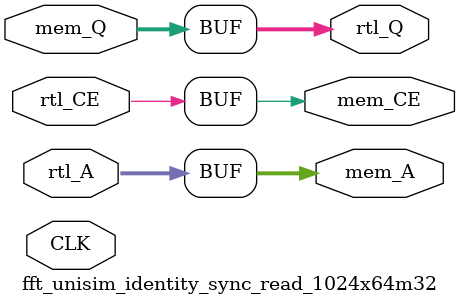
<source format=v>

module fft_unisim_rtl(clk, rst, rd_grant, wr_grant, conf_len, conf_log_len, 
conf_done, bufdin_valid, bufdin_data, bufdout_ready, C_Q1, B0_Q1, B1_Q1, A0_Q1, 
A1_Q1, rd_index, rd_length, rd_request, wr_index, wr_length, wr_request, 
dft_done, bufdin_ready, bufdout_valid, bufdout_data, C_CE0, C_A0, C_D0, C_WE0, 
C_WEM0, C_CE1, C_A1, B0_CE0, B0_A0, B0_D0, B0_WE0, B0_WEM0, B0_CE1, B0_A1, 
B1_CE0, B1_A0, B1_D0, B1_WE0, B1_WEM0, B1_CE1, B1_A1, A0_CE0, A0_A0, A0_D0, 
A0_WE0, A0_WEM0, A0_CE1, A0_A1, A1_CE0, A1_A0, A1_D0, A1_WE0, A1_WEM0, A1_CE1, 
A1_A1);
  input clk;
  input rst;
  input rd_grant;
  input wr_grant;
  input [31:0] conf_len;
  input [31:0] conf_log_len;
  input conf_done;
  input bufdin_valid;
  input [31:0] bufdin_data;
  input bufdout_ready;
  input [63:0] C_Q1;
  input [63:0] B0_Q1;
  input [63:0] B1_Q1;
  input [63:0] A0_Q1;
  input [63:0] A1_Q1;
  output reg [31:0] rd_index;
  output reg [31:0] rd_length;
  output reg rd_request;
  output reg [31:0] wr_index;
  output reg [31:0] wr_length;
  output reg wr_request;
  output reg dft_done;
  output bufdin_ready;
  output bufdout_valid;
  output reg [31:0] bufdout_data;
  output C_CE0;
  output [9:0] C_A0;
  output [63:0] C_D0;
  output C_WE0;
  output [1:0] C_WEM0;
  output C_CE1;
  output [9:0] C_A1;
  output B0_CE0;
  output [9:0] B0_A0;
  output [63:0] B0_D0;
  output B0_WE0;
  output [1:0] B0_WEM0;
  output B0_CE1;
  output [9:0] B0_A1;
  output B1_CE0;
  output [9:0] B1_A0;
  output [63:0] B1_D0;
  output B1_WE0;
  output [1:0] B1_WEM0;
  output B1_CE1;
  output [9:0] B1_A1;
  output A0_CE0;
  output [9:0] A0_A0;
  output [63:0] A0_D0;
  output A0_WE0;
  output [1:0] A0_WEM0;
  output A0_CE1;
  output [9:0] A0_A1;
  output A1_CE0;
  output [9:0] A1_A0;
  output [63:0] A1_D0;
  output A1_WE0;
  output [1:0] A1_WEM0;
  output A1_CE1;
  output [9:0] A1_A1;
  reg [31:0] len;
  reg [31:0] log_len;
  reg init_done;
  reg input_ready;
  reg loop_start;
  reg loop_done;
  reg output_start;
  reg bufdin_set_ready_curr;
  wire [31:0] bufdin_data_buf;
  wire bufdin_can_get_sig;
  wire bufdin_sync_rcv_set_ready_prev;
  wire bufdin_sync_rcv_reset_ready_prev;
  wire bufdin_sync_rcv_reset_ready_curr;
  wire bufdin_sync_rcv_ready_flop;
  reg bufdout_set_valid_curr;
  wire bufdout_can_put_sig;
  wire bufdout_sync_snd_set_valid_prev;
  wire bufdout_sync_snd_reset_valid_prev;
  wire bufdout_sync_snd_reset_valid_curr;
  wire bufdout_sync_snd_valid_flop;
  reg [1:0] state_fft_unisim_fft_config_fft;
  reg [1:0] state_fft_unisim_fft_config_fft_next;
  reg [31:0] log_len_d;
  reg [31:0] len_d;
  reg init_done_d;
  reg [27:0] state_fft_unisim_fft_load_input;
  reg [27:0] state_fft_unisim_fft_load_input_next;
  reg [31:0] mux_index_ln123_q;
  reg [31:0] mux_s_ln123_q;
  reg [9:0] add_ln180_1_q;
  reg [9:0] mux_i_0_ln180_q;
  reg [8:0] add_ln228_1_q;
  reg [8:0] mux_i_1_ln228_q;
  reg [9:0] add_ln260_1_q;
  reg [9:0] mux_i_2_ln260_q;
  reg [9:0] add_ln143_1_q;
  reg [9:0] mux_i_ln143_q;
  reg [31:0] add_ln250_q;
  reg unary_or_ln231_Z_0_tag_0;
  reg [31:0] mux_base_ln123_q;
  reg [31:0] mux_s_ln203_q;
  reg [31:0] mux_index_ln203_q;
  reg [7:0] mux_ping_ln123_q;
  reg [31:0] read_fft_len_ln119_q;
  reg [31:0] read_fft_log_len_ln120_q;
  reg le_ln128_q;
  reg unary_or_ln183_Z_0_tag_0;
  reg [31:0] mux_s_ln288_q;
  reg [31:0] mux_index_ln288_q;
  reg [31:0] mux_base_ln288_q;
  reg A1_bridge0_rtl_CE_en;
  reg [9:0] A1_bridge0_rtl_a;
  reg [63:0] A1_bridge0_rtl_d;
  reg [1:0] A1_bridge0_rtl_wem;
  reg A0_bridge0_rtl_CE_en;
  reg [9:0] A0_bridge0_rtl_a;
  reg [63:0] A0_bridge0_rtl_d;
  reg [1:0] A0_bridge0_rtl_wem;
  reg [31:0] mux_index_ln123_z;
  reg [31:0] mux_s_ln123_z;
  reg [10:0] mux_i_0_ln180_d;
  reg [8:0] mux_i_0_ln180_1_d_0;
  reg [9:0] mux_i_1_ln228_d;
  reg [7:0] mux_i_1_ln228_1_d_0;
  reg [10:0] mux_i_2_ln260_d;
  reg [8:0] mux_i_2_ln260_1_d_0;
  reg input_ready_d;
  reg [10:0] mux_i_ln143_d;
  reg [8:0] mux_i_ln143_1_d_0;
  reg [31:0] add_ln250_d;
  reg unary_or_ln231_Z_0_tag_d;
  reg [31:0] rd_length_d;
  reg [31:0] rd_index_d;
  reg rd_request_d;
  reg [31:0] mux_base_ln123_d;
  reg [63:0] mux_index_ln203_d;
  reg [7:0] mux_ping_ln123_d;
  reg [63:0] read_fft_len_ln119_d;
  reg read_fft_len_ln119_31_d;
  reg unary_or_ln183_Z_0_tag_d;
  reg bufdin_set_ready_curr_d;
  reg [63:0] mux_index_ln288_d;
  reg [31:0] mux_base_ln288_d;
  reg [31:0] state_fft_unisim_fft_process_itr_fft;
  reg [31:0] state_fft_unisim_fft_process_itr_fft_next;
  reg [63:0] memread_fft_A0_ln550_q;
  reg [63:0] memread_fft_C_ln557_q;
  reg [46:0] add_ln176_5_15_q;
  reg [46:0] add_ln176_6_15_q;
  reg [46:0] add_ln176_7_15_q;
  reg [63:0] mux_akjm32_ln549_q;
  reg [63:0] mux_akjm32_0_ln631_q;
  reg [63:0] mux_akjm32_1_ln703_q;
  reg [46:0] sub_ln196_8_15_q;
  reg [46:0] sub_ln196_9_15_q;
  reg [46:0] sub_ln196_10_15_q;
  reg [31:0] add_ln404_7_q;
  reg [31:0] add_ln404_8_q;
  reg [31:0] add_ln404_11_q;
  reg [31:0] add_ln404_12_q;
  reg [31:0] add_ln404_15_q;
  reg [31:0] add_ln404_16_q;
  reg [63:0] mux_akj32_ln549_q;
  reg [77:0] mul_ln221_q;
  reg [77:0] mul_ln221_1_q;
  reg [77:0] mul_ln221_0_q;
  reg [77:0] mul_ln221_2_q;
  reg [77:0] mul_ln221_3_q;
  reg [77:0] mul_ln221_5_q;
  reg [77:0] mul_ln221_4_q;
  reg [77:0] mul_ln221_6_q;
  reg [95:0] mux_w_0_ln619_q;
  reg [77:0] mul_ln221_7_q;
  reg [77:0] mul_ln221_9_q;
  reg [77:0] mul_ln221_8_q;
  reg [77:0] mul_ln221_10_q;
  reg [63:0] mux_akj32_0_ln631_q;
  reg [63:0] mux_akj32_1_ln703_q;
  reg [47:0] add_ln404_q;
  reg [47:0] add_ln404_0_q;
  reg [47:0] add_ln404_2_q;
  reg [47:0] add_ln404_1_q;
  reg [47:0] add_ln404_4_q;
  reg [95:0] mux_w_1_ln693_q;
  reg or_and_0_ln530_Z_0_q;
  reg or_and_0_ln620_Z_0_q;
  reg [9:0] add_ln623_q;
  reg [8:0] mux_j_1_ln693_q;
  reg [8:0] add_ln693_1_q;
  reg [95:0] mux_wsplit_ln754_q;
  reg [47:0] add_ln404_3_q;
  reg [21:0] mux_windex_ln501_q;
  reg [95:0] mux_wsplit_ln501_q;
  reg [31:0] mux_s_ln763_q;
  reg le_ln603_q;
  reg and_1_ln530_q;
  reg lt_ln613_q;
  reg [9:0] mux_k_0_ln613_q;
  reg [9:0] add_ln613_q;
  reg and_1_ln620_q;
  reg [9:0] add_ln624_0_q;
  reg mux_j_0_ln619_q;
  reg [8:0] add_ln619_1_q;
  reg and_1_ln511_q;
  reg or_and_0_ln511_Z_0_q;
  reg [28:0] mux_myCos_ln24_0_q;
  reg unary_or_ln631_Z_0_tag_0;
  reg [31:0] lsh_ln608_q;
  reg [31:0] mux_s_ln490_q;
  reg [30:0] mux_mySin_ln47_0_q;
  reg [30:0] add_div_ln616_q;
  reg [9:0] add_ln541_q;
  reg [9:0] add_ln542_0_q;
  reg mux_j_ln537_q;
  reg [8:0] add_ln537_1_q;
  reg [95:0] mux_w_ln537_q;
  reg [28:0] mux_myCos_ln24_1_q;
  reg [30:0] mux_mySin_ln47_1_q;
  reg unary_or_ln703_Z_0_tag_0;
  reg eq_ln754_q;
  reg [21:0] mux_windex_ln754_q;
  reg eq_ln763_Z_0_tag_0;
  reg [9:0] mux_k_ln529_q;
  reg [31:0] add_ln529_q;
  reg [7:0] mux_ping_ln490_q;
  reg [21:0] mux_index_ln763_q;
  reg eq_ln549_Z_0_tag_0;
  reg eq_ln584_Z_0_tag_0;
  reg [15:0] lsh_ln514_q;
  reg [28:0] mux_myCos_ln24_q;
  reg [3:0] mux_s_ln510_q;
  reg [2:0] add_ln510_1_q;
  reg [30:0] mux_mySin_ln47_q;
  reg [21:0] mux_windex_ln490_q;
  reg [95:0] mux_wsplit_ln490_q;
  reg [31:0] read_fft_len_ln483_q;
  reg [3:0] read_fft_log_len_ln484_q;
  reg le_ln501_q;
  reg C_bridge0_rtl_CE_en;
  reg [9:0] C_bridge0_rtl_a;
  reg [63:0] C_bridge0_rtl_d;
  reg B1_bridge0_rtl_CE_en;
  reg [9:0] B1_bridge0_rtl_a;
  reg [63:0] B1_bridge0_rtl_d;
  reg B0_bridge0_rtl_CE_en;
  reg [9:0] B0_bridge0_rtl_a;
  reg [63:0] B0_bridge0_rtl_d;
  reg A1_bridge1_rtl_CE_en;
  reg [9:0] A1_bridge1_rtl_a;
  wire [63:0] A1_bridge1_rtl_Q;
  reg A0_bridge1_rtl_CE_en;
  reg [9:0] A0_bridge1_rtl_a;
  wire [63:0] A0_bridge1_rtl_Q;
  reg C_bridge1_rtl_CE_en;
  reg [9:0] C_bridge1_rtl_a;
  wire [63:0] C_bridge1_rtl_Q;
  reg [61:0] add_ln176_5_z;
  reg [61:0] add_ln176_6_z;
  reg [61:0] add_ln176_7_z;
  reg [63:0] mux_akjm32_ln549_z;
  reg [63:0] mux_akjm32_0_ln631_z;
  reg [63:0] mux_akjm32_1_ln703_z;
  reg [61:0] sub_ln196_8_z;
  reg [61:0] sub_ln196_9_z;
  reg [61:0] sub_ln196_10_z;
  reg [31:0] add_ln404_7_z;
  reg [31:0] add_ln404_8_z;
  reg [31:0] add_ln404_11_z;
  reg [31:0] add_ln404_12_z;
  reg [31:0] add_ln404_15_z;
  reg [31:0] add_ln404_16_z;
  reg [63:0] mux_akj32_ln549_d;
  reg signed [77:0] mul_ln221_z;
  reg signed [77:0] mul_ln221_1_z;
  reg signed [77:0] mul_ln221_0_z;
  reg signed [77:0] mul_ln221_2_z;
  reg signed [77:0] mul_ln221_3_z;
  reg signed [77:0] mul_ln221_5_z;
  reg signed [77:0] mul_ln221_4_z;
  reg signed [77:0] mul_ln221_6_z;
  reg [63:0] mux_w_0_ln619_d;
  reg [31:0] mux_w_0_ln619_64_d_0;
  reg signed [77:0] mul_ln221_7_z;
  reg signed [77:0] mul_ln221_9_z;
  reg signed [77:0] mul_ln221_8_z;
  reg signed [77:0] mul_ln221_10_z;
  reg [63:0] mux_akj32_0_ln631_d;
  reg [63:0] mux_akj32_1_ln703_d;
  reg [63:0] add_ln404_0_d_0;
  reg [31:0] add_ln404_16_d_0;
  reg [63:0] add_ln404_2_d_0;
  reg [31:0] add_ln404_1_16_d_0;
  reg [63:0] add_ln404_4_d_0;
  reg [63:0] mux_w_1_ln693_d;
  reg [31:0] mux_w_1_ln693_64_d_0;
  reg loop_start_d;
  reg or_and_0_ln530_Z_0_z;
  reg or_and_0_ln620_Z_0_z;
  reg [9:0] add_ln623_d;
  reg [9:0] mux_j_1_ln693_d;
  reg [7:0] mux_j_1_ln693_1_d_0;
  reg [63:0] add_ln404_3_16_d_0;
  reg [63:0] mux_wsplit_ln754_32_d_0;
  reg loop_done_d;
  reg [63:0] mux_windex_ln501_d;
  reg [63:0] mux_wsplit_ln501_42_d_0;
  reg [21:0] mux_s_ln763_10_d_0;
  reg le_ln603_d;
  reg and_1_ln530_z;
  reg [20:0] mux_k_0_ln613_d;
  reg and_1_ln620_z;
  reg [19:0] mux_j_0_ln619_d_0;
  reg and_1_ln511_z;
  reg or_and_0_ln511_Z_0_z;
  reg [63:0] lsh_ln608_d;
  reg [31:0] mux_s_ln490_d;
  reg [59:0] mux_mySin_ln47_0_2_d_0;
  reg [9:0] add_ln541_d;
  reg [9:0] add_ln542_0_d;
  reg [9:0] mux_j_ln537_d_0;
  reg [63:0] mux_w_ln537_d;
  reg [31:0] mux_w_ln537_64_d_0;
  reg [63:0] unary_or_ln703_Z_0_tag_d_0;
  reg [19:0] mux_windex_ln754_2_d_0;
  reg eq_ln763_Z_0_tag_d;
  reg [41:0] mux_k_ln529_d;
  reg [29:0] mux_ping_ln490_d;
  reg [63:0] mux_s_ln510_d;
  reg [3:0] mux_s_ln510_z;
  reg [17:0] mux_mySin_ln47_13_d_0;
  reg [21:0] mux_windex_ln490_d;
  reg [63:0] mux_wsplit_ln490_d;
  reg [31:0] mux_wsplit_ln490_64_d_0;
  reg [36:0] read_fft_len_ln483_d;
  reg [24:0] state_fft_unisim_fft_store_output;
  reg [24:0] state_fft_unisim_fft_store_output_next;
  reg [63:0] memread_fft_B0_ln362_q;
  reg [63:0] mux_data_0_ln390_q;
  reg [63:0] mux_data_1_ln420_q;
  reg [63:0] mux_data_2_ln443_q;
  reg mux_i_0_ln387_q;
  reg [9:0] add_ln387_1_q;
  reg mux_i_1_ln417_q;
  reg [8:0] add_ln417_1_q;
  reg mux_i_2_ln440_q;
  reg [9:0] add_ln440_1_q;
  reg mux_i_ln358_q;
  reg [9:0] add_ln358_1_q;
  reg [31:0] add_ln430_q;
  reg unary_or_ln390_Z_0_tag_0;
  reg [31:0] mux_base_ln331_q;
  reg and_1_ln375_q;
  reg [31:0] mux_index_ln331_q;
  reg and_0_ln375_q;
  reg [31:0] mux_s_ln400_q;
  reg [31:0] mux_index_ln400_q;
  reg [7:0] mux_ping_ln331_q;
  reg [31:0] read_fft_len_ln327_q;
  reg [31:0] read_fft_log_len_ln328_q;
  reg le_ln346_q;
  reg unary_or_ln420_Z_0_tag_0;
  reg [31:0] mux_index_ln459_q;
  reg [31:0] mux_s_ln459_q;
  reg [31:0] mux_base_ln459_q;
  reg B0_bridge1_rtl_CE_en;
  reg [9:0] B0_bridge1_rtl_a;
  wire [63:0] B0_bridge1_rtl_Q;
  reg B1_bridge1_rtl_CE_en;
  reg [9:0] B1_bridge1_rtl_a;
  wire [63:0] B1_bridge1_rtl_Q;
  reg output_start_d;
  reg [63:0] mux_memread_fft_B0_ln362_Q_v;
  reg [31:0] memread_fft_B0_ln362_32_d_0;
  reg [63:0] mux_mux_data_0_ln390_Z_v;
  reg [31:0] mux_data_0_ln390_32_d_0;
  reg [63:0] mux_mux_data_1_ln420_Z_v;
  reg [31:0] mux_data_1_ln420_32_d_0;
  reg [63:0] mux_mux_data_2_ln443_Z_v;
  reg [31:0] mux_data_2_ln443_32_d_0;
  reg bufdout_set_valid_curr_d;
  reg [10:0] mux_i_0_ln387_d_0;
  reg [9:0] mux_i_1_ln417_d_0;
  reg [31:0] wr_index_d;
  reg [31:0] wr_length_d;
  reg wr_request_d;
  reg [10:0] mux_i_2_ln440_d_0;
  reg [31:0] bufdout_data_d;
  reg [10:0] mux_i_ln358_d_0;
  reg dft_done_d;
  reg [31:0] add_ln430_d;
  reg [63:0] mux_base_ln331_d;
  reg [33:0] mux_index_ln331_d;
  reg [32:0] mux_index_ln400_31_d_0;
  reg [7:0] mux_ping_ln331_d;
  reg [63:0] read_fft_len_ln327_d;
  reg read_fft_len_ln327_31_d;
  reg [63:0] unary_or_ln420_Z_0_tag_d_0;
  reg [32:0] mux_s_ln459_31_d_0;

  fft_unisim_fft_bufdin_can_get_mod_process 
                                            fft_unisim_fft_bufdin_can_get_mod_process(
                                            .bufdin_valid(bufdin_valid), .bufdin_ready(
                                            bufdin_ready), .bufdin_can_get_sig(
                                            bufdin_can_get_sig));
  fft_unisim_fft_bufdin_sync_rcv_back_method 
                                             fft_unisim_fft_bufdin_sync_rcv_back_method(
                                             .clk(clk), .rst(rst), .bufdin_valid(
                                             bufdin_valid), .bufdin_ready(
                                             bufdin_ready), .bufdin_set_ready_curr(
                                             bufdin_set_ready_curr), .bufdin_data(
                                             bufdin_data), .bufdin_sync_rcv_set_ready_prev(
                                             bufdin_sync_rcv_set_ready_prev), .bufdin_sync_rcv_reset_ready_prev(
                                             bufdin_sync_rcv_reset_ready_prev), 
                                             .bufdin_sync_rcv_reset_ready_curr(
                                             bufdin_sync_rcv_reset_ready_curr), 
                                             .bufdin_sync_rcv_ready_flop(
                                             bufdin_sync_rcv_ready_flop), .bufdin_data_buf(
                                             bufdin_data_buf));
  fft_unisim_fft_bufdin_sync_rcv_ready_arb 
                                           fft_unisim_fft_bufdin_sync_rcv_ready_arb(
                                           .bufdin_set_ready_curr(
                                           bufdin_set_ready_curr), .bufdin_sync_rcv_set_ready_prev(
                                           bufdin_sync_rcv_set_ready_prev), .bufdin_sync_rcv_reset_ready_curr(
                                           bufdin_sync_rcv_reset_ready_curr), .bufdin_sync_rcv_reset_ready_prev(
                                           bufdin_sync_rcv_reset_ready_prev), .bufdin_sync_rcv_ready_flop(
                                           bufdin_sync_rcv_ready_flop), .bufdin_ready(
                                           bufdin_ready));
  fft_unisim_fft_bufdout_can_put_mod_process 
                                             fft_unisim_fft_bufdout_can_put_mod_process(
                                             .bufdout_valid(bufdout_valid), .bufdout_ready(
                                             bufdout_ready), .bufdout_can_put_sig(
                                             bufdout_can_put_sig));
  fft_unisim_fft_bufdout_sync_snd_back_method 
                                              fft_unisim_fft_bufdout_sync_snd_back_method(
                                              .clk(clk), .rst(rst), .bufdout_ready(
                                              bufdout_ready), .bufdout_valid(
                                              bufdout_valid), .bufdout_set_valid_curr(
                                              bufdout_set_valid_curr), .bufdout_sync_snd_set_valid_prev(
                                              bufdout_sync_snd_set_valid_prev), 
                                              .bufdout_sync_snd_reset_valid_prev(
                                              bufdout_sync_snd_reset_valid_prev), 
                                              .bufdout_sync_snd_reset_valid_curr(
                                              bufdout_sync_snd_reset_valid_curr), 
                                              .bufdout_sync_snd_valid_flop(
                                              bufdout_sync_snd_valid_flop));
  fft_unisim_fft_bufdout_sync_snd_valid_arb 
                                            fft_unisim_fft_bufdout_sync_snd_valid_arb(
                                            .bufdout_set_valid_curr(
                                            bufdout_set_valid_curr), .bufdout_sync_snd_set_valid_prev(
                                            bufdout_sync_snd_set_valid_prev), .bufdout_sync_snd_reset_valid_curr(
                                            bufdout_sync_snd_reset_valid_curr), 
                                            .bufdout_sync_snd_reset_valid_prev(
                                            bufdout_sync_snd_reset_valid_prev), 
                                            .bufdout_sync_snd_valid_flop(
                                            bufdout_sync_snd_valid_flop), .bufdout_valid(
                                            bufdout_valid));
  // synthesis sync_set_reset_local fft_unisim_fft_config_fft_seq_block rst
  always @(posedge clk) // fft_unisim_fft_config_fft_sequential
    begin : fft_unisim_fft_config_fft_seq_block
      if (!rst) // Initialize state and outputs
      begin
        log_len <= 32'sh0;
        len <= 32'sh0;
        init_done <= 1'sb0;
        state_fft_unisim_fft_config_fft <= 2'h1;
      end
      else // Update Q values
      begin
        log_len <= log_len_d;
        len <= len_d;
        init_done <= init_done_d;
        state_fft_unisim_fft_config_fft <= state_fft_unisim_fft_config_fft_next;
      end
    end
  always @(*) begin : fft_unisim_fft_config_fft_combinational
      reg ctrlAnd_1_ln81_z;
      reg ctrlAnd_0_ln81_z;
      reg ctrlOr_ln92_z;

      state_fft_unisim_fft_config_fft_next = 2'h0;
      ctrlAnd_1_ln81_z = conf_done & state_fft_unisim_fft_config_fft[0];
      ctrlAnd_0_ln81_z = !conf_done & state_fft_unisim_fft_config_fft[0];
      if (state_fft_unisim_fft_config_fft[0]) 
        log_len_d = conf_log_len;
      else 
        log_len_d = log_len;
      if (state_fft_unisim_fft_config_fft[0]) 
        len_d = conf_len;
      else 
        len_d = len;
      ctrlOr_ln92_z = state_fft_unisim_fft_config_fft[1] | ctrlAnd_1_ln81_z;
      if (ctrlAnd_1_ln81_z) 
        init_done_d = 1'b1;
      else 
        init_done_d = init_done;
      case (1'b1)// synthesis parallel_case
        state_fft_unisim_fft_config_fft[0]: // Wait_ln82
          begin
            case (1'b1)// synthesis parallel_case
              ctrlAnd_0_ln81_z: state_fft_unisim_fft_config_fft_next[0] = 1'b1;
              ctrlOr_ln92_z: state_fft_unisim_fft_config_fft_next[1] = 1'b1;
              default: state_fft_unisim_fft_config_fft_next = 2'hX;
            endcase
          end
        state_fft_unisim_fft_config_fft[1]: // Wait_ln93
          state_fft_unisim_fft_config_fft_next[1] = 1'b1;
        default: // Don't care
          state_fft_unisim_fft_config_fft_next = 2'hX;
      endcase
    end
  fft_unisim_identity_sync_write_m_1024x64m32 A1_bridge0(.rtl_CE(
                                              A1_bridge0_rtl_CE_en), .rtl_A(
                                              A1_bridge0_rtl_a), .rtl_D(
                                              A1_bridge0_rtl_d), .rtl_WE(
                                              A1_bridge0_rtl_CE_en), .rtl_WEM(
                                              A1_bridge0_rtl_wem), .CLK(clk), .mem_CE(
                                              A1_CE0), .mem_A(A1_A0), .mem_D(
                                              A1_D0), .mem_WE(A1_WE0), .mem_WEM(
                                              A1_WEM0));
  fft_unisim_identity_sync_write_m_1024x64m32 A0_bridge0(.rtl_CE(
                                              A0_bridge0_rtl_CE_en), .rtl_A(
                                              A0_bridge0_rtl_a), .rtl_D(
                                              A0_bridge0_rtl_d), .rtl_WE(
                                              A0_bridge0_rtl_CE_en), .rtl_WEM(
                                              A0_bridge0_rtl_wem), .CLK(clk), .mem_CE(
                                              A0_CE0), .mem_A(A0_A0), .mem_D(
                                              A0_D0), .mem_WE(A0_WE0), .mem_WEM(
                                              A0_WEM0));
  // synthesis sync_set_reset_local fft_unisim_fft_load_input_seq_block rst
  always @(posedge clk) // fft_unisim_fft_load_input_sequential
    begin : fft_unisim_fft_load_input_seq_block
      if (!rst) // Initialize state and outputs
      begin
        mux_index_ln123_q <= 32'sh0;
        mux_s_ln123_q <= 32'sh0;
        add_ln180_1_q <= 10'sh0;
        mux_i_0_ln180_q <= 10'sh0;
        add_ln228_1_q <= 9'sh0;
        mux_i_1_ln228_q <= 9'sh0;
        add_ln260_1_q <= 10'sh0;
        mux_i_2_ln260_q <= 10'sh0;
        input_ready <= 1'sb0;
        add_ln143_1_q <= 10'sh0;
        mux_i_ln143_q <= 10'sh0;
        add_ln250_q <= 32'sh0;
        unary_or_ln231_Z_0_tag_0 <= 1'sb0;
        rd_length <= 32'sh0;
        rd_index <= 32'sh0;
        rd_request <= 1'sb0;
        mux_base_ln123_q <= 32'sh0;
        mux_s_ln203_q <= 32'sh0;
        mux_index_ln203_q <= 32'sh0;
        mux_ping_ln123_q <= 8'sh0;
        read_fft_len_ln119_q <= 32'sh0;
        read_fft_log_len_ln120_q <= 32'sh0;
        le_ln128_q <= 1'sb0;
        unary_or_ln183_Z_0_tag_0 <= 1'sb0;
        bufdin_set_ready_curr <= 1'sb0;
        mux_s_ln288_q <= 32'sh0;
        mux_index_ln288_q <= 32'sh0;
        mux_base_ln288_q <= 32'sh0;
        state_fft_unisim_fft_load_input <= 28'h1;
      end
      else // Update Q values
      begin
        mux_index_ln123_q <= mux_index_ln123_z;
        mux_s_ln123_q <= mux_s_ln123_z;
        add_ln180_1_q <= mux_i_0_ln180_d[10:1];
        mux_i_0_ln180_q <= {mux_i_0_ln180_1_d_0, mux_i_0_ln180_d[0]};
        add_ln228_1_q <= mux_i_1_ln228_d[9:1];
        mux_i_1_ln228_q <= {mux_i_1_ln228_1_d_0, mux_i_1_ln228_d[0]};
        add_ln260_1_q <= mux_i_2_ln260_d[10:1];
        mux_i_2_ln260_q <= {mux_i_2_ln260_1_d_0, mux_i_2_ln260_d[0]};
        input_ready <= input_ready_d;
        add_ln143_1_q <= mux_i_ln143_d[10:1];
        mux_i_ln143_q <= {mux_i_ln143_1_d_0, mux_i_ln143_d[0]};
        add_ln250_q <= add_ln250_d;
        unary_or_ln231_Z_0_tag_0 <= unary_or_ln231_Z_0_tag_d;
        rd_length <= rd_length_d;
        rd_index <= rd_index_d;
        rd_request <= rd_request_d;
        mux_base_ln123_q <= mux_base_ln123_d;
        mux_s_ln203_q <= mux_index_ln203_d[63:32];
        mux_index_ln203_q <= mux_index_ln203_d[31:0];
        mux_ping_ln123_q <= mux_ping_ln123_d;
        read_fft_len_ln119_q <= {read_fft_len_ln119_31_d, read_fft_len_ln119_d[
        30:0]};
        read_fft_log_len_ln120_q <= read_fft_len_ln119_d[62:31];
        le_ln128_q <= read_fft_len_ln119_d[63];
        unary_or_ln183_Z_0_tag_0 <= unary_or_ln183_Z_0_tag_d;
        bufdin_set_ready_curr <= bufdin_set_ready_curr_d;
        mux_s_ln288_q <= mux_index_ln288_d[63:32];
        mux_index_ln288_q <= mux_index_ln288_d[31:0];
        mux_base_ln288_q <= mux_base_ln288_d;
        state_fft_unisim_fft_load_input <= state_fft_unisim_fft_load_input_next;
      end
    end
  always @(*) begin : fft_unisim_fft_load_input_combinational
      reg FLEX_GET_END_3_or_0;
      reg ctrlOr_ln300_4_z;
      reg FLEX_GET_END_5_or_0;
      reg ctrlOr_ln300_6_z;
      reg FLEX_GET_END_1_or_0;
      reg ctrlOr_ln300_2_z;
      reg FLEX_GET_END_or_0;
      reg ctrlOr_ln300_0_z;
      reg unary_nor_ln98_z;
      reg unary_nor_ln98_0_z;
      reg unary_nor_ln98_1_z;
      reg unary_nor_ln98_2_z;
      reg unary_nor_ln98_3_z;
      reg unary_nor_ln98_4_z;
      reg unary_nor_ln98_5_z;
      reg unary_nor_ln98_6_z;
      reg ctrlAnd_1_ln180_z;
      reg ctrlAnd_1_ln228_z;
      reg ctrlAnd_1_ln260_z;
      reg le_ln128_z;
      reg [31:0] mux_base_ln125_z;
      reg [31:0] mux_index_ln125_z;
      reg [31:0] mux_s_ln125_z;
      reg mux_i_1_ln228_sel_0;
      reg mux_i_2_ln260_sel_0;
      reg A1_bridge0_rtl_wem_sel;
      reg A1_bridge0_rtl_wem_sel_0;
      reg mux_i_0_ln180_sel_0;
      reg A0_bridge0_rtl_wem_sel;
      reg A0_bridge0_rtl_wem_sel_0;
      reg mux_i_ln143_sel_0;
      reg ctrlAnd_0_ln180_z;
      reg ctrlAnd_0_ln228_z;
      reg ctrlAnd_0_ln260_z;
      reg ctrlAnd_1_ln109_z;
      reg ctrlAnd_0_ln109_z;
      reg ctrlAnd_1_ln139_z;
      reg ctrlAnd_0_ln139_z;
      reg ctrlAnd_1_ln159_z;
      reg ctrlAnd_0_ln159_z;
      reg ctrlAnd_1_ln176_z;
      reg ctrlAnd_0_ln176_z;
      reg ctrlAnd_1_ln209_z;
      reg ctrlAnd_0_ln209_z;
      reg ctrlAnd_1_ln212_z;
      reg ctrlAnd_0_ln212_z;
      reg ctrlAnd_1_ln224_z;
      reg ctrlAnd_0_ln224_z;
      reg ctrlAnd_1_ln256_z;
      reg ctrlAnd_0_ln256_z;
      reg ctrlAnd_1_ln295_z;
      reg ctrlAnd_0_ln295_z;
      reg ctrlAnd_1_ln298_z;
      reg ctrlAnd_0_ln298_z;
      reg [31:0] mux_read_fft_len_ln119_Z_v;
      reg [31:0] mux_read_fft_log_len_ln120_Z_v;
      reg mux_le_ln128_Z_0_v;
      reg if_ln128_z;
      reg [31:0] mux_base_ln123_z;
      reg [9:0] mux_i_0_ln180_z;
      reg [8:0] mux_i_1_ln228_z;
      reg [9:0] mux_i_2_ln260_z;
      reg [10:0] mux_i_ln143_z;
      reg [7:0] mux_ping_ln123_z;
      reg ctrlOr_ln143_0_z;
      reg ctrlOr_ln162_z;
      reg ctrlOr_ln180_z;
      reg ctrlOr_ln209_z;
      reg ctrlOr_ln212_z;
      reg ctrlOr_ln228_z;
      reg rd_request_sel_0;
      reg ctrlOr_ln260_z;
      reg ctrlOr_ln256_z;
      reg input_ready_sel_0;
      reg ctrlOr_ln295_z;
      reg ctrlOr_ln125_z;
      reg ctrlOr_ln298_z;
      reg [31:0] mux_read_fft_len_ln119_Z_0_mux_0_v;
      reg [31:0] mux_read_fft_len_ln119_Z_0_mux_1_v;
      reg mux_read_fft_len_ln119_Z_31_v_2;
      reg [31:0] mux_read_fft_log_len_ln120_Z_0_mux_0_v;
      reg [31:0] mux_read_fft_log_len_ln120_Z_0_mux_1_v;
      reg [31:0] mux_item_ln304_z;
      reg [31:0] mux_item_ln304_0_z;
      reg [31:0] mux_item_ln304_1_z;
      reg [31:0] mux_item_ln304_2_z;
      reg [31:0] mux_item_ln304_3_z;
      reg [31:0] mux_item_ln304_4_z;
      reg [31:0] mux_item_ln304_5_z;
      reg [31:0] mux_item_ln304_6_z;
      reg mux_le_ln128_Z_0_v_0;
      reg mux_le_ln128_Z_0_v_1;
      reg mux_if_ln128_Z_0_v;
      reg [31:0] mux_mux_base_ln123_Z_v;
      reg [9:0] mux_mux_i_0_ln180_Z_v;
      reg [10:0] add_ln180_z;
      reg [8:0] mux_mux_i_1_ln228_Z_v;
      reg [9:0] add_ln228_z;
      reg [9:0] mux_mux_i_2_ln260_Z_v;
      reg [10:0] add_ln260_z;
      reg eq_ln144_z;
      reg lt_ln143_z;
      reg [9:0] mux_mux_i_ln143_Z_v;
      reg [10:0] add_ln143_z;
      reg [20:0] add_ln202_z;
      reg [7:0] mux_mux_ping_ln123_Z_v;
      reg [7:0] unary_not_ln302_z;
      reg unary_or_ln183_z;
      reg unary_or_ln231_z;
      reg [7:0] mux_mux_ping_ln123_Z_0_mux_0_v;
      reg [31:0] add_ln289_z;
      reg gt_ln125_z;
      reg le_ln167_z;
      reg signed [31:0] lsh_ln283_z;
      reg [31:0] lsh_ln217_z;
      reg [31:0] add_ln204_z;
      reg ctrlOr_ln300_1_z;
      reg ctrlOr_ln300_3_z;
      reg ctrlOr_ln300_5_z;
      reg ctrlOr_ln123_z;
      reg ctrlAnd_1_ln300_0_z;
      reg ctrlAnd_0_ln300_0_z;
      reg ctrlAnd_1_ln300_2_z;
      reg ctrlAnd_0_ln300_2_z;
      reg ctrlAnd_1_ln300_4_z;
      reg ctrlAnd_0_ln300_4_z;
      reg ctrlAnd_1_ln300_6_z;
      reg ctrlAnd_0_ln300_6_z;
      reg [9:0] mux_add_ln180_Z_1_v_0;
      reg [8:0] mux_add_ln228_Z_1_v_0;
      reg [9:0] mux_add_ln260_Z_1_v_0;
      reg or_and_0_ln144_Z_0_z;
      reg if_ln144_z;
      reg [9:0] mux_add_ln143_Z_1_v_0;
      reg eq_ln203_z;
      reg mux_unary_or_ln183_Z_0_v;
      reg mux_unary_or_ln231_Z_0_v;
      reg if_ln167_z;
      reg [31:0] add_ln283_z;
      reg [31:0] add_ln250_z;
      reg ctrlAnd_1_ln300_1_z;
      reg mux_base_ln123_sel;
      reg mux_i_0_ln180_sel;
      reg unary_or_ln183_Z_0_tag_sel;
      reg ctrlAnd_0_ln300_1_z;
      reg ctrlAnd_0_ln300_3_z;
      reg ctrlAnd_1_ln300_3_z;
      reg mux_i_1_ln228_sel;
      reg add_ln250_sel;
      reg ctrlAnd_1_ln300_5_z;
      reg mux_i_2_ln260_sel;
      reg mux_index_ln288_sel;
      reg read_fft_len_ln119_sel;
      reg unary_or_ln231_Z_0_tag_sel;
      reg ctrlAnd_0_ln300_5_z;
      reg memwrite_fft_A0_ln191_en;
      reg memwrite_fft_A1_ln193_en;
      reg memwrite_fft_A0_ln239_en;
      reg memwrite_fft_A1_ln241_en;
      reg memwrite_fft_A0_ln271_en;
      reg memwrite_fft_A1_ln273_en;
      reg ctrlAnd_0_ln144_z;
      reg and_1_ln144_z;
      reg [31:0] mux_s_ln203_z;
      reg [31:0] mux_index_ln203_z;
      reg and_1_ln128_z;
      reg ctrlAnd_0_ln125_z;
      reg and_0_ln128_z;
      reg [31:0] mux_add_ln250_Z_v;
      reg [21:0] add_ln282_z;
      reg memwrite_fft_A0_ln184_en;
      reg memwrite_fft_A1_ln186_en;
      reg memwrite_fft_A0_ln232_en;
      reg memwrite_fft_A1_ln234_en;
      reg memwrite_fft_A0_ln264_en;
      reg memwrite_fft_A1_ln266_en;
      reg input_ready_hold;
      reg input_ready_sel;
      reg ctrlOr_ln159_z;
      reg ctrlAnd_1_ln144_z;
      reg [31:0] mux_mux_index_ln203_Z_v;
      reg [31:0] mux_mux_s_ln203_Z_v;
      reg and_1_ln167_z;
      reg and_0_ln167_z;
      reg ctrlAnd_0_ln128_z;
      reg [31:0] sub_ln286_z;
      reg eq_ln283_z;
      reg ctrlOr_ln300_z;
      reg ctrlAnd_1_ln167_z;
      reg ctrlAnd_0_ln167_z;
      reg ctrlOr_ln139_z;
      reg ctrlAnd_1_ln300_z;
      reg mux_i_ln143_sel;
      reg read_fft_len_ln119_31_sel;
      reg ctrlAnd_0_ln300_z;
      reg rd_length_sel;
      reg ctrlOr_ln224_z;
      reg rd_index_hold;
      reg rd_index_sel;
      reg rd_request_hold;
      reg rd_request_sel;
      reg ctrlOr_ln176_z;
      reg [31:0] mux_index_ln283_z;
      reg bufdin_set_ready_curr_hold;
      reg eq_ln288_z;
      reg [31:0] mux_index_ln288_z;
      reg [31:0] mux_s_ln288_z;
      reg [2:0] case_mux_base_ln288_z;
      reg [31:0] mux_mux_s_ln288_Z_v;
      reg [31:0] mux_mux_index_ln288_Z_v;
      reg [31:0] mux_base_ln288_z;
      reg [31:0] mux_mux_base_ln288_Z_v;

      state_fft_unisim_fft_load_input_next = 28'h0;
      FLEX_GET_END_3_or_0 = state_fft_unisim_fft_load_input[17] | 
      state_fft_unisim_fft_load_input[20] | state_fft_unisim_fft_load_input[16];
      ctrlOr_ln300_4_z = state_fft_unisim_fft_load_input[19] | 
      state_fft_unisim_fft_load_input[18];
      FLEX_GET_END_5_or_0 = state_fft_unisim_fft_load_input[22] | 
      state_fft_unisim_fft_load_input[25] | state_fft_unisim_fft_load_input[21];
      ctrlOr_ln300_6_z = state_fft_unisim_fft_load_input[24] | 
      state_fft_unisim_fft_load_input[23];
      FLEX_GET_END_1_or_0 = state_fft_unisim_fft_load_input[10] | 
      state_fft_unisim_fft_load_input[13] | state_fft_unisim_fft_load_input[9];
      ctrlOr_ln300_2_z = state_fft_unisim_fft_load_input[12] | 
      state_fft_unisim_fft_load_input[11];
      FLEX_GET_END_or_0 = state_fft_unisim_fft_load_input[5] | 
      state_fft_unisim_fft_load_input[8] | state_fft_unisim_fft_load_input[2];
      ctrlOr_ln300_0_z = state_fft_unisim_fft_load_input[7] | 
      state_fft_unisim_fft_load_input[6];
      unary_nor_ln98_z = ~bufdin_set_ready_curr;
      unary_nor_ln98_0_z = ~bufdin_set_ready_curr;
      unary_nor_ln98_1_z = ~bufdin_set_ready_curr;
      unary_nor_ln98_2_z = ~bufdin_set_ready_curr;
      unary_nor_ln98_3_z = ~bufdin_set_ready_curr;
      unary_nor_ln98_4_z = ~bufdin_set_ready_curr;
      unary_nor_ln98_5_z = ~bufdin_set_ready_curr;
      unary_nor_ln98_6_z = ~bufdin_set_ready_curr;
      ctrlAnd_1_ln180_z = add_ln180_1_q[9] & state_fft_unisim_fft_load_input[13];
      ctrlAnd_1_ln228_z = add_ln228_1_q[8] & state_fft_unisim_fft_load_input[20];
      ctrlAnd_1_ln260_z = add_ln260_1_q[9] & state_fft_unisim_fft_load_input[25];
      le_ln128_z = log_len <= 32'ha;
      case (1'b1)// synthesis parallel_case
        state_fft_unisim_fft_load_input[1]: mux_base_ln125_z = mux_base_ln123_q;
        state_fft_unisim_fft_load_input[15]: mux_base_ln125_z = mux_base_ln123_q;
        state_fft_unisim_fft_load_input[27]: mux_base_ln125_z = mux_base_ln288_q;
        default: mux_base_ln125_z = 32'hX;
      endcase
      case (1'b1)// synthesis parallel_case
        state_fft_unisim_fft_load_input[1]: mux_index_ln125_z = 
          mux_index_ln123_q;
        state_fft_unisim_fft_load_input[15]: mux_index_ln125_z = 
          mux_index_ln203_q;
        state_fft_unisim_fft_load_input[27]: mux_index_ln125_z = 
          mux_index_ln288_q;
        default: mux_index_ln125_z = 32'hX;
      endcase
      case (1'b1)// synthesis parallel_case
        state_fft_unisim_fft_load_input[1]: mux_s_ln125_z = mux_s_ln123_q;
        state_fft_unisim_fft_load_input[15]: mux_s_ln125_z = mux_s_ln203_q;
        state_fft_unisim_fft_load_input[27]: mux_s_ln125_z = mux_s_ln288_q;
        default: mux_s_ln125_z = 32'hX;
      endcase
      mux_i_1_ln228_sel_0 = ctrlOr_ln300_4_z;
      mux_i_2_ln260_sel_0 = ctrlOr_ln300_6_z;
      A1_bridge0_rtl_wem_sel = FLEX_GET_END_5_or_0 | FLEX_GET_END_3_or_0 | 
      FLEX_GET_END_1_or_0;
      A1_bridge0_rtl_wem_sel_0 = ctrlOr_ln300_6_z | ctrlOr_ln300_4_z | 
      ctrlOr_ln300_2_z;
      mux_i_0_ln180_sel_0 = ctrlOr_ln300_2_z;
      A0_bridge0_rtl_wem_sel = FLEX_GET_END_or_0 | FLEX_GET_END_5_or_0 | 
      FLEX_GET_END_3_or_0 | FLEX_GET_END_1_or_0;
      A0_bridge0_rtl_wem_sel_0 = ctrlOr_ln300_6_z | ctrlOr_ln300_4_z | 
      ctrlOr_ln300_2_z | ctrlOr_ln300_0_z;
      mux_i_ln143_sel_0 = ctrlOr_ln300_0_z;
      ctrlAnd_0_ln180_z = !add_ln180_1_q[9] & 
      state_fft_unisim_fft_load_input[13];
      ctrlAnd_0_ln228_z = !add_ln228_1_q[8] & 
      state_fft_unisim_fft_load_input[20];
      ctrlAnd_0_ln260_z = !add_ln260_1_q[9] & 
      state_fft_unisim_fft_load_input[25];
      ctrlAnd_1_ln109_z = init_done & state_fft_unisim_fft_load_input[0];
      ctrlAnd_0_ln109_z = !init_done & state_fft_unisim_fft_load_input[0];
      ctrlAnd_1_ln139_z = rd_grant & state_fft_unisim_fft_load_input[2];
      ctrlAnd_0_ln139_z = !rd_grant & state_fft_unisim_fft_load_input[2];
      ctrlAnd_1_ln159_z = loop_start & state_fft_unisim_fft_load_input[3];
      ctrlAnd_0_ln159_z = !loop_start & state_fft_unisim_fft_load_input[3];
      ctrlAnd_1_ln176_z = rd_grant & state_fft_unisim_fft_load_input[9];
      ctrlAnd_0_ln176_z = !rd_grant & state_fft_unisim_fft_load_input[9];
      ctrlAnd_1_ln209_z = loop_start & state_fft_unisim_fft_load_input[14];
      ctrlAnd_0_ln209_z = !loop_start & state_fft_unisim_fft_load_input[14];
      ctrlAnd_1_ln212_z = !loop_start & state_fft_unisim_fft_load_input[15];
      ctrlAnd_0_ln212_z = loop_start & state_fft_unisim_fft_load_input[15];
      ctrlAnd_1_ln224_z = rd_grant & state_fft_unisim_fft_load_input[16];
      ctrlAnd_0_ln224_z = !rd_grant & state_fft_unisim_fft_load_input[16];
      ctrlAnd_1_ln256_z = rd_grant & state_fft_unisim_fft_load_input[21];
      ctrlAnd_0_ln256_z = !rd_grant & state_fft_unisim_fft_load_input[21];
      ctrlAnd_1_ln295_z = loop_start & state_fft_unisim_fft_load_input[26];
      ctrlAnd_0_ln295_z = !loop_start & state_fft_unisim_fft_load_input[26];
      ctrlAnd_1_ln298_z = !loop_start & state_fft_unisim_fft_load_input[27];
      ctrlAnd_0_ln298_z = loop_start & state_fft_unisim_fft_load_input[27];
      if (state_fft_unisim_fft_load_input[0]) 
        mux_read_fft_len_ln119_Z_v = len;
      else 
        mux_read_fft_len_ln119_Z_v = read_fft_len_ln119_q;
      if (state_fft_unisim_fft_load_input[0]) 
        mux_read_fft_log_len_ln120_Z_v = log_len;
      else 
        mux_read_fft_log_len_ln120_Z_v = read_fft_log_len_ln120_q;
      if (state_fft_unisim_fft_load_input[0]) 
        mux_le_ln128_Z_0_v = le_ln128_z;
      else 
        mux_le_ln128_Z_0_v = le_ln128_q;
      if_ln128_z = ~le_ln128_z;
      if (state_fft_unisim_fft_load_input[0]) 
        mux_base_ln123_z = 32'h0;
      else 
        mux_base_ln123_z = mux_base_ln125_z;
      if (state_fft_unisim_fft_load_input[9]) 
        mux_i_0_ln180_z = 10'h0;
      else 
        mux_i_0_ln180_z = {add_ln180_1_q[8:0], !mux_i_0_ln180_q[0]};
      if (state_fft_unisim_fft_load_input[16]) 
        mux_i_1_ln228_z = 9'h0;
      else 
        mux_i_1_ln228_z = {add_ln228_1_q[7:0], !mux_i_1_ln228_q[0]};
      if (state_fft_unisim_fft_load_input[21]) 
        mux_i_2_ln260_z = 10'h200;
      else 
        mux_i_2_ln260_z = {add_ln260_1_q[8:0], !mux_i_2_ln260_q[0]};
      if (state_fft_unisim_fft_load_input[2]) 
        mux_i_ln143_z = 11'h0;
      else 
        mux_i_ln143_z = {add_ln143_1_q, !mux_i_ln143_q[0]};
      if (state_fft_unisim_fft_load_input[0]) 
        mux_index_ln123_z = 32'h0;
      else 
        mux_index_ln123_z = mux_index_ln125_z;
      if (state_fft_unisim_fft_load_input[0]) 
        mux_ping_ln123_z = 8'hff;
      else 
        mux_ping_ln123_z = {!mux_ping_ln123_q[7], !mux_ping_ln123_q[6], !
        mux_ping_ln123_q[5], !mux_ping_ln123_q[4], !mux_ping_ln123_q[3], !
        mux_ping_ln123_q[2], !mux_ping_ln123_q[1], !mux_ping_ln123_q[0]};
      if (state_fft_unisim_fft_load_input[0]) 
        mux_s_ln123_z = 32'h1;
      else 
        mux_s_ln123_z = mux_s_ln125_z;
      case (1'b1)// synthesis parallel_case
        A1_bridge0_rtl_wem_sel: A1_bridge0_rtl_wem = 2'h1;
        A1_bridge0_rtl_wem_sel_0: A1_bridge0_rtl_wem = 2'h2;
        default: A1_bridge0_rtl_wem = 2'hX;
      endcase
      case (1'b1)// synthesis parallel_case
        A0_bridge0_rtl_wem_sel: A0_bridge0_rtl_wem = 2'h1;
        A0_bridge0_rtl_wem_sel_0: A0_bridge0_rtl_wem = 2'h2;
        default: A0_bridge0_rtl_wem = 2'hX;
      endcase
      ctrlOr_ln143_0_z = state_fft_unisim_fft_load_input[8] | ctrlAnd_1_ln139_z;
      ctrlOr_ln162_z = state_fft_unisim_fft_load_input[4] | ctrlAnd_1_ln159_z;
      ctrlOr_ln180_z = ctrlAnd_0_ln180_z | ctrlAnd_1_ln176_z;
      ctrlOr_ln209_z = ctrlAnd_0_ln209_z | ctrlAnd_1_ln180_z;
      ctrlOr_ln212_z = ctrlAnd_0_ln212_z | ctrlAnd_1_ln209_z;
      ctrlOr_ln228_z = ctrlAnd_0_ln228_z | ctrlAnd_1_ln224_z;
      rd_request_sel_0 = ctrlAnd_1_ln256_z | ctrlAnd_1_ln224_z | 
      ctrlAnd_1_ln176_z | ctrlAnd_1_ln139_z;
      ctrlOr_ln260_z = ctrlAnd_0_ln260_z | ctrlAnd_1_ln256_z;
      ctrlOr_ln256_z = ctrlAnd_0_ln256_z | ctrlAnd_1_ln228_z;
      input_ready_sel_0 = ctrlAnd_1_ln295_z | ctrlAnd_1_ln209_z | 
      ctrlAnd_1_ln159_z;
      ctrlOr_ln295_z = ctrlAnd_0_ln295_z | ctrlAnd_1_ln260_z;
      ctrlOr_ln125_z = ctrlAnd_1_ln298_z | ctrlAnd_1_ln212_z | 
      state_fft_unisim_fft_load_input[1];
      ctrlOr_ln298_z = ctrlAnd_0_ln298_z | ctrlAnd_1_ln295_z;
      if (state_fft_unisim_fft_load_input[16]) 
        mux_read_fft_len_ln119_Z_0_mux_0_v = read_fft_len_ln119_q;
      else 
        mux_read_fft_len_ln119_Z_0_mux_0_v = mux_read_fft_len_ln119_Z_v;
      if (state_fft_unisim_fft_load_input[9]) 
        mux_read_fft_len_ln119_Z_0_mux_1_v = read_fft_len_ln119_q;
      else 
        mux_read_fft_len_ln119_Z_0_mux_1_v = mux_read_fft_len_ln119_Z_v;
      if (state_fft_unisim_fft_load_input[2]) 
        mux_read_fft_len_ln119_Z_31_v_2 = read_fft_len_ln119_q[31];
      else 
        mux_read_fft_len_ln119_Z_31_v_2 = mux_read_fft_len_ln119_Z_v[31];
      if (state_fft_unisim_fft_load_input[16]) 
        mux_read_fft_log_len_ln120_Z_0_mux_0_v = read_fft_log_len_ln120_q;
      else 
        mux_read_fft_log_len_ln120_Z_0_mux_0_v = mux_read_fft_log_len_ln120_Z_v;
      if (state_fft_unisim_fft_load_input[9]) 
        mux_read_fft_log_len_ln120_Z_0_mux_1_v = read_fft_log_len_ln120_q;
      else 
        mux_read_fft_log_len_ln120_Z_0_mux_1_v = mux_read_fft_log_len_ln120_Z_v;
      if (bufdin_ready) 
        mux_item_ln304_z = bufdin_data;
      else 
        mux_item_ln304_z = bufdin_data_buf;
      if (bufdin_ready) 
        mux_item_ln304_0_z = bufdin_data;
      else 
        mux_item_ln304_0_z = bufdin_data_buf;
      if (bufdin_ready) 
        mux_item_ln304_1_z = bufdin_data;
      else 
        mux_item_ln304_1_z = bufdin_data_buf;
      if (bufdin_ready) 
        mux_item_ln304_2_z = bufdin_data;
      else 
        mux_item_ln304_2_z = bufdin_data_buf;
      if (bufdin_ready) 
        mux_item_ln304_3_z = bufdin_data;
      else 
        mux_item_ln304_3_z = bufdin_data_buf;
      if (bufdin_ready) 
        mux_item_ln304_4_z = bufdin_data;
      else 
        mux_item_ln304_4_z = bufdin_data_buf;
      if (bufdin_ready) 
        mux_item_ln304_5_z = bufdin_data;
      else 
        mux_item_ln304_5_z = bufdin_data_buf;
      if (bufdin_ready) 
        mux_item_ln304_6_z = bufdin_data;
      else 
        mux_item_ln304_6_z = bufdin_data_buf;
      if (state_fft_unisim_fft_load_input[16]) 
        mux_le_ln128_Z_0_v_0 = le_ln128_q;
      else 
        mux_le_ln128_Z_0_v_0 = mux_le_ln128_Z_0_v;
      if (state_fft_unisim_fft_load_input[9]) 
        mux_le_ln128_Z_0_v_1 = le_ln128_q;
      else 
        mux_le_ln128_Z_0_v_1 = mux_le_ln128_Z_0_v;
      if (state_fft_unisim_fft_load_input[0]) 
        mux_if_ln128_Z_0_v = if_ln128_z;
      else 
        mux_if_ln128_Z_0_v = !le_ln128_q;
      if (state_fft_unisim_fft_load_input[9]) 
        mux_mux_base_ln123_Z_v = mux_base_ln123_q;
      else 
        mux_mux_base_ln123_Z_v = mux_base_ln123_z;
      if (state_fft_unisim_fft_load_input[10]) 
        mux_mux_i_0_ln180_Z_v = mux_i_0_ln180_q;
      else 
        mux_mux_i_0_ln180_Z_v = mux_i_0_ln180_z;
      add_ln180_z = {1'b0, mux_i_0_ln180_z} + 11'h1;
      if (state_fft_unisim_fft_load_input[17]) 
        mux_mux_i_1_ln228_Z_v = mux_i_1_ln228_q;
      else 
        mux_mux_i_1_ln228_Z_v = mux_i_1_ln228_z;
      add_ln228_z = {1'b0, mux_i_1_ln228_z} + 10'h1;
      if (state_fft_unisim_fft_load_input[22]) 
        mux_mux_i_2_ln260_Z_v = mux_i_2_ln260_q;
      else 
        mux_mux_i_2_ln260_Z_v = mux_i_2_ln260_z;
      add_ln260_z = {1'b0, mux_i_2_ln260_z} + 11'h1;
      eq_ln144_z = {21'h0, mux_i_ln143_z} == {read_fft_len_ln119_q[31], 
      rd_length[31:1]};
      lt_ln143_z = ~mux_i_ln143_z[10];
      if (state_fft_unisim_fft_load_input[5]) 
        mux_mux_i_ln143_Z_v = mux_i_ln143_q;
      else 
        mux_mux_i_ln143_Z_v = mux_i_ln143_z[9:0];
      add_ln143_z = {1'b0, mux_i_ln143_z[9:0]} + 11'h1;
      add_ln202_z = mux_index_ln123_z[31:11] + 21'h1;
      if (state_fft_unisim_fft_load_input[16]) 
        mux_mux_ping_ln123_Z_v = mux_ping_ln123_q;
      else 
        mux_mux_ping_ln123_Z_v = mux_ping_ln123_z;
      unary_not_ln302_z = ~mux_ping_ln123_z;
      unary_or_ln183_z = |mux_ping_ln123_z;
      unary_or_ln231_z = |mux_ping_ln123_z;
      if (state_fft_unisim_fft_load_input[9]) 
        mux_mux_ping_ln123_Z_0_mux_0_v = mux_ping_ln123_q;
      else 
        mux_mux_ping_ln123_Z_0_mux_0_v = mux_ping_ln123_z;
      add_ln289_z = mux_s_ln123_z + 32'h1;
      gt_ln125_z = {1'b0, mux_s_ln123_z} > {1'b0, mux_read_fft_log_len_ln120_Z_v};
      le_ln167_z = mux_s_ln123_z <= 32'ha;
      lsh_ln283_z = 3'sh2 << mux_s_ln123_z[4:0];
      case (mux_s_ln123_z[4:0])
        5'h0: lsh_ln217_z = 32'h1;
        5'h1: lsh_ln217_z = 32'h2;
        5'h2: lsh_ln217_z = 32'h4;
        5'h3: lsh_ln217_z = 32'h8;
        5'h4: lsh_ln217_z = 32'h10;
        5'h5: lsh_ln217_z = 32'h20;
        5'h6: lsh_ln217_z = 32'h40;
        5'h7: lsh_ln217_z = 32'h80;
        5'h8: lsh_ln217_z = 32'h100;
        5'h9: lsh_ln217_z = 32'h200;
        5'ha: lsh_ln217_z = 32'h400;
        5'hb: lsh_ln217_z = 32'h800;
        5'hc: lsh_ln217_z = 32'h1000;
        5'hd: lsh_ln217_z = 32'h2000;
        5'he: lsh_ln217_z = 32'h4000;
        5'hf: lsh_ln217_z = 32'h8000;
        5'h10: lsh_ln217_z = 32'h10000;
        5'h11: lsh_ln217_z = 32'h20000;
        5'h12: lsh_ln217_z = 32'h40000;
        5'h13: lsh_ln217_z = 32'h80000;
        5'h14: lsh_ln217_z = 32'h100000;
        5'h15: lsh_ln217_z = 32'h200000;
        5'h16: lsh_ln217_z = 32'h400000;
        5'h17: lsh_ln217_z = 32'h800000;
        5'h18: lsh_ln217_z = 32'h1000000;
        5'h19: lsh_ln217_z = 32'h2000000;
        5'h1a: lsh_ln217_z = 32'h4000000;
        5'h1b: lsh_ln217_z = 32'h8000000;
        5'h1c: lsh_ln217_z = 32'h10000000;
        5'h1d: lsh_ln217_z = 32'h20000000;
        5'h1e: lsh_ln217_z = 32'h40000000;
        5'h1f: lsh_ln217_z = 32'h80000000;
        default: lsh_ln217_z = 32'h0;
      endcase
      add_ln204_z = mux_s_ln123_z + 32'h1;
      ctrlOr_ln300_1_z = state_fft_unisim_fft_load_input[10] | ctrlOr_ln180_z;
      ctrlOr_ln300_3_z = state_fft_unisim_fft_load_input[17] | ctrlOr_ln228_z;
      ctrlOr_ln300_5_z = state_fft_unisim_fft_load_input[22] | ctrlOr_ln260_z;
      ctrlOr_ln123_z = ctrlOr_ln125_z | ctrlAnd_1_ln109_z;
      case (1'b1)// synthesis parallel_case
        FLEX_GET_END_3_or_0: A1_bridge0_rtl_d = {32'h0, mux_item_ln304_3_z};
        ctrlOr_ln300_4_z: A1_bridge0_rtl_d = {mux_item_ln304_4_z, 32'h0};
        FLEX_GET_END_5_or_0: A1_bridge0_rtl_d = {32'h0, mux_item_ln304_5_z};
        ctrlOr_ln300_6_z: A1_bridge0_rtl_d = {mux_item_ln304_6_z, 32'h0};
        FLEX_GET_END_1_or_0: A1_bridge0_rtl_d = {32'h0, mux_item_ln304_1_z};
        ctrlOr_ln300_2_z: A1_bridge0_rtl_d = {mux_item_ln304_2_z, 32'h0};
        default: A1_bridge0_rtl_d = 64'hX;
      endcase
      case (1'b1)// synthesis parallel_case
        FLEX_GET_END_3_or_0: A0_bridge0_rtl_d = {32'h0, mux_item_ln304_3_z};
        ctrlOr_ln300_4_z: A0_bridge0_rtl_d = {mux_item_ln304_4_z, 32'h0};
        FLEX_GET_END_5_or_0: A0_bridge0_rtl_d = {32'h0, mux_item_ln304_5_z};
        ctrlOr_ln300_6_z: A0_bridge0_rtl_d = {mux_item_ln304_6_z, 32'h0};
        FLEX_GET_END_1_or_0: A0_bridge0_rtl_d = {32'h0, mux_item_ln304_1_z};
        ctrlOr_ln300_2_z: A0_bridge0_rtl_d = {mux_item_ln304_2_z, 32'h0};
        FLEX_GET_END_or_0: A0_bridge0_rtl_d = {32'h0, mux_item_ln304_z};
        ctrlOr_ln300_0_z: A0_bridge0_rtl_d = {mux_item_ln304_0_z, 32'h0};
        default: A0_bridge0_rtl_d = 64'hX;
      endcase
      ctrlAnd_1_ln300_0_z = bufdin_can_get_sig & ctrlOr_ln300_0_z;
      ctrlAnd_0_ln300_0_z = !bufdin_can_get_sig & ctrlOr_ln300_0_z;
      ctrlAnd_1_ln300_2_z = bufdin_can_get_sig & ctrlOr_ln300_2_z;
      ctrlAnd_0_ln300_2_z = !bufdin_can_get_sig & ctrlOr_ln300_2_z;
      ctrlAnd_1_ln300_4_z = bufdin_can_get_sig & ctrlOr_ln300_4_z;
      ctrlAnd_0_ln300_4_z = !bufdin_can_get_sig & ctrlOr_ln300_4_z;
      ctrlAnd_1_ln300_6_z = bufdin_can_get_sig & ctrlOr_ln300_6_z;
      ctrlAnd_0_ln300_6_z = !bufdin_can_get_sig & ctrlOr_ln300_6_z;
      if (state_fft_unisim_fft_load_input[10]) 
        mux_add_ln180_Z_1_v_0 = add_ln180_1_q;
      else 
        mux_add_ln180_Z_1_v_0 = add_ln180_z[10:1];
      if (state_fft_unisim_fft_load_input[17]) 
        mux_add_ln228_Z_1_v_0 = add_ln228_1_q;
      else 
        mux_add_ln228_Z_1_v_0 = add_ln228_z[9:1];
      case (1'b1)// synthesis parallel_case
        FLEX_GET_END_3_or_0: A1_bridge0_rtl_a = {1'b0, mux_mux_i_1_ln228_Z_v};
        ctrlOr_ln300_4_z: A1_bridge0_rtl_a = {1'b0, mux_i_1_ln228_q};
        FLEX_GET_END_5_or_0: A1_bridge0_rtl_a = mux_mux_i_2_ln260_Z_v;
        ctrlOr_ln300_6_z: A1_bridge0_rtl_a = mux_i_2_ln260_q;
        FLEX_GET_END_1_or_0: A1_bridge0_rtl_a = mux_mux_i_0_ln180_Z_v;
        ctrlOr_ln300_2_z: A1_bridge0_rtl_a = mux_i_0_ln180_q;
        default: A1_bridge0_rtl_a = 10'hX;
      endcase
      if (state_fft_unisim_fft_load_input[22]) 
        mux_add_ln260_Z_1_v_0 = add_ln260_1_q;
      else 
        mux_add_ln260_Z_1_v_0 = add_ln260_z[10:1];
      or_and_0_ln144_Z_0_z = mux_i_ln143_z[10] | eq_ln144_z;
      if_ln144_z = ~eq_ln144_z;
      case (1'b1)// synthesis parallel_case
        FLEX_GET_END_3_or_0: A0_bridge0_rtl_a = {1'b0, mux_mux_i_1_ln228_Z_v};
        ctrlOr_ln300_4_z: A0_bridge0_rtl_a = {1'b0, mux_i_1_ln228_q};
        FLEX_GET_END_5_or_0: A0_bridge0_rtl_a = mux_mux_i_2_ln260_Z_v;
        ctrlOr_ln300_6_z: A0_bridge0_rtl_a = mux_i_2_ln260_q;
        FLEX_GET_END_1_or_0: A0_bridge0_rtl_a = mux_mux_i_0_ln180_Z_v;
        ctrlOr_ln300_2_z: A0_bridge0_rtl_a = mux_i_0_ln180_q;
        FLEX_GET_END_or_0: A0_bridge0_rtl_a = mux_mux_i_ln143_Z_v;
        ctrlOr_ln300_0_z: A0_bridge0_rtl_a = mux_i_ln143_q;
        default: A0_bridge0_rtl_a = 10'hX;
      endcase
      if (state_fft_unisim_fft_load_input[5]) 
        mux_add_ln143_Z_1_v_0 = add_ln143_1_q;
      else 
        mux_add_ln143_Z_1_v_0 = add_ln143_z[10:1];
      eq_ln203_z = {add_ln202_z, mux_index_ln123_z[10:0]} == {
      mux_read_fft_len_ln119_Z_v[30:0], 1'b0};
      if (state_fft_unisim_fft_load_input[9]) 
        mux_unary_or_ln183_Z_0_v = unary_or_ln183_Z_0_tag_0;
      else 
        mux_unary_or_ln183_Z_0_v = unary_or_ln183_z;
      if (state_fft_unisim_fft_load_input[16]) 
        mux_unary_or_ln231_Z_0_v = unary_or_ln231_Z_0_tag_0;
      else 
        mux_unary_or_ln231_Z_0_v = unary_or_ln231_z;
      if_ln167_z = ~le_ln167_z;
      add_ln283_z = mux_base_ln123_z + $unsigned(lsh_ln283_z);
      add_ln250_z = mux_index_ln123_z + lsh_ln217_z;
      ctrlAnd_1_ln300_1_z = bufdin_can_get_sig & ctrlOr_ln300_1_z;
      mux_base_ln123_sel = ctrlOr_ln300_2_z | ctrlOr_ln300_1_z | ctrlOr_ln212_z | 
      ctrlOr_ln209_z;
      mux_i_0_ln180_sel = ctrlOr_ln300_1_z;
      unary_or_ln183_Z_0_tag_sel = ctrlOr_ln300_2_z | ctrlOr_ln300_1_z;
      ctrlAnd_0_ln300_1_z = !bufdin_can_get_sig & ctrlOr_ln300_1_z;
      ctrlAnd_0_ln300_3_z = !bufdin_can_get_sig & ctrlOr_ln300_3_z;
      ctrlAnd_1_ln300_3_z = bufdin_can_get_sig & ctrlOr_ln300_3_z;
      mux_i_1_ln228_sel = ctrlOr_ln300_3_z;
      add_ln250_sel = ctrlOr_ln300_4_z | ctrlOr_ln300_3_z;
      ctrlAnd_1_ln300_5_z = bufdin_can_get_sig & ctrlOr_ln300_5_z;
      mux_i_2_ln260_sel = ctrlOr_ln300_5_z;
      mux_index_ln288_sel = ctrlOr_ln300_6_z | ctrlOr_ln300_5_z | 
      ctrlOr_ln300_4_z | ctrlOr_ln300_3_z | ctrlOr_ln298_z | ctrlOr_ln295_z | 
      ctrlOr_ln256_z;
      read_fft_len_ln119_sel = ctrlOr_ln300_6_z | ctrlOr_ln300_5_z | 
      ctrlOr_ln300_4_z | ctrlOr_ln300_3_z | ctrlOr_ln300_2_z | ctrlOr_ln300_1_z | 
      ctrlOr_ln298_z | ctrlOr_ln295_z | ctrlOr_ln256_z | ctrlOr_ln212_z | 
      ctrlOr_ln209_z;
      unary_or_ln231_Z_0_tag_sel = ctrlOr_ln300_6_z | ctrlOr_ln300_5_z | 
      ctrlOr_ln300_4_z | ctrlOr_ln300_3_z | ctrlOr_ln256_z;
      ctrlAnd_0_ln300_5_z = !bufdin_can_get_sig & ctrlOr_ln300_5_z;
      memwrite_fft_A0_ln191_en = unary_or_ln183_Z_0_tag_0 & ctrlAnd_1_ln300_2_z;
      memwrite_fft_A1_ln193_en = !unary_or_ln183_Z_0_tag_0 & ctrlAnd_1_ln300_2_z;
      memwrite_fft_A0_ln239_en = unary_or_ln231_Z_0_tag_0 & ctrlAnd_1_ln300_4_z;
      memwrite_fft_A1_ln241_en = !unary_or_ln231_Z_0_tag_0 & ctrlAnd_1_ln300_4_z;
      memwrite_fft_A0_ln271_en = unary_or_ln231_Z_0_tag_0 & ctrlAnd_1_ln300_6_z;
      memwrite_fft_A1_ln273_en = !unary_or_ln231_Z_0_tag_0 & ctrlAnd_1_ln300_6_z;
      ctrlAnd_0_ln144_z = or_and_0_ln144_Z_0_z & ctrlOr_ln143_0_z;
      and_1_ln144_z = if_ln144_z & lt_ln143_z;
      if (eq_ln203_z) begin
        mux_s_ln203_z = add_ln204_z;
        mux_index_ln203_z = 32'h0;
      end
      else begin
        mux_s_ln203_z = mux_s_ln123_z;
        mux_index_ln203_z = {add_ln202_z, mux_index_ln123_z[10:0]};
      end
      and_1_ln128_z = mux_if_ln128_Z_0_v & !gt_ln125_z;
      ctrlAnd_0_ln125_z = gt_ln125_z & ctrlOr_ln123_z;
      and_0_ln128_z = mux_le_ln128_Z_0_v & !gt_ln125_z;
      if (state_fft_unisim_fft_load_input[16]) 
        mux_add_ln250_Z_v = add_ln250_q;
      else 
        mux_add_ln250_Z_v = add_ln250_z;
      add_ln282_z = add_ln250_z[31:10] + 22'h1;
      memwrite_fft_A0_ln184_en = unary_or_ln183_Z_0_tag_0 & ctrlAnd_1_ln300_1_z;
      memwrite_fft_A1_ln186_en = !unary_or_ln183_Z_0_tag_0 & ctrlAnd_1_ln300_1_z;
      case (1'b1)// synthesis parallel_case
        mux_i_0_ln180_sel: mux_i_0_ln180_d = {mux_add_ln180_Z_1_v_0, 
          mux_mux_i_0_ln180_Z_v[0]};
        mux_i_0_ln180_sel_0: mux_i_0_ln180_d = {add_ln180_1_q, mux_i_0_ln180_q[0]};
        default: mux_i_0_ln180_d = 11'hX;
      endcase
      case (1'b1)// synthesis parallel_case
        mux_i_0_ln180_sel: mux_i_0_ln180_1_d_0 = mux_mux_i_0_ln180_Z_v[9:1];
        ctrlAnd_0_ln300_2_z: mux_i_0_ln180_1_d_0 = mux_i_0_ln180_q[9:1];
        default: mux_i_0_ln180_1_d_0 = 9'hX;
      endcase
      memwrite_fft_A0_ln232_en = unary_or_ln231_Z_0_tag_0 & ctrlAnd_1_ln300_3_z;
      memwrite_fft_A1_ln234_en = !unary_or_ln231_Z_0_tag_0 & ctrlAnd_1_ln300_3_z;
      case (1'b1)// synthesis parallel_case
        mux_i_1_ln228_sel: mux_i_1_ln228_d = {mux_add_ln228_Z_1_v_0, 
          mux_mux_i_1_ln228_Z_v[0]};
        mux_i_1_ln228_sel_0: mux_i_1_ln228_d = {add_ln228_1_q, mux_i_1_ln228_q[0]};
        default: mux_i_1_ln228_d = 10'hX;
      endcase
      case (1'b1)// synthesis parallel_case
        mux_i_1_ln228_sel: mux_i_1_ln228_1_d_0 = mux_mux_i_1_ln228_Z_v[8:1];
        ctrlAnd_0_ln300_4_z: mux_i_1_ln228_1_d_0 = mux_i_1_ln228_q[8:1];
        default: mux_i_1_ln228_1_d_0 = 8'hX;
      endcase
      memwrite_fft_A0_ln264_en = unary_or_ln231_Z_0_tag_0 & ctrlAnd_1_ln300_5_z;
      memwrite_fft_A1_ln266_en = !unary_or_ln231_Z_0_tag_0 & ctrlAnd_1_ln300_5_z;
      case (1'b1)// synthesis parallel_case
        mux_i_2_ln260_sel: mux_i_2_ln260_d = {mux_add_ln260_Z_1_v_0, 
          mux_mux_i_2_ln260_Z_v[0]};
        mux_i_2_ln260_sel_0: mux_i_2_ln260_d = {add_ln260_1_q, mux_i_2_ln260_q[0]};
        default: mux_i_2_ln260_d = 11'hX;
      endcase
      case (1'b1)// synthesis parallel_case
        mux_i_2_ln260_sel: mux_i_2_ln260_1_d_0 = mux_mux_i_2_ln260_Z_v[9:1];
        ctrlAnd_0_ln300_6_z: mux_i_2_ln260_1_d_0 = mux_i_2_ln260_q[9:1];
        default: mux_i_2_ln260_1_d_0 = 9'hX;
      endcase
      input_ready_hold = ~(ctrlAnd_1_ln295_z | ctrlAnd_1_ln260_z | 
      ctrlAnd_1_ln209_z | ctrlAnd_1_ln180_z | ctrlAnd_1_ln159_z | 
      ctrlAnd_0_ln144_z);
      input_ready_sel = ctrlAnd_1_ln260_z | ctrlAnd_1_ln180_z | 
      ctrlAnd_0_ln144_z;
      ctrlOr_ln159_z = ctrlAnd_0_ln159_z | ctrlAnd_0_ln144_z;
      ctrlAnd_1_ln144_z = and_1_ln144_z & ctrlOr_ln143_0_z;
      if (state_fft_unisim_fft_load_input[9]) 
        mux_mux_index_ln203_Z_v = mux_index_ln203_q;
      else 
        mux_mux_index_ln203_Z_v = mux_index_ln203_z;
      if (state_fft_unisim_fft_load_input[9]) 
        mux_mux_s_ln203_Z_v = mux_s_ln203_q;
      else 
        mux_mux_s_ln203_Z_v = mux_s_ln203_z;
      and_1_ln167_z = if_ln167_z & and_1_ln128_z;
      and_0_ln167_z = le_ln167_z & and_1_ln128_z;
      ctrlAnd_0_ln128_z = and_0_ln128_z & ctrlOr_ln123_z;
      sub_ln286_z = {add_ln282_z, add_ln250_z[9:0]} - lsh_ln217_z;
      eq_ln283_z = {add_ln282_z, add_ln250_z[9:0]} == add_ln283_z;
      A1_bridge0_rtl_CE_en = memwrite_fft_A1_ln273_en | memwrite_fft_A1_ln266_en | 
      memwrite_fft_A1_ln241_en | memwrite_fft_A1_ln234_en | 
      memwrite_fft_A1_ln193_en | memwrite_fft_A1_ln186_en;
      case (1'b1)// synthesis parallel_case
        input_ready_sel: input_ready_d = 1'b1;
        input_ready_sel_0: input_ready_d = 1'b0;
        input_ready_hold: input_ready_d = input_ready;
        default: input_ready_d = 1'bX;
      endcase
      ctrlOr_ln300_z = state_fft_unisim_fft_load_input[5] | ctrlAnd_1_ln144_z;
      ctrlAnd_1_ln167_z = and_1_ln167_z & ctrlOr_ln123_z;
      ctrlAnd_0_ln167_z = and_0_ln167_z & ctrlOr_ln123_z;
      ctrlOr_ln139_z = ctrlAnd_0_ln139_z | ctrlAnd_0_ln128_z;
      ctrlAnd_1_ln300_z = bufdin_can_get_sig & ctrlOr_ln300_z;
      mux_i_ln143_sel = ctrlOr_ln300_z;
      read_fft_len_ln119_31_sel = ctrlOr_ln300_z | ctrlOr_ln300_6_z | 
      ctrlOr_ln300_5_z | ctrlOr_ln300_4_z | ctrlOr_ln300_3_z | ctrlOr_ln300_2_z | 
      ctrlOr_ln300_1_z | ctrlOr_ln300_0_z | ctrlOr_ln298_z | ctrlOr_ln295_z | 
      ctrlOr_ln256_z | ctrlOr_ln212_z | ctrlOr_ln209_z;
      ctrlAnd_0_ln300_z = !bufdin_can_get_sig & ctrlOr_ln300_z;
      rd_length_sel = ctrlAnd_1_ln228_z | ctrlAnd_1_ln167_z;
      ctrlOr_ln224_z = ctrlAnd_0_ln224_z | ctrlAnd_1_ln167_z;
      rd_index_hold = ~(ctrlAnd_1_ln228_z | ctrlAnd_1_ln167_z | 
      ctrlAnd_0_ln167_z | ctrlAnd_0_ln128_z);
      rd_index_sel = ctrlAnd_1_ln167_z | ctrlAnd_0_ln167_z;
      rd_request_hold = ~(ctrlAnd_1_ln256_z | ctrlAnd_1_ln228_z | 
      ctrlAnd_1_ln224_z | ctrlAnd_1_ln176_z | ctrlAnd_1_ln167_z | 
      ctrlAnd_1_ln139_z | ctrlAnd_0_ln167_z | ctrlAnd_0_ln128_z);
      rd_request_sel = ctrlAnd_1_ln228_z | ctrlAnd_1_ln167_z | ctrlAnd_0_ln167_z | 
      ctrlAnd_0_ln128_z;
      ctrlOr_ln176_z = ctrlAnd_0_ln176_z | ctrlAnd_0_ln167_z;
      if (eq_ln283_z) 
        mux_index_ln283_z = {add_ln282_z, add_ln250_z[9:0]};
      else 
        mux_index_ln283_z = sub_ln286_z;
      bufdin_set_ready_curr_hold = ~(ctrlAnd_1_ln300_z | ctrlAnd_1_ln300_6_z | 
      ctrlAnd_1_ln300_5_z | ctrlAnd_1_ln300_4_z | ctrlAnd_1_ln300_3_z | 
      ctrlAnd_1_ln300_2_z | ctrlAnd_1_ln300_1_z | ctrlAnd_1_ln300_0_z);
      A0_bridge0_rtl_CE_en = memwrite_fft_A0_ln271_en | memwrite_fft_A0_ln264_en | 
      memwrite_fft_A0_ln239_en | memwrite_fft_A0_ln232_en | 
      memwrite_fft_A0_ln191_en | memwrite_fft_A0_ln184_en | ctrlAnd_1_ln300_z | 
      ctrlAnd_1_ln300_0_z;
      case (1'b1)// synthesis parallel_case
        mux_i_ln143_sel: mux_i_ln143_d = {mux_add_ln143_Z_1_v_0, 
          mux_mux_i_ln143_Z_v[0]};
        mux_i_ln143_sel_0: mux_i_ln143_d = {add_ln143_1_q, mux_i_ln143_q[0]};
        default: mux_i_ln143_d = 11'hX;
      endcase
      case (1'b1)// synthesis parallel_case
        mux_i_ln143_sel: mux_i_ln143_1_d_0 = mux_mux_i_ln143_Z_v[9:1];
        ctrlAnd_0_ln300_0_z: mux_i_ln143_1_d_0 = mux_i_ln143_q[9:1];
        default: mux_i_ln143_1_d_0 = 9'hX;
      endcase
      case (1'b1)// synthesis parallel_case
        ctrlOr_ln224_z: add_ln250_d = mux_add_ln250_Z_v;
        add_ln250_sel: add_ln250_d = add_ln250_q;
        default: add_ln250_d = 32'hX;
      endcase
      case (1'b1)// synthesis parallel_case
        ctrlOr_ln224_z: unary_or_ln231_Z_0_tag_d = mux_unary_or_ln231_Z_0_v;
        unary_or_ln231_Z_0_tag_sel: unary_or_ln231_Z_0_tag_d = 
          unary_or_ln231_Z_0_tag_0;
        default: unary_or_ln231_Z_0_tag_d = 1'bX;
      endcase
      case (1'b1)// synthesis parallel_case
        ctrlAnd_0_ln167_z: rd_length_d = 32'h800;
        rd_length_sel: rd_length_d = 32'h400;
        ctrlAnd_0_ln128_z: rd_length_d = {mux_read_fft_len_ln119_Z_v[30:0], 1'b0};
        rd_index_hold: rd_length_d = rd_length;
        default: rd_length_d = 32'hX;
      endcase
      case (1'b1)// synthesis parallel_case
        rd_index_sel: rd_index_d = mux_index_ln123_z;
        ctrlAnd_1_ln228_z: rd_index_d = add_ln250_q;
        ctrlAnd_0_ln128_z: rd_index_d = 32'h0;
        rd_index_hold: rd_index_d = rd_index;
        default: rd_index_d = 32'hX;
      endcase
      case (1'b1)// synthesis parallel_case
        rd_request_sel: rd_request_d = 1'b1;
        rd_request_sel_0: rd_request_d = 1'b0;
        rd_request_hold: rd_request_d = rd_request;
        default: rd_request_d = 1'bX;
      endcase
      case (1'b1)// synthesis parallel_case
        ctrlOr_ln176_z: mux_base_ln123_d = mux_mux_base_ln123_Z_v;
        mux_base_ln123_sel: mux_base_ln123_d = mux_base_ln123_q;
        ctrlAnd_0_ln125_z: mux_base_ln123_d = mux_base_ln123_z;
        default: mux_base_ln123_d = 32'hX;
      endcase
      case (1'b1)// synthesis parallel_case
        ctrlOr_ln176_z: mux_index_ln203_d = {mux_mux_s_ln203_Z_v, 
          mux_mux_index_ln203_Z_v};
        mux_base_ln123_sel: mux_index_ln203_d = {mux_s_ln203_q, 
          mux_index_ln203_q};
        default: mux_index_ln203_d = 64'hX;
      endcase
      case (1'b1)// synthesis parallel_case
        ctrlOr_ln224_z: mux_ping_ln123_d = mux_mux_ping_ln123_Z_v;
        read_fft_len_ln119_sel: mux_ping_ln123_d = mux_ping_ln123_q;
        ctrlOr_ln176_z: mux_ping_ln123_d = mux_mux_ping_ln123_Z_0_mux_0_v;
        ctrlAnd_0_ln125_z: mux_ping_ln123_d = mux_ping_ln123_z;
        default: mux_ping_ln123_d = 8'hX;
      endcase
      case (1'b1)// synthesis parallel_case
        ctrlOr_ln224_z: read_fft_len_ln119_31_d = 
          mux_read_fft_len_ln119_Z_0_mux_0_v[31];
        read_fft_len_ln119_31_sel: read_fft_len_ln119_31_d = 
          read_fft_len_ln119_q[31];
        ctrlOr_ln176_z: read_fft_len_ln119_31_d = 
          mux_read_fft_len_ln119_Z_0_mux_1_v[31];
        ctrlAnd_0_ln125_z: read_fft_len_ln119_31_d = mux_read_fft_len_ln119_Z_v[
          31];
        ctrlOr_ln139_z: read_fft_len_ln119_31_d = 
          mux_read_fft_len_ln119_Z_31_v_2;
        default: read_fft_len_ln119_31_d = 1'bX;
      endcase
      case (1'b1)// synthesis parallel_case
        ctrlOr_ln224_z: read_fft_len_ln119_d = {mux_le_ln128_Z_0_v_0, 
          mux_read_fft_log_len_ln120_Z_0_mux_0_v, 
          mux_read_fft_len_ln119_Z_0_mux_0_v[30:0]};
        read_fft_len_ln119_sel: read_fft_len_ln119_d = {le_ln128_q, 
          read_fft_log_len_ln120_q, read_fft_len_ln119_q[30:0]};
        ctrlOr_ln176_z: read_fft_len_ln119_d = {mux_le_ln128_Z_0_v_1, 
          mux_read_fft_log_len_ln120_Z_0_mux_1_v, 
          mux_read_fft_len_ln119_Z_0_mux_1_v[30:0]};
        ctrlAnd_0_ln125_z: read_fft_len_ln119_d = {mux_le_ln128_Z_0_v, 
          mux_read_fft_log_len_ln120_Z_v, mux_read_fft_len_ln119_Z_v[30:0]};
        default: read_fft_len_ln119_d = 64'hX;
      endcase
      case (1'b1)// synthesis parallel_case
        ctrlOr_ln176_z: unary_or_ln183_Z_0_tag_d = mux_unary_or_ln183_Z_0_v;
        unary_or_ln183_Z_0_tag_sel: unary_or_ln183_Z_0_tag_d = 
          unary_or_ln183_Z_0_tag_0;
        default: unary_or_ln183_Z_0_tag_d = 1'bX;
      endcase
      eq_ln288_z = mux_index_ln283_z == {mux_read_fft_len_ln119_Z_v[30:0], 1'b0};
      case (1'b1)// synthesis parallel_case
        ctrlAnd_1_ln300_z: bufdin_set_ready_curr_d = unary_nor_ln98_z;
        ctrlAnd_1_ln300_0_z: bufdin_set_ready_curr_d = unary_nor_ln98_0_z;
        ctrlAnd_1_ln300_1_z: bufdin_set_ready_curr_d = unary_nor_ln98_1_z;
        ctrlAnd_1_ln300_2_z: bufdin_set_ready_curr_d = unary_nor_ln98_2_z;
        ctrlAnd_1_ln300_3_z: bufdin_set_ready_curr_d = unary_nor_ln98_3_z;
        ctrlAnd_1_ln300_4_z: bufdin_set_ready_curr_d = unary_nor_ln98_4_z;
        ctrlAnd_1_ln300_5_z: bufdin_set_ready_curr_d = unary_nor_ln98_5_z;
        ctrlAnd_1_ln300_6_z: bufdin_set_ready_curr_d = unary_nor_ln98_6_z;
        bufdin_set_ready_curr_hold: bufdin_set_ready_curr_d = 
          bufdin_set_ready_curr;
        default: bufdin_set_ready_curr_d = 1'bX;
      endcase
      if (eq_ln288_z) begin
        mux_index_ln288_z = 32'h0;
        mux_s_ln288_z = add_ln289_z;
      end
      else begin
        mux_index_ln288_z = mux_index_ln283_z;
        mux_s_ln288_z = mux_s_ln123_z;
      end
      case (1'b1)
        eq_ln288_z: case_mux_base_ln288_z = 3'h1;
        eq_ln283_z: case_mux_base_ln288_z = 3'h2;
        default: case_mux_base_ln288_z = 3'h4;
      endcase
      if (state_fft_unisim_fft_load_input[16]) 
        mux_mux_s_ln288_Z_v = mux_s_ln288_q;
      else 
        mux_mux_s_ln288_Z_v = mux_s_ln288_z;
      if (state_fft_unisim_fft_load_input[16]) 
        mux_mux_index_ln288_Z_v = mux_index_ln288_q;
      else 
        mux_mux_index_ln288_Z_v = mux_index_ln288_z;
      case (1'b1)// synthesis parallel_case
        case_mux_base_ln288_z[0]: mux_base_ln288_z = 32'h0;
        case_mux_base_ln288_z[1]: mux_base_ln288_z = add_ln283_z;
        case_mux_base_ln288_z[2]: mux_base_ln288_z = mux_base_ln123_z;
        default: mux_base_ln288_z = 32'hX;
      endcase
      case (1'b1)// synthesis parallel_case
        ctrlOr_ln224_z: mux_index_ln288_d = {mux_mux_s_ln288_Z_v, 
          mux_mux_index_ln288_Z_v};
        mux_index_ln288_sel: mux_index_ln288_d = {mux_s_ln288_q, 
          mux_index_ln288_q};
        default: mux_index_ln288_d = 64'hX;
      endcase
      if (state_fft_unisim_fft_load_input[16]) 
        mux_mux_base_ln288_Z_v = mux_base_ln288_q;
      else 
        mux_mux_base_ln288_Z_v = mux_base_ln288_z;
      case (1'b1)// synthesis parallel_case
        ctrlOr_ln224_z: mux_base_ln288_d = mux_mux_base_ln288_Z_v;
        mux_index_ln288_sel: mux_base_ln288_d = mux_base_ln288_q;
        default: mux_base_ln288_d = 32'hX;
      endcase
      case (1'b1)// synthesis parallel_case
        state_fft_unisim_fft_load_input[0]: // Wait_ln109
          begin
            case (1'b1)// synthesis parallel_case
              ctrlAnd_0_ln109_z: state_fft_unisim_fft_load_input_next[0] = 1'b1;
              ctrlAnd_0_ln125_z: state_fft_unisim_fft_load_input_next[1] = 1'b1;
              ctrlOr_ln139_z: state_fft_unisim_fft_load_input_next[2] = 1'b1;
              ctrlOr_ln176_z: state_fft_unisim_fft_load_input_next[9] = 1'b1;
              ctrlOr_ln224_z: state_fft_unisim_fft_load_input_next[16] = 1'b1;
              default: state_fft_unisim_fft_load_input_next = 28'hX;
            endcase
          end
        state_fft_unisim_fft_load_input[1]: // Wait_ln127
          begin
            case (1'b1)// synthesis parallel_case
              ctrlAnd_0_ln125_z: state_fft_unisim_fft_load_input_next[1] = 1'b1;
              ctrlOr_ln139_z: state_fft_unisim_fft_load_input_next[2] = 1'b1;
              ctrlOr_ln176_z: state_fft_unisim_fft_load_input_next[9] = 1'b1;
              ctrlOr_ln224_z: state_fft_unisim_fft_load_input_next[16] = 1'b1;
              default: state_fft_unisim_fft_load_input_next = 28'hX;
            endcase
          end
        state_fft_unisim_fft_load_input[2]: // Wait_ln139
          begin
            case (1'b1)// synthesis parallel_case
              ctrlOr_ln139_z: state_fft_unisim_fft_load_input_next[2] = 1'b1;
              ctrlOr_ln159_z: state_fft_unisim_fft_load_input_next[3] = 1'b1;
              ctrlAnd_0_ln300_z: state_fft_unisim_fft_load_input_next[5] = 1'b1;
              ctrlAnd_1_ln300_z: state_fft_unisim_fft_load_input_next[6] = 1'b1;
              default: state_fft_unisim_fft_load_input_next = 28'hX;
            endcase
          end
        state_fft_unisim_fft_load_input[3]: // Wait_ln159
          begin
            case (1'b1)// synthesis parallel_case
              ctrlOr_ln159_z: state_fft_unisim_fft_load_input_next[3] = 1'b1;
              ctrlOr_ln162_z: state_fft_unisim_fft_load_input_next[4] = 1'b1;
              default: state_fft_unisim_fft_load_input_next = 28'hX;
            endcase
          end
        state_fft_unisim_fft_load_input[4]: // Wait_ln162
          state_fft_unisim_fft_load_input_next[4] = 1'b1;
        state_fft_unisim_fft_load_input[5]: // Wait_ln300
          begin
            case (1'b1)// synthesis parallel_case
              ctrlAnd_0_ln300_z: state_fft_unisim_fft_load_input_next[5] = 1'b1;
              ctrlAnd_1_ln300_z: state_fft_unisim_fft_load_input_next[6] = 1'b1;
              default: state_fft_unisim_fft_load_input_next = 28'hX;
            endcase
          end
        state_fft_unisim_fft_load_input[6]: // Wait_ln149
          begin
            case (1'b1)// synthesis parallel_case
              ctrlAnd_0_ln300_0_z: state_fft_unisim_fft_load_input_next[7] = 
                1'b1;
              ctrlAnd_1_ln300_0_z: state_fft_unisim_fft_load_input_next[8] = 
                1'b1;
              default: state_fft_unisim_fft_load_input_next = 28'hX;
            endcase
          end
        state_fft_unisim_fft_load_input[7]: // Wait_ln300_0
          begin
            case (1'b1)// synthesis parallel_case
              ctrlAnd_0_ln300_0_z: state_fft_unisim_fft_load_input_next[7] = 
                1'b1;
              ctrlAnd_1_ln300_0_z: state_fft_unisim_fft_load_input_next[8] = 
                1'b1;
              default: state_fft_unisim_fft_load_input_next = 28'hX;
            endcase
          end
        state_fft_unisim_fft_load_input[8]: // Wait_ln153
          begin
            case (1'b1)// synthesis parallel_case
              ctrlOr_ln159_z: state_fft_unisim_fft_load_input_next[3] = 1'b1;
              ctrlAnd_0_ln300_z: state_fft_unisim_fft_load_input_next[5] = 1'b1;
              ctrlAnd_1_ln300_z: state_fft_unisim_fft_load_input_next[6] = 1'b1;
              default: state_fft_unisim_fft_load_input_next = 28'hX;
            endcase
          end
        state_fft_unisim_fft_load_input[9]: // Wait_ln176
          begin
            case (1'b1)// synthesis parallel_case
              ctrlOr_ln176_z: state_fft_unisim_fft_load_input_next[9] = 1'b1;
              ctrlAnd_0_ln300_1_z: state_fft_unisim_fft_load_input_next[10] = 
                1'b1;
              ctrlAnd_1_ln300_1_z: state_fft_unisim_fft_load_input_next[11] = 
                1'b1;
              default: state_fft_unisim_fft_load_input_next = 28'hX;
            endcase
          end
        state_fft_unisim_fft_load_input[10]: // Wait_ln300_1
          begin
            case (1'b1)// synthesis parallel_case
              ctrlAnd_0_ln300_1_z: state_fft_unisim_fft_load_input_next[10] = 
                1'b1;
              ctrlAnd_1_ln300_1_z: state_fft_unisim_fft_load_input_next[11] = 
                1'b1;
              default: state_fft_unisim_fft_load_input_next = 28'hX;
            endcase
          end
        state_fft_unisim_fft_load_input[11]: // Wait_ln187
          begin
            case (1'b1)// synthesis parallel_case
              ctrlAnd_0_ln300_2_z: state_fft_unisim_fft_load_input_next[12] = 
                1'b1;
              ctrlAnd_1_ln300_2_z: state_fft_unisim_fft_load_input_next[13] = 
                1'b1;
              default: state_fft_unisim_fft_load_input_next = 28'hX;
            endcase
          end
        state_fft_unisim_fft_load_input[12]: // Wait_ln300_2
          begin
            case (1'b1)// synthesis parallel_case
              ctrlAnd_0_ln300_2_z: state_fft_unisim_fft_load_input_next[12] = 
                1'b1;
              ctrlAnd_1_ln300_2_z: state_fft_unisim_fft_load_input_next[13] = 
                1'b1;
              default: state_fft_unisim_fft_load_input_next = 28'hX;
            endcase
          end
        state_fft_unisim_fft_load_input[13]: // Wait_ln194
          begin
            case (1'b1)// synthesis parallel_case
              ctrlAnd_0_ln300_1_z: state_fft_unisim_fft_load_input_next[10] = 
                1'b1;
              ctrlAnd_1_ln300_1_z: state_fft_unisim_fft_load_input_next[11] = 
                1'b1;
              ctrlOr_ln209_z: state_fft_unisim_fft_load_input_next[14] = 1'b1;
              default: state_fft_unisim_fft_load_input_next = 28'hX;
            endcase
          end
        state_fft_unisim_fft_load_input[14]: // Wait_ln209
          begin
            case (1'b1)// synthesis parallel_case
              ctrlOr_ln209_z: state_fft_unisim_fft_load_input_next[14] = 1'b1;
              ctrlOr_ln212_z: state_fft_unisim_fft_load_input_next[15] = 1'b1;
              default: state_fft_unisim_fft_load_input_next = 28'hX;
            endcase
          end
        state_fft_unisim_fft_load_input[15]: // Wait_ln212
          begin
            case (1'b1)// synthesis parallel_case
              ctrlOr_ln212_z: state_fft_unisim_fft_load_input_next[15] = 1'b1;
              ctrlAnd_0_ln125_z: state_fft_unisim_fft_load_input_next[1] = 1'b1;
              ctrlOr_ln139_z: state_fft_unisim_fft_load_input_next[2] = 1'b1;
              ctrlOr_ln176_z: state_fft_unisim_fft_load_input_next[9] = 1'b1;
              ctrlOr_ln224_z: state_fft_unisim_fft_load_input_next[16] = 1'b1;
              default: state_fft_unisim_fft_load_input_next = 28'hX;
            endcase
          end
        state_fft_unisim_fft_load_input[16]: // Wait_ln224
          begin
            case (1'b1)// synthesis parallel_case
              ctrlOr_ln224_z: state_fft_unisim_fft_load_input_next[16] = 1'b1;
              ctrlAnd_0_ln300_3_z: state_fft_unisim_fft_load_input_next[17] = 
                1'b1;
              ctrlAnd_1_ln300_3_z: state_fft_unisim_fft_load_input_next[18] = 
                1'b1;
              default: state_fft_unisim_fft_load_input_next = 28'hX;
            endcase
          end
        state_fft_unisim_fft_load_input[17]: // Wait_ln300_3
          begin
            case (1'b1)// synthesis parallel_case
              ctrlAnd_0_ln300_3_z: state_fft_unisim_fft_load_input_next[17] = 
                1'b1;
              ctrlAnd_1_ln300_3_z: state_fft_unisim_fft_load_input_next[18] = 
                1'b1;
              default: state_fft_unisim_fft_load_input_next = 28'hX;
            endcase
          end
        state_fft_unisim_fft_load_input[18]: // Wait_ln235
          begin
            case (1'b1)// synthesis parallel_case
              ctrlAnd_0_ln300_4_z: state_fft_unisim_fft_load_input_next[19] = 
                1'b1;
              ctrlAnd_1_ln300_4_z: state_fft_unisim_fft_load_input_next[20] = 
                1'b1;
              default: state_fft_unisim_fft_load_input_next = 28'hX;
            endcase
          end
        state_fft_unisim_fft_load_input[19]: // Wait_ln300_4
          begin
            case (1'b1)// synthesis parallel_case
              ctrlAnd_0_ln300_4_z: state_fft_unisim_fft_load_input_next[19] = 
                1'b1;
              ctrlAnd_1_ln300_4_z: state_fft_unisim_fft_load_input_next[20] = 
                1'b1;
              default: state_fft_unisim_fft_load_input_next = 28'hX;
            endcase
          end
        state_fft_unisim_fft_load_input[20]: // Wait_ln242
          begin
            case (1'b1)// synthesis parallel_case
              ctrlAnd_0_ln300_3_z: state_fft_unisim_fft_load_input_next[17] = 
                1'b1;
              ctrlAnd_1_ln300_3_z: state_fft_unisim_fft_load_input_next[18] = 
                1'b1;
              ctrlOr_ln256_z: state_fft_unisim_fft_load_input_next[21] = 1'b1;
              default: state_fft_unisim_fft_load_input_next = 28'hX;
            endcase
          end
        state_fft_unisim_fft_load_input[21]: // Wait_ln256
          begin
            case (1'b1)// synthesis parallel_case
              ctrlOr_ln256_z: state_fft_unisim_fft_load_input_next[21] = 1'b1;
              ctrlAnd_0_ln300_5_z: state_fft_unisim_fft_load_input_next[22] = 
                1'b1;
              ctrlAnd_1_ln300_5_z: state_fft_unisim_fft_load_input_next[23] = 
                1'b1;
              default: state_fft_unisim_fft_load_input_next = 28'hX;
            endcase
          end
        state_fft_unisim_fft_load_input[22]: // Wait_ln300_5
          begin
            case (1'b1)// synthesis parallel_case
              ctrlAnd_0_ln300_5_z: state_fft_unisim_fft_load_input_next[22] = 
                1'b1;
              ctrlAnd_1_ln300_5_z: state_fft_unisim_fft_load_input_next[23] = 
                1'b1;
              default: state_fft_unisim_fft_load_input_next = 28'hX;
            endcase
          end
        state_fft_unisim_fft_load_input[23]: // Wait_ln267
          begin
            case (1'b1)// synthesis parallel_case
              ctrlAnd_0_ln300_6_z: state_fft_unisim_fft_load_input_next[24] = 
                1'b1;
              ctrlAnd_1_ln300_6_z: state_fft_unisim_fft_load_input_next[25] = 
                1'b1;
              default: state_fft_unisim_fft_load_input_next = 28'hX;
            endcase
          end
        state_fft_unisim_fft_load_input[24]: // Wait_ln300_6
          begin
            case (1'b1)// synthesis parallel_case
              ctrlAnd_0_ln300_6_z: state_fft_unisim_fft_load_input_next[24] = 
                1'b1;
              ctrlAnd_1_ln300_6_z: state_fft_unisim_fft_load_input_next[25] = 
                1'b1;
              default: state_fft_unisim_fft_load_input_next = 28'hX;
            endcase
          end
        state_fft_unisim_fft_load_input[25]: // Wait_ln274
          begin
            case (1'b1)// synthesis parallel_case
              ctrlAnd_0_ln300_5_z: state_fft_unisim_fft_load_input_next[22] = 
                1'b1;
              ctrlAnd_1_ln300_5_z: state_fft_unisim_fft_load_input_next[23] = 
                1'b1;
              ctrlOr_ln295_z: state_fft_unisim_fft_load_input_next[26] = 1'b1;
              default: state_fft_unisim_fft_load_input_next = 28'hX;
            endcase
          end
        state_fft_unisim_fft_load_input[26]: // Wait_ln295
          begin
            case (1'b1)// synthesis parallel_case
              ctrlOr_ln295_z: state_fft_unisim_fft_load_input_next[26] = 1'b1;
              ctrlOr_ln298_z: state_fft_unisim_fft_load_input_next[27] = 1'b1;
              default: state_fft_unisim_fft_load_input_next = 28'hX;
            endcase
          end
        state_fft_unisim_fft_load_input[27]: // Wait_ln298
          begin
            case (1'b1)// synthesis parallel_case
              ctrlOr_ln298_z: state_fft_unisim_fft_load_input_next[27] = 1'b1;
              ctrlAnd_0_ln125_z: state_fft_unisim_fft_load_input_next[1] = 1'b1;
              ctrlOr_ln139_z: state_fft_unisim_fft_load_input_next[2] = 1'b1;
              ctrlOr_ln176_z: state_fft_unisim_fft_load_input_next[9] = 1'b1;
              ctrlOr_ln224_z: state_fft_unisim_fft_load_input_next[16] = 1'b1;
              default: state_fft_unisim_fft_load_input_next = 28'hX;
            endcase
          end
        default: // Don't care
          state_fft_unisim_fft_load_input_next = 28'hX;
      endcase
    end
  fft_unisim_identity_sync_write_m_1024x64m32 C_bridge0(.rtl_CE(
                                              C_bridge0_rtl_CE_en), .rtl_A(
                                              C_bridge0_rtl_a), .rtl_D(
                                              C_bridge0_rtl_d), .rtl_WE(
                                              C_bridge0_rtl_CE_en), .rtl_WEM(
                                              2'h3), .CLK(clk), .mem_CE(C_CE0), 
                                              .mem_A(C_A0), .mem_D(C_D0), .mem_WE(
                                              C_WE0), .mem_WEM(C_WEM0));
  fft_unisim_identity_sync_write_m_1024x64m32 B1_bridge0(.rtl_CE(
                                              B1_bridge0_rtl_CE_en), .rtl_A(
                                              B1_bridge0_rtl_a), .rtl_D(
                                              B1_bridge0_rtl_d), .rtl_WE(
                                              B1_bridge0_rtl_CE_en), .rtl_WEM(
                                              2'h3), .CLK(clk), .mem_CE(B1_CE0), 
                                              .mem_A(B1_A0), .mem_D(B1_D0), .mem_WE(
                                              B1_WE0), .mem_WEM(B1_WEM0));
  fft_unisim_identity_sync_write_m_1024x64m32 B0_bridge0(.rtl_CE(
                                              B0_bridge0_rtl_CE_en), .rtl_A(
                                              B0_bridge0_rtl_a), .rtl_D(
                                              B0_bridge0_rtl_d), .rtl_WE(
                                              B0_bridge0_rtl_CE_en), .rtl_WEM(
                                              2'h3), .CLK(clk), .mem_CE(B0_CE0), 
                                              .mem_A(B0_A0), .mem_D(B0_D0), .mem_WE(
                                              B0_WE0), .mem_WEM(B0_WEM0));
  fft_unisim_identity_sync_read_1024x64m32 A1_bridge1(.rtl_CE(
                                           A1_bridge1_rtl_CE_en), .rtl_A(
                                           A1_bridge1_rtl_a), .mem_Q(A1_Q1), .CLK(
                                           clk), .mem_CE(A1_CE1), .mem_A(A1_A1), 
                                           .rtl_Q(A1_bridge1_rtl_Q));
  fft_unisim_identity_sync_read_1024x64m32 A0_bridge1(.rtl_CE(
                                           A0_bridge1_rtl_CE_en), .rtl_A(
                                           A0_bridge1_rtl_a), .mem_Q(A0_Q1), .CLK(
                                           clk), .mem_CE(A0_CE1), .mem_A(A0_A1), 
                                           .rtl_Q(A0_bridge1_rtl_Q));
  fft_unisim_identity_sync_read_1024x64m32 C_bridge1(.rtl_CE(C_bridge1_rtl_CE_en), 
                                           .rtl_A(C_bridge1_rtl_a), .mem_Q(C_Q1), 
                                           .CLK(clk), .mem_CE(C_CE1), .mem_A(
                                           C_A1), .rtl_Q(C_bridge1_rtl_Q));
  // synthesis sync_set_reset_local fft_unisim_fft_process_itr_fft_seq_block rst
  always @(posedge clk) // fft_unisim_fft_process_itr_fft_sequential
    begin : fft_unisim_fft_process_itr_fft_seq_block
      if (!rst) // Initialize state and outputs
      begin
        memread_fft_A0_ln550_q <= 64'sh0;
        memread_fft_C_ln557_q <= 64'sh0;
        add_ln176_5_15_q <= 47'h0;
        add_ln176_6_15_q <= 47'h0;
        add_ln176_7_15_q <= 47'h0;
        mux_akjm32_ln549_q <= 64'sh0;
        mux_akjm32_0_ln631_q <= 64'sh0;
        mux_akjm32_1_ln703_q <= 64'sh0;
        sub_ln196_8_15_q <= 47'h0;
        sub_ln196_9_15_q <= 47'h0;
        sub_ln196_10_15_q <= 47'h0;
        add_ln404_7_q <= 32'sh0;
        add_ln404_8_q <= 32'sh0;
        add_ln404_11_q <= 32'sh0;
        add_ln404_12_q <= 32'sh0;
        add_ln404_15_q <= 32'sh0;
        add_ln404_16_q <= 32'sh0;
        mux_akj32_ln549_q <= 64'sh0;
        mul_ln221_q <= 78'sh0;
        mul_ln221_1_q <= 78'sh0;
        mul_ln221_0_q <= 78'sh0;
        mul_ln221_2_q <= 78'sh0;
        mul_ln221_3_q <= 78'sh0;
        mul_ln221_5_q <= 78'sh0;
        mul_ln221_4_q <= 78'sh0;
        mul_ln221_6_q <= 78'sh0;
        mux_w_0_ln619_q <= 96'sh0;
        mul_ln221_7_q <= 78'sh0;
        mul_ln221_9_q <= 78'sh0;
        mul_ln221_8_q <= 78'sh0;
        mul_ln221_10_q <= 78'sh0;
        mux_akj32_0_ln631_q <= 64'sh0;
        mux_akj32_1_ln703_q <= 64'sh0;
        add_ln404_q <= 48'sh0;
        add_ln404_0_q <= 48'sh0;
        add_ln404_2_q <= 48'sh0;
        add_ln404_1_q <= 48'sh0;
        add_ln404_4_q <= 48'sh0;
        mux_w_1_ln693_q <= 96'sh0;
        loop_start <= 1'sb0;
        or_and_0_ln530_Z_0_q <= 1'sb0;
        or_and_0_ln620_Z_0_q <= 1'sb0;
        add_ln623_q <= 10'sh0;
        mux_j_1_ln693_q <= 9'sh0;
        add_ln693_1_q <= 9'sh0;
        mux_wsplit_ln754_q <= 96'sh0;
        add_ln404_3_q <= 48'sh0;
        loop_done <= 1'sb0;
        mux_windex_ln501_q <= 22'sh0;
        mux_wsplit_ln501_q <= 96'sh0;
        mux_s_ln763_q <= 32'sh0;
        le_ln603_q <= 1'sb0;
        and_1_ln530_q <= 1'sb0;
        lt_ln613_q <= 1'sb0;
        mux_k_0_ln613_q <= 10'sh0;
        add_ln613_q <= 10'sh0;
        and_1_ln620_q <= 1'sb0;
        add_ln624_0_q <= 10'sh0;
        mux_j_0_ln619_q <= 1'sb0;
        add_ln619_1_q <= 9'sh0;
        and_1_ln511_q <= 1'sb0;
        or_and_0_ln511_Z_0_q <= 1'sb0;
        mux_myCos_ln24_0_q <= 29'sh0;
        unary_or_ln631_Z_0_tag_0 <= 1'sb0;
        lsh_ln608_q <= 32'sh0;
        mux_s_ln490_q <= 32'sh0;
        mux_mySin_ln47_0_q <= 31'sh0;
        add_div_ln616_q <= 31'sh0;
        add_ln541_q <= 10'sh0;
        add_ln542_0_q <= 10'sh0;
        mux_j_ln537_q <= 1'sb0;
        add_ln537_1_q <= 9'sh0;
        mux_w_ln537_q <= 96'sh0;
        mux_myCos_ln24_1_q <= 29'sh0;
        mux_mySin_ln47_1_q <= 31'sh0;
        unary_or_ln703_Z_0_tag_0 <= 1'sb0;
        eq_ln754_q <= 1'sb0;
        mux_windex_ln754_q <= 22'sh0;
        eq_ln763_Z_0_tag_0 <= 1'sb0;
        mux_k_ln529_q <= 10'sh0;
        add_ln529_q <= 32'sh0;
        mux_ping_ln490_q <= 8'sh0;
        mux_index_ln763_q <= 22'sh0;
        eq_ln549_Z_0_tag_0 <= 1'sb0;
        eq_ln584_Z_0_tag_0 <= 1'sb0;
        lsh_ln514_q <= 16'sh0;
        mux_myCos_ln24_q <= 29'sh0;
        mux_s_ln510_q <= 4'sh0;
        add_ln510_1_q <= 3'sh0;
        mux_mySin_ln47_q <= 31'sh0;
        mux_windex_ln490_q <= 22'sh0;
        mux_wsplit_ln490_q <= 96'sh0;
        read_fft_len_ln483_q <= 32'sh0;
        read_fft_log_len_ln484_q <= 4'sh0;
        le_ln501_q <= 1'sb0;
        state_fft_unisim_fft_process_itr_fft <= 32'h1;
      end
      else // Update Q values
      begin
        memread_fft_A0_ln550_q <= A0_bridge1_rtl_Q;
        memread_fft_C_ln557_q <= C_bridge1_rtl_Q;
        add_ln176_5_15_q <= add_ln176_5_z[61:15];
        add_ln176_6_15_q <= add_ln176_6_z[61:15];
        add_ln176_7_15_q <= add_ln176_7_z[61:15];
        mux_akjm32_ln549_q <= mux_akjm32_ln549_z;
        mux_akjm32_0_ln631_q <= mux_akjm32_0_ln631_z;
        mux_akjm32_1_ln703_q <= mux_akjm32_1_ln703_z;
        sub_ln196_8_15_q <= sub_ln196_8_z[61:15];
        sub_ln196_9_15_q <= sub_ln196_9_z[61:15];
        sub_ln196_10_15_q <= sub_ln196_10_z[61:15];
        add_ln404_7_q <= add_ln404_7_z;
        add_ln404_8_q <= add_ln404_8_z;
        add_ln404_11_q <= add_ln404_11_z;
        add_ln404_12_q <= add_ln404_12_z;
        add_ln404_15_q <= add_ln404_15_z;
        add_ln404_16_q <= add_ln404_16_z;
        mux_akj32_ln549_q <= mux_akj32_ln549_d;
        mul_ln221_q <= mul_ln221_z;
        mul_ln221_1_q <= mul_ln221_1_z;
        mul_ln221_0_q <= mul_ln221_0_z;
        mul_ln221_2_q <= mul_ln221_2_z;
        mul_ln221_3_q <= mul_ln221_3_z;
        mul_ln221_5_q <= mul_ln221_5_z;
        mul_ln221_4_q <= mul_ln221_4_z;
        mul_ln221_6_q <= mul_ln221_6_z;
        mux_w_0_ln619_q <= {mux_w_0_ln619_64_d_0, mux_w_0_ln619_d};
        mul_ln221_7_q <= mul_ln221_7_z;
        mul_ln221_9_q <= mul_ln221_9_z;
        mul_ln221_8_q <= mul_ln221_8_z;
        mul_ln221_10_q <= mul_ln221_10_z;
        mux_akj32_0_ln631_q <= mux_akj32_0_ln631_d;
        mux_akj32_1_ln703_q <= mux_akj32_1_ln703_d;
        add_ln404_q <= {add_ln404_16_d_0, add_ln404_0_d_0[63:48]};
        add_ln404_0_q <= add_ln404_0_d_0[47:0];
        add_ln404_2_q <= add_ln404_2_d_0[47:0];
        add_ln404_1_q <= {add_ln404_1_16_d_0, add_ln404_2_d_0[63:48]};
        add_ln404_4_q <= add_ln404_4_d_0[47:0];
        mux_w_1_ln693_q <= {mux_w_1_ln693_64_d_0, mux_w_1_ln693_d};
        loop_start <= loop_start_d;
        or_and_0_ln530_Z_0_q <= or_and_0_ln530_Z_0_z;
        or_and_0_ln620_Z_0_q <= or_and_0_ln620_Z_0_z;
        add_ln623_q <= add_ln623_d;
        mux_j_1_ln693_q <= {mux_j_1_ln693_1_d_0, mux_j_1_ln693_d[0]};
        add_ln693_1_q <= mux_j_1_ln693_d[9:1];
        mux_wsplit_ln754_q <= {mux_wsplit_ln754_32_d_0, add_ln404_3_16_d_0[63:32]};
        add_ln404_3_q <= {add_ln404_3_16_d_0[31:0], add_ln404_4_d_0[63:48]};
        loop_done <= loop_done_d;
        mux_windex_ln501_q <= mux_windex_ln501_d[21:0];
        mux_wsplit_ln501_q <= {mux_wsplit_ln501_42_d_0[53:0], mux_windex_ln501_d
        [63:22]};
        mux_s_ln763_q <= {mux_s_ln763_10_d_0, mux_wsplit_ln501_42_d_0[63:54]};
        le_ln603_q <= le_ln603_d;
        and_1_ln530_q <= and_1_ln530_z;
        lt_ln613_q <= mux_k_0_ln613_d[20];
        mux_k_0_ln613_q <= mux_k_0_ln613_d[9:0];
        add_ln613_q <= mux_k_0_ln613_d[19:10];
        and_1_ln620_q <= and_1_ln620_z;
        add_ln624_0_q <= mux_j_0_ln619_d_0[19:10];
        mux_j_0_ln619_q <= mux_j_0_ln619_d_0[0];
        add_ln619_1_q <= mux_j_0_ln619_d_0[9:1];
        and_1_ln511_q <= and_1_ln511_z;
        or_and_0_ln511_Z_0_q <= or_and_0_ln511_Z_0_z;
        mux_myCos_ln24_0_q <= lsh_ln608_d[61:33];
        unary_or_ln631_Z_0_tag_0 <= lsh_ln608_d[32];
        lsh_ln608_q <= lsh_ln608_d[31:0];
        mux_s_ln490_q <= mux_s_ln490_d;
        mux_mySin_ln47_0_q <= {mux_mySin_ln47_0_2_d_0[28:0], lsh_ln608_d[63:62]};
        add_div_ln616_q <= mux_mySin_ln47_0_2_d_0[59:29];
        add_ln541_q <= add_ln541_d;
        add_ln542_0_q <= add_ln542_0_d;
        mux_j_ln537_q <= mux_j_ln537_d_0[0];
        add_ln537_1_q <= mux_j_ln537_d_0[9:1];
        mux_w_ln537_q <= {mux_w_ln537_64_d_0, mux_w_ln537_d};
        mux_myCos_ln24_1_q <= unary_or_ln703_Z_0_tag_d_0[30:2];
        mux_mySin_ln47_1_q <= unary_or_ln703_Z_0_tag_d_0[61:31];
        unary_or_ln703_Z_0_tag_0 <= unary_or_ln703_Z_0_tag_d_0[0];
        eq_ln754_q <= unary_or_ln703_Z_0_tag_d_0[1];
        mux_windex_ln754_q <= {mux_windex_ln754_2_d_0, 
        unary_or_ln703_Z_0_tag_d_0[63:62]};
        eq_ln763_Z_0_tag_0 <= eq_ln763_Z_0_tag_d;
        mux_k_ln529_q <= mux_k_ln529_d[9:0];
        add_ln529_q <= mux_k_ln529_d[41:10];
        mux_ping_ln490_q <= mux_ping_ln490_d[7:0];
        mux_index_ln763_q <= mux_ping_ln490_d[29:8];
        eq_ln549_Z_0_tag_0 <= mux_s_ln510_d[20];
        eq_ln584_Z_0_tag_0 <= mux_s_ln510_d[21];
        lsh_ln514_q <= mux_s_ln510_d[16:1];
        mux_myCos_ln24_q <= mux_s_ln510_d[50:22];
        mux_s_ln510_q <= {mux_s_ln510_z[3:1], mux_s_ln510_d[0]};
        add_ln510_1_q <= mux_s_ln510_d[19:17];
        mux_mySin_ln47_q <= {mux_mySin_ln47_13_d_0, mux_s_ln510_d[63:51]};
        mux_windex_ln490_q <= mux_windex_ln490_d;
        mux_wsplit_ln490_q <= {mux_wsplit_ln490_64_d_0, mux_wsplit_ln490_d};
        read_fft_len_ln483_q <= read_fft_len_ln483_d[31:0];
        read_fft_log_len_ln484_q <= read_fft_len_ln483_d[35:32];
        le_ln501_q <= read_fft_len_ln483_d[36];
        state_fft_unisim_fft_process_itr_fft <= 
        state_fft_unisim_fft_process_itr_fft_next;
      end
    end
  always @(*) begin : fft_unisim_fft_process_itr_fft_combinational
      reg memread_fft_A0_ln552_en;
      reg memread_fft_A0_ln634_en;
      reg memread_fft_A0_ln706_en;
      reg ctrlOr_ln537_0_z;
      reg FFT_SPLIT_L3_for_begin_or_0;
      reg memwrite_fft_B0_ln585_en;
      reg memwrite_fft_B0_ln587_en;
      reg memwrite_fft_B0_ln665_en;
      reg memwrite_fft_B0_ln667_en;
      reg memwrite_fft_B0_ln737_en;
      reg memwrite_fft_B0_ln739_en;
      reg ctrlAnd_1_ln620_z;
      reg [45:0] add_ln404_17_z;
      reg [45:0] add_ln404_0_0_z;
      reg [45:0] add_ln404_18_z;
      reg [45:0] add_ln404_0_1_z;
      reg [45:0] add_ln404_19_z;
      reg [45:0] add_ln404_0_2_z;
      reg [77:0] sub_ln196_z;
      reg [77:0] sub_ln196_0_z;
      reg [77:0] sub_ln196_1_z;
      reg signed [61:0] mul_ln221_1_0_z;
      reg signed [61:0] mul_ln221_2_0_z;
      reg signed [61:0] mul_ln221_1_1_z;
      reg signed [61:0] mul_ln221_2_1_z;
      reg signed [61:0] mul_ln221_1_2_z;
      reg signed [61:0] mul_ln221_2_2_z;
      reg [77:0] add_ln176_z;
      reg [77:0] add_ln176_0_z;
      reg [77:0] add_ln176_1_z;
      reg [31:0] mux_s_ln501_z;
      reg add_ln404_0_mux_0_sel;
      reg add_ln404_2_mux_0_sel;
      reg add_ln404_4_mux_0_sel;
      reg add_ln541_sel;
      reg add_ln542_0_sel;
      reg ctrlOr_ln619_0_z;
      reg ctrlAnd_0_ln511_z;
      reg ctrlAnd_0_ln530_z;
      reg ctrlAnd_0_ln620_z;
      reg ctrlAnd_1_ln511_z;
      reg ctrlAnd_1_ln530_z;
      reg ctrlAnd_1_ln693_z;
      reg le_ln501_z;
      reg mux_akj32_0_ln631_sel;
      reg mux_akj32_1_ln703_sel;
      reg mux_j_1_ln693_1_mux_0_sel;
      reg mux_j_1_ln693_sel;
      reg mux_j_ln537_mux_0_sel;
      reg [21:0] mux_windex_ln501_z;
      reg [95:0] mux_wsplit_ln501_z;
      reg mux_w_1_ln693_sel;
      reg mux_w_ln537_sel;
      reg signed [61:0] mul_ln221_11_z;
      reg signed [61:0] mul_ln221_0_0_z;
      reg signed [61:0] mul_ln221_12_z;
      reg signed [61:0] mul_ln221_0_1_z;
      reg signed [61:0] mul_ln221_13_z;
      reg signed [61:0] mul_ln221_0_2_z;
      reg add_ln623_sel;
      reg memread_fft_A0_ln632_en;
      reg mux_j_0_ln619_mux_0_sel;
      reg mux_w_0_ln619_sel;
      reg [45:0] sub_ln196_5_z;
      reg [31:0] add_ln176_8_z;
      reg [45:0] sub_ln196_0_0_z;
      reg [31:0] add_ln176_0_0_z;
      reg [45:0] sub_ln196_6_z;
      reg [31:0] add_ln176_9_z;
      reg [45:0] sub_ln196_0_1_z;
      reg [31:0] add_ln176_0_1_z;
      reg [45:0] sub_ln196_7_z;
      reg [31:0] add_ln176_10_z;
      reg [45:0] sub_ln196_0_2_z;
      reg [31:0] add_ln176_0_2_z;
      reg [47:0] add_ln176_2_z;
      reg [47:0] add_ln176_3_z;
      reg [47:0] add_ln176_4_z;
      reg [77:0] sub_ln196_2_z;
      reg [77:0] sub_ln196_3_z;
      reg [77:0] sub_ln196_4_z;
      reg [31:0] add_ln764_z;
      reg mux_k_0_ln613_sel;
      reg ctrlAnd_0_ln693_z;
      reg ctrlAnd_1_ln477_z;
      reg ctrlAnd_0_ln477_z;
      reg ctrlAnd_1_ln492_z;
      reg ctrlAnd_0_ln492_z;
      reg ctrlAnd_1_ln495_z;
      reg ctrlAnd_0_ln495_z;
      reg ctrlOr_ln510_0_z;
      reg ctrlAnd_0_ln613_z;
      reg ctrlAnd_1_ln774_z;
      reg ctrlAnd_0_ln774_z;
      reg ctrlAnd_1_ln777_z;
      reg ctrlAnd_0_ln777_z;
      reg ctrlAnd_1_ln613_z;
      reg [63:0] mux_akj32_ln549_z;
      reg memread_fft_C_ln555_en;
      reg memwrite_fft_C_ln594_en;
      reg memwrite_fft_C_ln592_en;
      reg [31:0] mux_s_ln490_z;
      reg [21:0] mux_windex_ln490_z;
      reg [95:0] mux_wsplit_ln490_z;
      reg [21:0] mux_index_ln490_z;
      reg [31:0] mux_k_ln529_z;
      reg [95:0] mux_w_ln537_z;
      reg [9:0] mux_k_0_ln613_z;
      reg [95:0] mux_w_0_ln619_z;
      reg [95:0] mux_w_1_ln693_z;
      reg memread_fft_A1_ln639_en;
      reg memwrite_fft_B1_ln672_en;
      reg memwrite_fft_B1_ln674_en;
      reg [63:0] mux_akj32_0_ln631_z;
      reg memread_fft_A1_ln637_en;
      reg memread_fft_A1_ln711_en;
      reg memwrite_fft_B1_ln744_en;
      reg memwrite_fft_B1_ln746_en;
      reg [63:0] mux_akj32_1_ln703_z;
      reg [9:0] mux_j_0_ln619_z;
      reg [8:0] mux_j_1_ln693_z;
      reg [9:0] mux_j_ln537_z;
      reg [21:0] mux_mux_windex_ln501_Z_v;
      reg [63:0] mux_mux_wsplit_ln501_Z_v;
      reg [31:0] mux_mux_wsplit_ln501_Z_64_v_0;
      reg [7:0] mux_ping_ln490_z;
      reg [31:0] add_ln404_5_z;
      reg [31:0] add_ln404_6_z;
      reg [31:0] add_ln404_9_z;
      reg [31:0] add_ln404_10_z;
      reg [31:0] add_ln404_13_z;
      reg [31:0] add_ln404_14_z;
      reg [47:0] add_ln404_0_z;
      reg [47:0] add_ln404_2_z;
      reg [47:0] add_ln404_4_z;
      reg [47:0] add_ln404_z;
      reg [47:0] add_ln404_1_z;
      reg [47:0] add_ln404_3_z;
      reg [31:0] mux_s_ln763_z;
      reg ctrlOr_ln693_z;
      reg ctrlAnd_1_ln501_z;
      reg loop_start_hold;
      reg ctrlAnd_0_ln501_z;
      reg ctrlOr_ln495_z;
      reg ctrlOr_ln613_z;
      reg ctrlOr_ln490_z;
      reg ctrlOr_ln777_z;
      reg ctrlOr_ln501_z;
      reg [31:0] lsh_ln608_z;
      reg [31:0] lsh_ln686_z;
      reg [31:0] mux_mux_s_ln490_Z_v;
      reg [16:0] switch_ln26_0_z;
      reg [30:0] mux_mySin_ln47_0_z;
      reg [28:0] mux_myCos_ln24_0_z;
      reg [16:0] switch_ln26_1_z;
      reg [30:0] mux_mySin_ln47_1_z;
      reg [28:0] mux_myCos_ln24_1_z;
      reg le_ln603_z;
      reg [21:0] mux_mux_windex_ln490_Z_v;
      reg [21:0] add_ln753_z;
      reg [63:0] mux_mux_wsplit_ln490_Z_v;
      reg [31:0] mux_mux_wsplit_ln490_Z_64_v_0;
      reg [21:0] add_ln762_z;
      reg eq_ln530_z;
      reg lt_ln529_z;
      reg [31:0] add_ln529_z;
      reg [31:0] add_ln613_z;
      reg [9:0] add_ln619_z;
      reg eq_ln620_z;
      reg lt_ln619_z;
      reg [9:0] add_ln623_z;
      reg [9:0] add_ln693_z;
      reg [9:0] add_ln537_z;
      reg eq_ln538_z;
      reg lt_ln537_z;
      reg [9:0] add_ln541_z;
      reg [7:0] unary_not_ln767_z;
      reg unary_or_ln631_z;
      reg unary_or_ln703_z;
      reg [7:0] mux_mux_ping_ln490_Z_v;
      reg eq_ln549_z;
      reg eq_ln584_z;
      reg gt_ln511_z;
      reg le_ln510_z;
      reg [15:0] lsh_ln514_z;
      reg [15:0] switch_ln26_z;
      reg [30:0] mux_mySin_ln47_z;
      reg [28:0] mux_myCos_ln24_z;
      reg [3:0] add_ln510_z;
      reg [95:0] mux_wsplit_ln754_z;
      reg [31:0] mux_mux_s_ln763_Z_v;
      reg memread_fft_A0_ln704_en;
      reg memread_fft_A1_ln709_en;
      reg ctrlAnd_1_ln603_z;
      reg ctrlAnd_0_ln603_z;
      reg ctrlOr_ln492_z;
      reg loop_done_hold;
      reg ctrlOr_ln774_z;
      reg and_div_ln616_z;
      reg [31:0] mux_lsh_ln608_Z_v;
      reg [28:0] mux_mux_myCos_ln24_0_Z_v;
      reg [30:0] mux_mux_mySin_ln47_0_Z_v;
      reg [28:0] mux_mux_myCos_ln24_1_Z_v;
      reg [30:0] mux_mux_mySin_ln47_1_Z_v;
      reg mux_le_ln603_Z_0_v;
      reg eq_ln754_z;
      reg eq_ln763_z;
      reg if_ln530_z;
      reg lt_ln613_z;
      reg if_ln620_z;
      reg [9:0] add_ln624_0_z;
      reg or_and_0_ln538_Z_0_z;
      reg if_ln538_z;
      reg [9:0] add_ln542_0_z;
      reg mux_unary_or_ln631_Z_0_v;
      reg mux_unary_or_ln703_Z_0_v;
      reg if_ln511_z;
      reg if_ln510_z;
      reg unary_or_ln703_Z_0_tag_mux_0_sel;
      reg lsh_ln608_sel;
      reg mux_s_ln490_sel;
      reg [30:0] add_div_ln616_z;
      reg mux_eq_ln754_Z_0_v;
      reg mux_eq_ln763_Z_0_v;
      reg ctrlAnd_0_ln538_z;
      reg and_1_ln538_z;
      reg [30:0] mux_add_div_ln616_Z_v;
      reg [21:0] mux_windex_ln754_z;
      reg [21:0] mux_index_ln763_z;
      reg ctrlOr_ln529_0_z;
      reg ctrlAnd_1_ln538_z;
      reg [21:0] mux_mux_windex_ln754_Z_v;
      reg [21:0] mux_mux_index_ln763_Z_v;
      reg eq_ln763_Z_0_tag_sel;
      reg memread_fft_A0_ln550_en;
      reg memread_fft_C_ln557_en;
      reg mux_k_ln529_sel;
      reg mux_ping_ln490_sel;
      reg mux_s_ln510_sel;
      reg mux_windex_ln490_sel;
      reg mux_wsplit_ln490_sel;
      reg read_fft_len_ln483_sel;

      state_fft_unisim_fft_process_itr_fft_next = 32'h0;
      memread_fft_A0_ln552_en = eq_ln549_Z_0_tag_0 & 
      state_fft_unisim_fft_process_itr_fft[11];
      memread_fft_A0_ln634_en = unary_or_ln631_Z_0_tag_0 & 
      state_fft_unisim_fft_process_itr_fft[20];
      memread_fft_A0_ln706_en = unary_or_ln703_Z_0_tag_0 & 
      state_fft_unisim_fft_process_itr_fft[26];
      ctrlOr_ln537_0_z = state_fft_unisim_fft_process_itr_fft[16] | 
      state_fft_unisim_fft_process_itr_fft[10];
      FFT_SPLIT_L3_for_begin_or_0 = state_fft_unisim_fft_process_itr_fft[25] | 
      state_fft_unisim_fft_process_itr_fft[31];
      case (1'b1)// synthesis parallel_case
        state_fft_unisim_fft_process_itr_fft[14]: B0_bridge0_rtl_a = add_ln541_q;
        state_fft_unisim_fft_process_itr_fft[15]: B0_bridge0_rtl_a = 
          add_ln542_0_q;
        state_fft_unisim_fft_process_itr_fft[23]: B0_bridge0_rtl_a = add_ln623_q;
        state_fft_unisim_fft_process_itr_fft[24]: B0_bridge0_rtl_a = 
          add_ln624_0_q;
        state_fft_unisim_fft_process_itr_fft[29]: B0_bridge0_rtl_a = {1'b0, 
          mux_j_1_ln693_q};
        state_fft_unisim_fft_process_itr_fft[30]: B0_bridge0_rtl_a = {1'b1, 
          mux_j_1_ln693_q};
        default: B0_bridge0_rtl_a = 10'hX;
      endcase
      memwrite_fft_B0_ln585_en = state_fft_unisim_fft_process_itr_fft[14] & 
      eq_ln584_Z_0_tag_0;
      memwrite_fft_B0_ln587_en = eq_ln584_Z_0_tag_0 & 
      state_fft_unisim_fft_process_itr_fft[15];
      memwrite_fft_B0_ln665_en = unary_or_ln631_Z_0_tag_0 & 
      state_fft_unisim_fft_process_itr_fft[23];
      memwrite_fft_B0_ln667_en = unary_or_ln631_Z_0_tag_0 & 
      state_fft_unisim_fft_process_itr_fft[24];
      memwrite_fft_B0_ln737_en = unary_or_ln703_Z_0_tag_0 & 
      state_fft_unisim_fft_process_itr_fft[29];
      memwrite_fft_B0_ln739_en = unary_or_ln703_Z_0_tag_0 & 
      state_fft_unisim_fft_process_itr_fft[30];
      case (1'b1)// synthesis parallel_case
        state_fft_unisim_fft_process_itr_fft[23]: B1_bridge0_rtl_a = add_ln623_q;
        state_fft_unisim_fft_process_itr_fft[24]: B1_bridge0_rtl_a = 
          add_ln624_0_q;
        state_fft_unisim_fft_process_itr_fft[29]: B1_bridge0_rtl_a = {1'b0, 
          mux_j_1_ln693_q};
        state_fft_unisim_fft_process_itr_fft[30]: B1_bridge0_rtl_a = {1'b1, 
          mux_j_1_ln693_q};
        default: B1_bridge0_rtl_a = 10'hX;
      endcase
      ctrlAnd_1_ln620_z = and_1_ln620_q & 
      state_fft_unisim_fft_process_itr_fft[19];
      add_ln404_17_z = sub_ln196_8_15_q[46:1] + sub_ln196_8_15_q[0];
      add_ln404_0_0_z = add_ln176_5_15_q[46:1] + add_ln176_5_15_q[0];
      add_ln404_18_z = sub_ln196_9_15_q[46:1] + sub_ln196_9_15_q[0];
      add_ln404_0_1_z = add_ln176_6_15_q[46:1] + add_ln176_6_15_q[0];
      add_ln404_19_z = sub_ln196_10_15_q[46:1] + sub_ln196_10_15_q[0];
      add_ln404_0_2_z = add_ln176_7_15_q[46:1] + add_ln176_7_15_q[0];
      sub_ln196_z = mul_ln221_1_q - mul_ln221_2_q;
      sub_ln196_0_z = mul_ln221_5_q - mul_ln221_6_q;
      sub_ln196_1_z = mul_ln221_9_q - mul_ln221_10_q;
      mul_ln221_1_0_z = $signed(mux_w_ln537_q[47:0]) * $signed(
      mux_akjm32_ln549_q[63:32]);
      mul_ln221_2_0_z = $signed(mux_w_ln537_q[95:48]) * $signed(
      mux_akjm32_ln549_q[31:0]);
      mul_ln221_1_1_z = $signed(mux_w_0_ln619_q[47:0]) * $signed(
      mux_akjm32_0_ln631_q[63:32]);
      mul_ln221_2_1_z = $signed(mux_w_0_ln619_q[95:48]) * $signed(
      mux_akjm32_0_ln631_q[31:0]);
      mul_ln221_1_2_z = $signed(mux_w_1_ln693_q[47:0]) * $signed(
      mux_akjm32_1_ln703_q[63:32]);
      mul_ln221_2_2_z = $signed(mux_w_1_ln693_q[95:48]) * $signed(
      mux_akjm32_1_ln703_q[31:0]);
      add_ln176_z = mul_ln221_q + mul_ln221_0_q;
      add_ln176_0_z = mul_ln221_3_q + mul_ln221_4_q;
      add_ln176_1_z = mul_ln221_7_q + mul_ln221_8_q;
      case (1'b1)// synthesis parallel_case
        state_fft_unisim_fft_process_itr_fft[19]: mux_s_ln501_z = mux_s_ln490_q;
        state_fft_unisim_fft_process_itr_fft[5]: mux_s_ln501_z = {28'h0, 
          mux_s_ln510_q};
        state_fft_unisim_fft_process_itr_fft[31]: mux_s_ln501_z = mux_s_ln490_q;
        default: mux_s_ln501_z = 32'hX;
      endcase
      add_ln404_0_mux_0_sel = state_fft_unisim_fft_process_itr_fft[13] | 
      state_fft_unisim_fft_process_itr_fft[14] | 
      state_fft_unisim_fft_process_itr_fft[15] | 
      state_fft_unisim_fft_process_itr_fft[12];
      add_ln404_2_mux_0_sel = state_fft_unisim_fft_process_itr_fft[22] | 
      state_fft_unisim_fft_process_itr_fft[23] | 
      state_fft_unisim_fft_process_itr_fft[21] | 
      state_fft_unisim_fft_process_itr_fft[20];
      add_ln404_4_mux_0_sel = state_fft_unisim_fft_process_itr_fft[29] | 
      state_fft_unisim_fft_process_itr_fft[28] | 
      state_fft_unisim_fft_process_itr_fft[30] | 
      state_fft_unisim_fft_process_itr_fft[27];
      add_ln541_sel = state_fft_unisim_fft_process_itr_fft[13] | 
      state_fft_unisim_fft_process_itr_fft[12] | 
      state_fft_unisim_fft_process_itr_fft[11];
      add_ln542_0_sel = state_fft_unisim_fft_process_itr_fft[13] | 
      state_fft_unisim_fft_process_itr_fft[14] | 
      state_fft_unisim_fft_process_itr_fft[12] | 
      state_fft_unisim_fft_process_itr_fft[11];
      ctrlOr_ln619_0_z = state_fft_unisim_fft_process_itr_fft[24] | 
      state_fft_unisim_fft_process_itr_fft[18];
      ctrlAnd_0_ln511_z = or_and_0_ln511_Z_0_q & 
      state_fft_unisim_fft_process_itr_fft[5];
      ctrlAnd_0_ln530_z = or_and_0_ln530_Z_0_q & 
      state_fft_unisim_fft_process_itr_fft[9];
      ctrlAnd_0_ln620_z = or_and_0_ln620_Z_0_q & 
      state_fft_unisim_fft_process_itr_fft[19];
      ctrlAnd_1_ln511_z = and_1_ln511_q & 
      state_fft_unisim_fft_process_itr_fft[5];
      ctrlAnd_1_ln530_z = and_1_ln530_q & 
      state_fft_unisim_fft_process_itr_fft[9];
      ctrlAnd_1_ln693_z = add_ln693_1_q[8] & 
      state_fft_unisim_fft_process_itr_fft[31];
      le_ln501_z = log_len <= 32'ha;
      mux_akj32_0_ln631_sel = state_fft_unisim_fft_process_itr_fft[22] | 
      state_fft_unisim_fft_process_itr_fft[21];
      mux_akj32_1_ln703_sel = state_fft_unisim_fft_process_itr_fft[28] | 
      state_fft_unisim_fft_process_itr_fft[27];
      mux_j_1_ln693_1_mux_0_sel = state_fft_unisim_fft_process_itr_fft[29] | 
      state_fft_unisim_fft_process_itr_fft[28] | 
      state_fft_unisim_fft_process_itr_fft[27] | 
      state_fft_unisim_fft_process_itr_fft[26];
      mux_j_1_ln693_sel = state_fft_unisim_fft_process_itr_fft[29] | 
      state_fft_unisim_fft_process_itr_fft[28] | 
      state_fft_unisim_fft_process_itr_fft[30] | 
      state_fft_unisim_fft_process_itr_fft[27] | 
      state_fft_unisim_fft_process_itr_fft[26];
      mux_j_ln537_mux_0_sel = state_fft_unisim_fft_process_itr_fft[13] | 
      state_fft_unisim_fft_process_itr_fft[14] | 
      state_fft_unisim_fft_process_itr_fft[15] | 
      state_fft_unisim_fft_process_itr_fft[12] | 
      state_fft_unisim_fft_process_itr_fft[11];
      case (1'b1)// synthesis parallel_case
        state_fft_unisim_fft_process_itr_fft[19]: mux_windex_ln501_z = 
          mux_windex_ln490_q;
        state_fft_unisim_fft_process_itr_fft[5]: mux_windex_ln501_z = 
          mux_windex_ln490_q;
        state_fft_unisim_fft_process_itr_fft[31]: mux_windex_ln501_z = 
          mux_windex_ln754_q;
        default: mux_windex_ln501_z = 22'hX;
      endcase
      case (1'b1)// synthesis parallel_case
        state_fft_unisim_fft_process_itr_fft[19]: mux_wsplit_ln501_z = 
          mux_wsplit_ln490_q;
        state_fft_unisim_fft_process_itr_fft[5]: mux_wsplit_ln501_z = 
          mux_wsplit_ln490_q;
        state_fft_unisim_fft_process_itr_fft[31]: mux_wsplit_ln501_z = 
          mux_wsplit_ln754_q;
        default: mux_wsplit_ln501_z = 96'hX;
      endcase
      mux_w_1_ln693_sel = state_fft_unisim_fft_process_itr_fft[27] | 
      state_fft_unisim_fft_process_itr_fft[26];
      mux_w_ln537_sel = state_fft_unisim_fft_process_itr_fft[12] | 
      state_fft_unisim_fft_process_itr_fft[11];
      mul_ln221_11_z = $signed(mux_w_ln537_q[47:0]) * $signed(mux_akjm32_ln549_q
      [31:0]);
      mul_ln221_0_0_z = $signed(mux_w_ln537_q[95:48]) * $signed(
      mux_akjm32_ln549_q[63:32]);
      mul_ln221_12_z = $signed(mux_w_0_ln619_q[47:0]) * $signed(
      mux_akjm32_0_ln631_q[31:0]);
      mul_ln221_0_1_z = $signed(mux_w_0_ln619_q[95:48]) * $signed(
      mux_akjm32_0_ln631_q[63:32]);
      mul_ln221_13_z = $signed(mux_w_1_ln693_q[47:0]) * $signed(
      mux_akjm32_1_ln703_q[31:0]);
      mul_ln221_0_2_z = $signed(mux_w_1_ln693_q[95:48]) * $signed(
      mux_akjm32_1_ln703_q[63:32]);
      B0_bridge0_rtl_CE_en = memwrite_fft_B0_ln739_en | memwrite_fft_B0_ln737_en | 
      memwrite_fft_B0_ln667_en | memwrite_fft_B0_ln665_en | 
      memwrite_fft_B0_ln587_en | memwrite_fft_B0_ln585_en;
      if (state_fft_unisim_fft_process_itr_fft[14]) 
        C_bridge0_rtl_a = add_ln541_q;
      else 
        C_bridge0_rtl_a = add_ln542_0_q;
      add_ln623_sel = state_fft_unisim_fft_process_itr_fft[22] | 
      ctrlAnd_1_ln620_z | state_fft_unisim_fft_process_itr_fft[21] | 
      state_fft_unisim_fft_process_itr_fft[20];
      memread_fft_A0_ln632_en = unary_or_ln631_Z_0_tag_0 & ctrlAnd_1_ln620_z;
      mux_j_0_ln619_mux_0_sel = state_fft_unisim_fft_process_itr_fft[22] | 
      state_fft_unisim_fft_process_itr_fft[23] | ctrlAnd_1_ln620_z | 
      state_fft_unisim_fft_process_itr_fft[21] | 
      state_fft_unisim_fft_process_itr_fft[20];
      mux_w_0_ln619_sel = ctrlAnd_1_ln620_z | 
      state_fft_unisim_fft_process_itr_fft[21] | 
      state_fft_unisim_fft_process_itr_fft[20];
      sub_ln196_5_z = {mux_akj32_ln549_q[31:0], 14'h0} - add_ln404_17_z;
      add_ln176_8_z = mux_akj32_ln549_q[31:0] + add_ln404_17_z[45:14];
      sub_ln196_0_0_z = {mux_akj32_ln549_q[63:32], 14'h0} - add_ln404_0_0_z;
      add_ln176_0_0_z = mux_akj32_ln549_q[63:32] + add_ln404_0_0_z[45:14];
      sub_ln196_6_z = {mux_akj32_0_ln631_q[31:0], 14'h0} - add_ln404_18_z;
      add_ln176_9_z = mux_akj32_0_ln631_q[31:0] + add_ln404_18_z[45:14];
      sub_ln196_0_1_z = {mux_akj32_0_ln631_q[63:32], 14'h0} - add_ln404_0_1_z;
      add_ln176_0_1_z = mux_akj32_0_ln631_q[63:32] + add_ln404_0_1_z[45:14];
      sub_ln196_7_z = {mux_akj32_1_ln703_q[31:0], 14'h0} - add_ln404_19_z;
      add_ln176_10_z = mux_akj32_1_ln703_q[31:0] + add_ln404_19_z[45:14];
      sub_ln196_0_2_z = {mux_akj32_1_ln703_q[63:32], 14'h0} - add_ln404_0_2_z;
      add_ln176_0_2_z = mux_akj32_1_ln703_q[63:32] + add_ln404_0_2_z[45:14];
      add_ln176_2_z = sub_ln196_z[77:30] + mux_w_ln537_q[95:48];
      add_ln176_3_z = sub_ln196_0_z[77:30] + mux_w_0_ln619_q[95:48];
      add_ln176_4_z = sub_ln196_1_z[77:30] + mux_w_1_ln693_q[95:48];
      add_ln176_5_z = $unsigned(mul_ln221_1_0_z) + $unsigned(mul_ln221_2_0_z);
      add_ln176_6_z = $unsigned(mul_ln221_1_1_z) + $unsigned(mul_ln221_2_1_z);
      add_ln176_7_z = $unsigned(mul_ln221_1_2_z) + $unsigned(mul_ln221_2_2_z);
      sub_ln196_2_z = {mux_w_ln537_q[47:0], 30'h0} - add_ln176_z;
      sub_ln196_3_z = {mux_w_0_ln619_q[47:0], 30'h0} - add_ln176_0_z;
      sub_ln196_4_z = {mux_w_1_ln693_q[47:0], 30'h0} - add_ln176_1_z;
      add_ln764_z = mux_s_ln501_z + 32'h1;
      mux_k_0_ln613_sel = state_fft_unisim_fft_process_itr_fft[22] | 
      state_fft_unisim_fft_process_itr_fft[23] | ctrlOr_ln619_0_z | 
      ctrlAnd_1_ln620_z | state_fft_unisim_fft_process_itr_fft[21] | 
      state_fft_unisim_fft_process_itr_fft[20];
      ctrlAnd_0_ln693_z = !add_ln693_1_q[8] & 
      state_fft_unisim_fft_process_itr_fft[31];
      ctrlAnd_1_ln477_z = init_done & state_fft_unisim_fft_process_itr_fft[0];
      ctrlAnd_0_ln477_z = !init_done & state_fft_unisim_fft_process_itr_fft[0];
      ctrlAnd_1_ln492_z = input_ready & state_fft_unisim_fft_process_itr_fft[2];
      ctrlAnd_0_ln492_z = !input_ready & state_fft_unisim_fft_process_itr_fft[2];
      ctrlAnd_1_ln495_z = !input_ready & state_fft_unisim_fft_process_itr_fft[3];
      ctrlAnd_0_ln495_z = input_ready & state_fft_unisim_fft_process_itr_fft[3];
      ctrlOr_ln510_0_z = ctrlAnd_0_ln530_z | 
      state_fft_unisim_fft_process_itr_fft[4];
      ctrlAnd_0_ln613_z = lt_ln613_q & ctrlAnd_0_ln620_z;
      ctrlAnd_1_ln774_z = output_start & state_fft_unisim_fft_process_itr_fft[6];
      ctrlAnd_0_ln774_z = !output_start & 
      state_fft_unisim_fft_process_itr_fft[6];
      ctrlAnd_1_ln777_z = !output_start & 
      state_fft_unisim_fft_process_itr_fft[7];
      ctrlAnd_0_ln777_z = output_start & state_fft_unisim_fft_process_itr_fft[7];
      ctrlAnd_1_ln613_z = !lt_ln613_q & ctrlAnd_0_ln620_z;
      if (eq_ln549_Z_0_tag_0) 
        mux_akj32_ln549_z = memread_fft_A0_ln550_q;
      else 
        mux_akj32_ln549_z = C_bridge1_rtl_Q;
      if (eq_ln549_Z_0_tag_0) 
        mux_akjm32_ln549_z = A0_bridge1_rtl_Q;
      else 
        mux_akjm32_ln549_z = memread_fft_C_ln557_q;
      memread_fft_C_ln555_en = !eq_ln549_Z_0_tag_0 & 
      state_fft_unisim_fft_process_itr_fft[11];
      memwrite_fft_C_ln594_en = !eq_ln584_Z_0_tag_0 & 
      state_fft_unisim_fft_process_itr_fft[15];
      memwrite_fft_C_ln592_en = state_fft_unisim_fft_process_itr_fft[14] & !
      eq_ln584_Z_0_tag_0;
      if (state_fft_unisim_fft_process_itr_fft[1]) 
        mux_s_ln490_z = 32'h1;
      else 
        mux_s_ln490_z = mux_s_ln763_q;
      if (state_fft_unisim_fft_process_itr_fft[1]) 
        mux_windex_ln490_z = 22'h0;
      else 
        mux_windex_ln490_z = mux_windex_ln501_q;
      if (state_fft_unisim_fft_process_itr_fft[1]) 
        mux_wsplit_ln490_z = 96'h40000000;
      else 
        mux_wsplit_ln490_z = mux_wsplit_ln501_q;
      if (state_fft_unisim_fft_process_itr_fft[1]) 
        mux_index_ln490_z = 22'h0;
      else 
        mux_index_ln490_z = mux_index_ln763_q;
      if (state_fft_unisim_fft_process_itr_fft[8]) 
        mux_k_ln529_z = 32'h0;
      else 
        mux_k_ln529_z = add_ln529_q;
      if (state_fft_unisim_fft_process_itr_fft[10]) 
        mux_w_ln537_z = 96'h40000000;
      else 
        mux_w_ln537_z = {add_ln404_0_q, add_ln404_q};
      if (state_fft_unisim_fft_process_itr_fft[17]) 
        mux_k_0_ln613_z = 10'h0;
      else 
        mux_k_0_ln613_z = add_ln613_q;
      if (state_fft_unisim_fft_process_itr_fft[18]) 
        mux_w_0_ln619_z = 96'h40000000;
      else 
        mux_w_0_ln619_z = {add_ln404_2_q, add_ln404_1_q};
      if (state_fft_unisim_fft_process_itr_fft[25]) 
        mux_w_1_ln693_z = mux_wsplit_ln490_q;
      else 
        mux_w_1_ln693_z = {add_ln404_4_q, add_ln404_3_q};
      memread_fft_A1_ln639_en = !unary_or_ln631_Z_0_tag_0 & 
      state_fft_unisim_fft_process_itr_fft[20];
      memwrite_fft_B1_ln672_en = !unary_or_ln631_Z_0_tag_0 & 
      state_fft_unisim_fft_process_itr_fft[23];
      memwrite_fft_B1_ln674_en = !unary_or_ln631_Z_0_tag_0 & 
      state_fft_unisim_fft_process_itr_fft[24];
      if (unary_or_ln631_Z_0_tag_0) 
        mux_akj32_0_ln631_z = A0_bridge1_rtl_Q;
      else 
        mux_akj32_0_ln631_z = A1_bridge1_rtl_Q;
      if (unary_or_ln631_Z_0_tag_0) 
        mux_akjm32_0_ln631_z = A0_bridge1_rtl_Q;
      else 
        mux_akjm32_0_ln631_z = A1_bridge1_rtl_Q;
      memread_fft_A1_ln637_en = !unary_or_ln631_Z_0_tag_0 & ctrlAnd_1_ln620_z;
      memread_fft_A1_ln711_en = !unary_or_ln703_Z_0_tag_0 & 
      state_fft_unisim_fft_process_itr_fft[26];
      memwrite_fft_B1_ln744_en = !unary_or_ln703_Z_0_tag_0 & 
      state_fft_unisim_fft_process_itr_fft[29];
      memwrite_fft_B1_ln746_en = !unary_or_ln703_Z_0_tag_0 & 
      state_fft_unisim_fft_process_itr_fft[30];
      if (unary_or_ln703_Z_0_tag_0) 
        mux_akj32_1_ln703_z = A0_bridge1_rtl_Q;
      else 
        mux_akj32_1_ln703_z = A1_bridge1_rtl_Q;
      if (unary_or_ln703_Z_0_tag_0) 
        mux_akjm32_1_ln703_z = A0_bridge1_rtl_Q;
      else 
        mux_akjm32_1_ln703_z = A1_bridge1_rtl_Q;
      if (state_fft_unisim_fft_process_itr_fft[18]) 
        mux_j_0_ln619_z = 10'h0;
      else 
        mux_j_0_ln619_z = {add_ln619_1_q, !mux_j_0_ln619_q};
      if (state_fft_unisim_fft_process_itr_fft[25]) 
        mux_j_1_ln693_z = 9'h0;
      else 
        mux_j_1_ln693_z = {add_ln693_1_q[7:0], !mux_j_1_ln693_q[0]};
      if (state_fft_unisim_fft_process_itr_fft[10]) 
        mux_j_ln537_z = 10'h0;
      else 
        mux_j_ln537_z = {add_ln537_1_q, !mux_j_ln537_q};
      if (state_fft_unisim_fft_process_itr_fft[6]) 
        mux_mux_windex_ln501_Z_v = mux_windex_ln501_q;
      else 
        mux_mux_windex_ln501_Z_v = mux_windex_ln501_z;
      if (state_fft_unisim_fft_process_itr_fft[6]) 
        mux_mux_wsplit_ln501_Z_v = mux_wsplit_ln501_q[63:0];
      else 
        mux_mux_wsplit_ln501_Z_v = mux_wsplit_ln501_z[63:0];
      if (state_fft_unisim_fft_process_itr_fft[6]) 
        mux_mux_wsplit_ln501_Z_64_v_0 = mux_wsplit_ln501_q[95:64];
      else 
        mux_mux_wsplit_ln501_Z_64_v_0 = mux_wsplit_ln501_z[95:64];
      if (state_fft_unisim_fft_process_itr_fft[1]) 
        mux_ping_ln490_z = 8'hff;
      else 
        mux_ping_ln490_z = {!mux_ping_ln490_q[7], !mux_ping_ln490_q[6], !
        mux_ping_ln490_q[5], !mux_ping_ln490_q[4], !mux_ping_ln490_q[3], !
        mux_ping_ln490_q[2], !mux_ping_ln490_q[1], !mux_ping_ln490_q[0]};
      if (state_fft_unisim_fft_process_itr_fft[4]) 
        mux_s_ln510_z = 4'h1;
      else 
        mux_s_ln510_z = {add_ln510_1_q, !mux_s_ln510_q[0]};
      sub_ln196_8_z = $unsigned(mul_ln221_11_z) - $unsigned(mul_ln221_0_0_z);
      sub_ln196_9_z = $unsigned(mul_ln221_12_z) - $unsigned(mul_ln221_0_1_z);
      sub_ln196_10_z = $unsigned(mul_ln221_13_z) - $unsigned(mul_ln221_0_2_z);
      add_ln404_7_z = sub_ln196_5_z[45:14] + sub_ln196_5_z[13];
      add_ln404_5_z = add_ln176_8_z + add_ln404_17_z[13];
      add_ln404_8_z = sub_ln196_0_0_z[45:14] + sub_ln196_0_0_z[13];
      add_ln404_6_z = add_ln176_0_0_z + add_ln404_0_0_z[13];
      add_ln404_11_z = sub_ln196_6_z[45:14] + sub_ln196_6_z[13];
      add_ln404_9_z = add_ln176_9_z + add_ln404_18_z[13];
      add_ln404_12_z = sub_ln196_0_1_z[45:14] + sub_ln196_0_1_z[13];
      add_ln404_10_z = add_ln176_0_1_z + add_ln404_0_1_z[13];
      add_ln404_15_z = sub_ln196_7_z[45:14] + sub_ln196_7_z[13];
      add_ln404_13_z = add_ln176_10_z + add_ln404_19_z[13];
      add_ln404_16_z = sub_ln196_0_2_z[45:14] + sub_ln196_0_2_z[13];
      add_ln404_14_z = add_ln176_0_2_z + add_ln404_0_2_z[13];
      add_ln404_0_z = add_ln176_2_z + sub_ln196_z[29];
      add_ln404_2_z = add_ln176_3_z + sub_ln196_0_z[29];
      add_ln404_4_z = add_ln176_4_z + sub_ln196_1_z[29];
      add_ln404_z = sub_ln196_2_z[77:30] + sub_ln196_2_z[29];
      add_ln404_1_z = sub_ln196_3_z[77:30] + sub_ln196_3_z[29];
      add_ln404_3_z = sub_ln196_4_z[77:30] + sub_ln196_4_z[29];
      if (eq_ln763_Z_0_tag_0) 
        mux_s_ln763_z = add_ln764_z;
      else 
        mux_s_ln763_z = mux_s_ln501_z;
      ctrlOr_ln693_z = ctrlAnd_0_ln693_z | 
      state_fft_unisim_fft_process_itr_fft[25];
      ctrlAnd_1_ln501_z = !le_ln501_q & ctrlAnd_1_ln495_z;
      loop_start_hold = ~(ctrlAnd_1_ln495_z | ctrlAnd_1_ln492_z);
      ctrlAnd_0_ln501_z = le_ln501_q & ctrlAnd_1_ln495_z;
      ctrlOr_ln495_z = ctrlAnd_0_ln495_z | ctrlAnd_1_ln492_z;
      ctrlOr_ln613_z = ctrlAnd_0_ln613_z | 
      state_fft_unisim_fft_process_itr_fft[17];
      ctrlOr_ln490_z = ctrlAnd_1_ln777_z | 
      state_fft_unisim_fft_process_itr_fft[1];
      ctrlOr_ln777_z = ctrlAnd_0_ln777_z | ctrlAnd_1_ln774_z;
      ctrlOr_ln501_z = ctrlAnd_1_ln693_z | ctrlAnd_0_ln511_z | ctrlAnd_1_ln613_z;
      case (1'b1)// synthesis parallel_case
        state_fft_unisim_fft_process_itr_fft[12]: mux_akj32_ln549_d = 
          mux_akj32_ln549_z;
        state_fft_unisim_fft_process_itr_fft[13]: mux_akj32_ln549_d = 
          mux_akj32_ln549_q;
        default: mux_akj32_ln549_d = 64'hX;
      endcase
      C_bridge0_rtl_CE_en = memwrite_fft_C_ln594_en | memwrite_fft_C_ln592_en;
      case (mux_s_ln490_z[4:0])
        5'h0: lsh_ln608_z = 32'h1;
        5'h1: lsh_ln608_z = 32'h2;
        5'h2: lsh_ln608_z = 32'h4;
        5'h3: lsh_ln608_z = 32'h8;
        5'h4: lsh_ln608_z = 32'h10;
        5'h5: lsh_ln608_z = 32'h20;
        5'h6: lsh_ln608_z = 32'h40;
        5'h7: lsh_ln608_z = 32'h80;
        5'h8: lsh_ln608_z = 32'h100;
        5'h9: lsh_ln608_z = 32'h200;
        5'ha: lsh_ln608_z = 32'h400;
        5'hb: lsh_ln608_z = 32'h800;
        5'hc: lsh_ln608_z = 32'h1000;
        5'hd: lsh_ln608_z = 32'h2000;
        5'he: lsh_ln608_z = 32'h4000;
        5'hf: lsh_ln608_z = 32'h8000;
        5'h10: lsh_ln608_z = 32'h10000;
        5'h11: lsh_ln608_z = 32'h20000;
        5'h12: lsh_ln608_z = 32'h40000;
        5'h13: lsh_ln608_z = 32'h80000;
        5'h14: lsh_ln608_z = 32'h100000;
        5'h15: lsh_ln608_z = 32'h200000;
        5'h16: lsh_ln608_z = 32'h400000;
        5'h17: lsh_ln608_z = 32'h800000;
        5'h18: lsh_ln608_z = 32'h1000000;
        5'h19: lsh_ln608_z = 32'h2000000;
        5'h1a: lsh_ln608_z = 32'h4000000;
        5'h1b: lsh_ln608_z = 32'h8000000;
        5'h1c: lsh_ln608_z = 32'h10000000;
        5'h1d: lsh_ln608_z = 32'h20000000;
        5'h1e: lsh_ln608_z = 32'h40000000;
        5'h1f: lsh_ln608_z = 32'h80000000;
        default: lsh_ln608_z = 32'h0;
      endcase
      case (mux_s_ln490_z[4:0])
        5'h0: lsh_ln686_z = 32'h1;
        5'h1: lsh_ln686_z = 32'h2;
        5'h2: lsh_ln686_z = 32'h4;
        5'h3: lsh_ln686_z = 32'h8;
        5'h4: lsh_ln686_z = 32'h10;
        5'h5: lsh_ln686_z = 32'h20;
        5'h6: lsh_ln686_z = 32'h40;
        5'h7: lsh_ln686_z = 32'h80;
        5'h8: lsh_ln686_z = 32'h100;
        5'h9: lsh_ln686_z = 32'h200;
        5'ha: lsh_ln686_z = 32'h400;
        5'hb: lsh_ln686_z = 32'h800;
        5'hc: lsh_ln686_z = 32'h1000;
        5'hd: lsh_ln686_z = 32'h2000;
        5'he: lsh_ln686_z = 32'h4000;
        5'hf: lsh_ln686_z = 32'h8000;
        5'h10: lsh_ln686_z = 32'h10000;
        5'h11: lsh_ln686_z = 32'h20000;
        5'h12: lsh_ln686_z = 32'h40000;
        5'h13: lsh_ln686_z = 32'h80000;
        5'h14: lsh_ln686_z = 32'h100000;
        5'h15: lsh_ln686_z = 32'h200000;
        5'h16: lsh_ln686_z = 32'h400000;
        5'h17: lsh_ln686_z = 32'h800000;
        5'h18: lsh_ln686_z = 32'h1000000;
        5'h19: lsh_ln686_z = 32'h2000000;
        5'h1a: lsh_ln686_z = 32'h4000000;
        5'h1b: lsh_ln686_z = 32'h8000000;
        5'h1c: lsh_ln686_z = 32'h10000000;
        5'h1d: lsh_ln686_z = 32'h20000000;
        5'h1e: lsh_ln686_z = 32'h40000000;
        5'h1f: lsh_ln686_z = 32'h80000000;
        default: lsh_ln686_z = 32'h0;
      endcase
      if (state_fft_unisim_fft_process_itr_fft[2]) 
        mux_mux_s_ln490_Z_v = mux_s_ln490_q;
      else 
        mux_mux_s_ln490_Z_v = mux_s_ln490_z;
      case (mux_s_ln490_z)
        32'h1: begin
            mux_mySin_ln47_0_z = 31'h5e;
            mux_myCos_ln24_0_z = 29'h10000000;
          end
        32'h2: begin
            mux_mySin_ln47_0_z = 31'h40000000;
            mux_myCos_ln24_0_z = 29'hfffffc0;
          end
        32'h3: begin
            mux_mySin_ln47_0_z = 31'h52bec340;
            mux_myCos_ln24_0_z = 29'h2bec360;
          end
        32'h4: begin
            mux_mySin_ln47_0_z = 31'h67821d40;
            mux_myCos_ln24_0_z = 29'h4df2860;
          end
        32'h5: begin
            mux_mySin_ln47_0_z = 31'h7383a3e0;
            mux_myCos_ln24_0_z = 29'h13ad060;
          end
        32'h6: begin
            mux_mySin_ln47_0_z = 31'h79ba1650;
            mux_myCos_ln24_0_z = 29'h4ee4b8;
          end
        32'h7: begin
            mux_mySin_ln47_0_z = 31'h7cdc1340;
            mux_myCos_ln24_0_z = 29'h13bc39;
          end
        32'h8: begin
            mux_mySin_ln47_0_z = 31'h7e6deaa0;
            mux_myCos_ln24_0_z = 29'h4ef3f;
          end
        32'h9: begin
            mux_mySin_ln47_0_z = 31'h7f36f170;
            mux_myCos_ln24_0_z = 29'h13bd3;
          end
        32'ha: begin
            mux_mySin_ln47_0_z = 31'h7f9b783c;
            mux_myCos_ln24_0_z = 29'h4ef5;
          end
        32'hb: begin
            mux_mySin_ln47_0_z = 31'h7fcdbc0f;
            mux_myCos_ln24_0_z = 29'h13bd;
          end
        32'hc: begin
            mux_mySin_ln47_0_z = 31'h7fe6de05;
            mux_myCos_ln24_0_z = 29'h4ef;
          end
        32'hd: begin
            mux_mySin_ln47_0_z = 31'h7ff36f02;
            mux_myCos_ln24_0_z = 29'h13c;
          end
        32'he: begin
            mux_mySin_ln47_0_z = 31'h7ff9b781;
            mux_myCos_ln24_0_z = 29'h4f;
          end
        32'hf: begin
            mux_mySin_ln47_0_z = 31'h7ffcdbc1;
            mux_myCos_ln24_0_z = 29'h14;
          end
        32'h10: begin
            mux_mySin_ln47_0_z = 31'h7ffe6de0;
            mux_myCos_ln24_0_z = 29'h5;
          end
        default: begin
            mux_mySin_ln47_0_z = 31'h0;
            mux_myCos_ln24_0_z = 29'h0;
          end
      endcase
      case (mux_s_ln490_z)
        32'h1: begin
            mux_mySin_ln47_1_z = 31'h5e;
            mux_myCos_ln24_1_z = 29'h10000000;
          end
        32'h2: begin
            mux_mySin_ln47_1_z = 31'h40000000;
            mux_myCos_ln24_1_z = 29'hfffffc0;
          end
        32'h3: begin
            mux_mySin_ln47_1_z = 31'h52bec340;
            mux_myCos_ln24_1_z = 29'h2bec360;
          end
        32'h4: begin
            mux_mySin_ln47_1_z = 31'h67821d40;
            mux_myCos_ln24_1_z = 29'h4df2860;
          end
        32'h5: begin
            mux_mySin_ln47_1_z = 31'h7383a3e0;
            mux_myCos_ln24_1_z = 29'h13ad060;
          end
        32'h6: begin
            mux_mySin_ln47_1_z = 31'h79ba1650;
            mux_myCos_ln24_1_z = 29'h4ee4b8;
          end
        32'h7: begin
            mux_mySin_ln47_1_z = 31'h7cdc1340;
            mux_myCos_ln24_1_z = 29'h13bc39;
          end
        32'h8: begin
            mux_mySin_ln47_1_z = 31'h7e6deaa0;
            mux_myCos_ln24_1_z = 29'h4ef3f;
          end
        32'h9: begin
            mux_mySin_ln47_1_z = 31'h7f36f170;
            mux_myCos_ln24_1_z = 29'h13bd3;
          end
        32'ha: begin
            mux_mySin_ln47_1_z = 31'h7f9b783c;
            mux_myCos_ln24_1_z = 29'h4ef5;
          end
        32'hb: begin
            mux_mySin_ln47_1_z = 31'h7fcdbc0f;
            mux_myCos_ln24_1_z = 29'h13bd;
          end
        32'hc: begin
            mux_mySin_ln47_1_z = 31'h7fe6de05;
            mux_myCos_ln24_1_z = 29'h4ef;
          end
        32'hd: begin
            mux_mySin_ln47_1_z = 31'h7ff36f02;
            mux_myCos_ln24_1_z = 29'h13c;
          end
        32'he: begin
            mux_mySin_ln47_1_z = 31'h7ff9b781;
            mux_myCos_ln24_1_z = 29'h4f;
          end
        32'hf: begin
            mux_mySin_ln47_1_z = 31'h7ffcdbc1;
            mux_myCos_ln24_1_z = 29'h14;
          end
        32'h10: begin
            mux_mySin_ln47_1_z = 31'h7ffe6de0;
            mux_myCos_ln24_1_z = 29'h5;
          end
        default: begin
            mux_mySin_ln47_1_z = 31'h0;
            mux_myCos_ln24_1_z = 29'h0;
          end
      endcase
      le_ln603_z = mux_s_ln490_z <= 32'ha;
      if (state_fft_unisim_fft_process_itr_fft[2]) 
        mux_mux_windex_ln490_Z_v = mux_windex_ln490_q;
      else 
        mux_mux_windex_ln490_Z_v = mux_windex_ln490_z;
      add_ln753_z = mux_windex_ln490_z + 22'h1;
      if (state_fft_unisim_fft_process_itr_fft[2]) 
        mux_mux_wsplit_ln490_Z_v = mux_wsplit_ln490_q[63:0];
      else 
        mux_mux_wsplit_ln490_Z_v = mux_wsplit_ln490_z[63:0];
      if (state_fft_unisim_fft_process_itr_fft[2]) 
        mux_mux_wsplit_ln490_Z_64_v_0 = mux_wsplit_ln490_q[95:64];
      else 
        mux_mux_wsplit_ln490_Z_64_v_0 = mux_wsplit_ln490_z[95:64];
      add_ln762_z = mux_index_ln490_z + 22'h1;
      eq_ln530_z = mux_k_ln529_z == read_fft_len_ln483_q;
      lt_ln529_z = mux_k_ln529_z[31:10] == 22'h0;
      add_ln529_z = mux_k_ln529_z + lsh_ln514_q;
      mul_ln221_z = $signed(mux_w_ln537_z[95:48]) * $signed(mux_mySin_ln47_q);
      mul_ln221_1_z = $signed(mux_w_ln537_z[47:0]) * $signed(mux_mySin_ln47_q);
      mul_ln221_0_z = $signed(mux_w_ln537_z[47:0]) * $signed({1'sb0, 
      mux_myCos_ln24_q[28], 1'sb0, mux_myCos_ln24_q[27], mux_myCos_ln24_q[25], 
      mux_myCos_ln24_q[27:0]});
      mul_ln221_2_z = $signed(mux_w_ln537_z[95:48]) * $signed({1'sb0, 
      mux_myCos_ln24_q[28], 1'sb0, mux_myCos_ln24_q[27], mux_myCos_ln24_q[25], 
      mux_myCos_ln24_q[27:0]});
      add_ln613_z = lsh_ln608_q + mux_k_0_ln613_z;
      case (1'b1)// synthesis parallel_case
        ctrlOr_ln619_0_z: mux_w_0_ln619_d = mux_w_0_ln619_z[63:0];
        mux_w_0_ln619_sel: mux_w_0_ln619_d = mux_w_0_ln619_q[63:0];
        default: mux_w_0_ln619_d = 64'hX;
      endcase
      mul_ln221_3_z = $signed(mux_w_0_ln619_z[95:48]) * $signed(
      mux_mySin_ln47_0_q);
      mul_ln221_5_z = $signed(mux_w_0_ln619_z[47:0]) * $signed(
      mux_mySin_ln47_0_q);
      mul_ln221_4_z = $signed(mux_w_0_ln619_z[47:0]) * $signed({1'sb0, 
      mux_myCos_ln24_0_q[28], 1'sb0, mux_myCos_ln24_0_q[27], mux_myCos_ln24_0_q[
      25], mux_myCos_ln24_0_q[27:0]});
      mul_ln221_6_z = $signed(mux_w_0_ln619_z[95:48]) * $signed({1'sb0, 
      mux_myCos_ln24_0_q[28], 1'sb0, mux_myCos_ln24_0_q[27], mux_myCos_ln24_0_q[
      25], mux_myCos_ln24_0_q[27:0]});
      case (1'b1)// synthesis parallel_case
        ctrlOr_ln619_0_z: mux_w_0_ln619_64_d_0 = mux_w_0_ln619_z[95:64];
        mux_w_0_ln619_sel: mux_w_0_ln619_64_d_0 = mux_w_0_ln619_q[95:64];
        default: mux_w_0_ln619_64_d_0 = 32'hX;
      endcase
      mul_ln221_7_z = $signed(mux_w_1_ln693_z[95:48]) * $signed(
      mux_mySin_ln47_1_q);
      mul_ln221_9_z = $signed(mux_w_1_ln693_z[47:0]) * $signed(
      mux_mySin_ln47_1_q);
      mul_ln221_8_z = $signed(mux_w_1_ln693_z[47:0]) * $signed({1'sb0, 
      mux_myCos_ln24_1_q[28], 1'sb0, mux_myCos_ln24_1_q[27], mux_myCos_ln24_1_q[
      25], mux_myCos_ln24_1_q[27:0]});
      mul_ln221_10_z = $signed(mux_w_1_ln693_z[95:48]) * $signed({1'sb0, 
      mux_myCos_ln24_1_q[28], 1'sb0, mux_myCos_ln24_1_q[27], mux_myCos_ln24_1_q[
      25], mux_myCos_ln24_1_q[27:0]});
      case (1'b1)// synthesis parallel_case
        state_fft_unisim_fft_process_itr_fft[20]: mux_akj32_0_ln631_d = 
          mux_akj32_0_ln631_z;
        mux_akj32_0_ln631_sel: mux_akj32_0_ln631_d = mux_akj32_0_ln631_q;
        default: mux_akj32_0_ln631_d = 64'hX;
      endcase
      B1_bridge0_rtl_CE_en = memwrite_fft_B1_ln746_en | memwrite_fft_B1_ln744_en | 
      memwrite_fft_B1_ln674_en | memwrite_fft_B1_ln672_en;
      case (1'b1)// synthesis parallel_case
        state_fft_unisim_fft_process_itr_fft[26]: mux_akj32_1_ln703_d = 
          mux_akj32_1_ln703_z;
        mux_akj32_1_ln703_sel: mux_akj32_1_ln703_d = mux_akj32_1_ln703_q;
        default: mux_akj32_1_ln703_d = 64'hX;
      endcase
      add_ln619_z = {1'b0, mux_j_0_ln619_z[8:0]} + 10'h1;
      eq_ln620_z = {21'h0, mux_j_0_ln619_z} == add_div_ln616_q;
      lt_ln619_z = ~mux_j_0_ln619_z[9];
      add_ln623_z = mux_k_0_ln613_q + mux_j_0_ln619_z;
      case (1'b1)// synthesis parallel_case
        state_fft_unisim_fft_process_itr_fft[19]: A1_bridge1_rtl_a = add_ln623_q;
        state_fft_unisim_fft_process_itr_fft[20]: A1_bridge1_rtl_a = 
          add_ln624_0_q;
        FFT_SPLIT_L3_for_begin_or_0: A1_bridge1_rtl_a = {1'b0, mux_j_1_ln693_z};
        state_fft_unisim_fft_process_itr_fft[26]: A1_bridge1_rtl_a = {1'b1, 
          mux_j_1_ln693_q};
        default: A1_bridge1_rtl_a = 10'hX;
      endcase
      add_ln693_z = {1'b0, mux_j_1_ln693_z} + 10'h1;
      add_ln537_z = {1'b0, mux_j_ln537_z[8:0]} + 10'h1;
      eq_ln538_z = {5'h0, mux_j_ln537_z} == lsh_ln514_q[15:1];
      lt_ln537_z = ~mux_j_ln537_z[9];
      add_ln541_z = mux_k_ln529_q + mux_j_ln537_z;
      unary_not_ln767_z = ~mux_ping_ln490_z;
      unary_or_ln631_z = |mux_ping_ln490_z;
      unary_or_ln703_z = |mux_ping_ln490_z;
      if (state_fft_unisim_fft_process_itr_fft[2]) 
        mux_mux_ping_ln490_Z_v = mux_ping_ln490_q;
      else 
        mux_mux_ping_ln490_Z_v = mux_ping_ln490_z;
      eq_ln549_z = mux_s_ln510_z == 4'h1;
      eq_ln584_z = mux_s_ln510_z == read_fft_log_len_ln484_q;
      gt_ln511_z = {1'b0, mux_s_ln510_z} > {1'b0, read_fft_log_len_ln484_q};
      le_ln510_z = mux_s_ln510_z <= 4'ha;
      case (mux_s_ln510_z)
        4'h0: lsh_ln514_z = 16'h1;
        4'h1: lsh_ln514_z = 16'h2;
        4'h2: lsh_ln514_z = 16'h4;
        4'h3: lsh_ln514_z = 16'h8;
        4'h4: lsh_ln514_z = 16'h10;
        4'h5: lsh_ln514_z = 16'h20;
        4'h6: lsh_ln514_z = 16'h40;
        4'h7: lsh_ln514_z = 16'h80;
        4'h8: lsh_ln514_z = 16'h100;
        4'h9: lsh_ln514_z = 16'h200;
        4'ha: lsh_ln514_z = 16'h400;
        4'hb: lsh_ln514_z = 16'h800;
        4'hc: lsh_ln514_z = 16'h1000;
        4'hd: lsh_ln514_z = 16'h2000;
        4'he: lsh_ln514_z = 16'h4000;
        4'hf: lsh_ln514_z = 16'h8000;
        default: lsh_ln514_z = 16'h0;
      endcase
      case (mux_s_ln510_z)
        4'h1: begin
            mux_mySin_ln47_z = 31'h5e;
            mux_myCos_ln24_z = 29'h10000000;
          end
        4'h2: begin
            mux_mySin_ln47_z = 31'h40000000;
            mux_myCos_ln24_z = 29'hfffffc0;
          end
        4'h3: begin
            mux_mySin_ln47_z = 31'h52bec340;
            mux_myCos_ln24_z = 29'h2bec360;
          end
        4'h4: begin
            mux_mySin_ln47_z = 31'h67821d40;
            mux_myCos_ln24_z = 29'h4df2860;
          end
        4'h5: begin
            mux_mySin_ln47_z = 31'h7383a3e0;
            mux_myCos_ln24_z = 29'h13ad060;
          end
        4'h6: begin
            mux_mySin_ln47_z = 31'h79ba1650;
            mux_myCos_ln24_z = 29'h4ee4b8;
          end
        4'h7: begin
            mux_mySin_ln47_z = 31'h7cdc1340;
            mux_myCos_ln24_z = 29'h13bc39;
          end
        4'h8: begin
            mux_mySin_ln47_z = 31'h7e6deaa0;
            mux_myCos_ln24_z = 29'h4ef3f;
          end
        4'h9: begin
            mux_mySin_ln47_z = 31'h7f36f170;
            mux_myCos_ln24_z = 29'h13bd3;
          end
        4'ha: begin
            mux_mySin_ln47_z = 31'h7f9b783c;
            mux_myCos_ln24_z = 29'h4ef5;
          end
        4'hb: begin
            mux_mySin_ln47_z = 31'h7fcdbc0f;
            mux_myCos_ln24_z = 29'h13bd;
          end
        4'hc: begin
            mux_mySin_ln47_z = 31'h7fe6de05;
            mux_myCos_ln24_z = 29'h4ef;
          end
        4'hd: begin
            mux_mySin_ln47_z = 31'h7ff36f02;
            mux_myCos_ln24_z = 29'h13c;
          end
        4'he: begin
            mux_mySin_ln47_z = 31'h7ff9b781;
            mux_myCos_ln24_z = 29'h4f;
          end
        4'hf: begin
            mux_mySin_ln47_z = 31'h7ffcdbc1;
            mux_myCos_ln24_z = 29'h14;
          end
        default: begin
            mux_mySin_ln47_z = 31'h0;
            mux_myCos_ln24_z = 29'h0;
          end
      endcase
      add_ln510_z = mux_s_ln510_z + 4'h1;
      if (state_fft_unisim_fft_process_itr_fft[14]) 
        C_bridge0_rtl_d = {add_ln404_6_z, add_ln404_5_z};
      else 
        C_bridge0_rtl_d = {add_ln404_8_q, add_ln404_7_q};
      case (1'b1)// synthesis parallel_case
        state_fft_unisim_fft_process_itr_fft[23]: B1_bridge0_rtl_d = {
          add_ln404_10_z, add_ln404_9_z};
        state_fft_unisim_fft_process_itr_fft[24]: B1_bridge0_rtl_d = {
          add_ln404_12_q, add_ln404_11_q};
        state_fft_unisim_fft_process_itr_fft[29]: B1_bridge0_rtl_d = {
          add_ln404_14_z, add_ln404_13_z};
        state_fft_unisim_fft_process_itr_fft[30]: B1_bridge0_rtl_d = {
          add_ln404_16_q, add_ln404_15_q};
        default: B1_bridge0_rtl_d = 64'hX;
      endcase
      case (1'b1)// synthesis parallel_case
        state_fft_unisim_fft_process_itr_fft[14]: B0_bridge0_rtl_d = {
          add_ln404_6_z, add_ln404_5_z};
        state_fft_unisim_fft_process_itr_fft[15]: B0_bridge0_rtl_d = {
          add_ln404_8_q, add_ln404_7_q};
        state_fft_unisim_fft_process_itr_fft[23]: B0_bridge0_rtl_d = {
          add_ln404_10_z, add_ln404_9_z};
        state_fft_unisim_fft_process_itr_fft[24]: B0_bridge0_rtl_d = {
          add_ln404_12_q, add_ln404_11_q};
        state_fft_unisim_fft_process_itr_fft[29]: B0_bridge0_rtl_d = {
          add_ln404_14_z, add_ln404_13_z};
        state_fft_unisim_fft_process_itr_fft[30]: B0_bridge0_rtl_d = {
          add_ln404_16_q, add_ln404_15_q};
        default: B0_bridge0_rtl_d = 64'hX;
      endcase
      case (1'b1)// synthesis parallel_case
        state_fft_unisim_fft_process_itr_fft[11]: add_ln404_16_d_0 = add_ln404_z
          [47:16];
        add_ln404_0_mux_0_sel: add_ln404_16_d_0 = add_ln404_q[47:16];
        default: add_ln404_16_d_0 = 32'hX;
      endcase
      case (1'b1)// synthesis parallel_case
        state_fft_unisim_fft_process_itr_fft[11]: add_ln404_0_d_0 = {add_ln404_z
          [15:0], add_ln404_0_z};
        add_ln404_0_mux_0_sel: add_ln404_0_d_0 = {add_ln404_q[15:0], 
          add_ln404_0_q};
        default: add_ln404_0_d_0 = 64'hX;
      endcase
      case (1'b1)// synthesis parallel_case
        ctrlAnd_1_ln620_z: add_ln404_2_d_0 = {add_ln404_1_z[15:0], add_ln404_2_z};
        add_ln404_2_mux_0_sel: add_ln404_2_d_0 = {add_ln404_1_q[15:0], 
          add_ln404_2_q};
        default: add_ln404_2_d_0 = 64'hX;
      endcase
      case (1'b1)// synthesis parallel_case
        ctrlAnd_1_ln620_z: add_ln404_1_16_d_0 = add_ln404_1_z[47:16];
        add_ln404_2_mux_0_sel: add_ln404_1_16_d_0 = add_ln404_1_q[47:16];
        default: add_ln404_1_16_d_0 = 32'hX;
      endcase
      case (1'b1)// synthesis parallel_case
        state_fft_unisim_fft_process_itr_fft[26]: add_ln404_4_d_0 = {
          add_ln404_3_z[15:0], add_ln404_4_z};
        add_ln404_4_mux_0_sel: add_ln404_4_d_0 = {add_ln404_3_q[15:0], 
          add_ln404_4_q};
        default: add_ln404_4_d_0 = 64'hX;
      endcase
      if (eq_ln754_q) 
        mux_wsplit_ln754_z = 96'h40000000;
      else 
        mux_wsplit_ln754_z = {add_ln404_4_z, add_ln404_3_z};
      if (state_fft_unisim_fft_process_itr_fft[6]) 
        mux_mux_s_ln763_Z_v = mux_s_ln763_q;
      else 
        mux_mux_s_ln763_Z_v = mux_s_ln763_z;
      memread_fft_A0_ln704_en = unary_or_ln703_Z_0_tag_0 & ctrlOr_ln693_z;
      memread_fft_A1_ln709_en = !unary_or_ln703_Z_0_tag_0 & ctrlOr_ln693_z;
      case (1'b1)// synthesis parallel_case
        ctrlOr_ln693_z: mux_j_1_ln693_1_d_0 = mux_j_1_ln693_z[8:1];
        mux_j_1_ln693_1_mux_0_sel: mux_j_1_ln693_1_d_0 = mux_j_1_ln693_q[8:1];
        default: mux_j_1_ln693_1_d_0 = 8'hX;
      endcase
      case (1'b1)// synthesis parallel_case
        ctrlOr_ln693_z: mux_w_1_ln693_64_d_0 = mux_w_1_ln693_z[95:64];
        mux_w_1_ln693_sel: mux_w_1_ln693_64_d_0 = mux_w_1_ln693_q[95:64];
        default: mux_w_1_ln693_64_d_0 = 32'hX;
      endcase
      case (1'b1)// synthesis parallel_case
        ctrlOr_ln693_z: mux_w_1_ln693_d = mux_w_1_ln693_z[63:0];
        mux_w_1_ln693_sel: mux_w_1_ln693_d = mux_w_1_ln693_q[63:0];
        default: mux_w_1_ln693_d = 64'hX;
      endcase
      ctrlAnd_1_ln603_z = !le_ln603_q & ctrlAnd_1_ln501_z;
      ctrlAnd_0_ln603_z = le_ln603_q & ctrlAnd_1_ln501_z;
      case (1'b1)// synthesis parallel_case
        ctrlAnd_1_ln492_z: loop_start_d = 1'b1;
        ctrlAnd_1_ln495_z: loop_start_d = 1'b0;
        loop_start_hold: loop_start_d = loop_start;
        default: loop_start_d = 1'bX;
      endcase
      ctrlOr_ln492_z = ctrlAnd_0_ln492_z | ctrlOr_ln490_z;
      loop_done_hold = ~(ctrlOr_ln501_z | ctrlAnd_1_ln774_z);
      ctrlOr_ln774_z = ctrlAnd_0_ln774_z | ctrlOr_ln501_z;
      and_div_ln616_z = &{lsh_ln608_z[0], lsh_ln608_z[31]};
      if (state_fft_unisim_fft_process_itr_fft[2]) 
        mux_lsh_ln608_Z_v = lsh_ln608_q;
      else 
        mux_lsh_ln608_Z_v = lsh_ln608_z;
      if (state_fft_unisim_fft_process_itr_fft[2]) 
        mux_mux_myCos_ln24_0_Z_v = mux_myCos_ln24_0_q;
      else 
        mux_mux_myCos_ln24_0_Z_v = mux_myCos_ln24_0_z;
      if (state_fft_unisim_fft_process_itr_fft[2]) 
        mux_mux_mySin_ln47_0_Z_v = mux_mySin_ln47_0_q;
      else 
        mux_mux_mySin_ln47_0_Z_v = mux_mySin_ln47_0_z;
      if (state_fft_unisim_fft_process_itr_fft[2]) 
        mux_mux_myCos_ln24_1_Z_v = mux_myCos_ln24_1_q;
      else 
        mux_mux_myCos_ln24_1_Z_v = mux_myCos_ln24_1_z;
      if (state_fft_unisim_fft_process_itr_fft[2]) 
        mux_mux_mySin_ln47_1_Z_v = mux_mySin_ln47_1_q;
      else 
        mux_mux_mySin_ln47_1_Z_v = mux_mySin_ln47_1_z;
      if (state_fft_unisim_fft_process_itr_fft[2]) 
        mux_le_ln603_Z_0_v = le_ln603_q;
      else 
        mux_le_ln603_Z_0_v = le_ln603_z;
      eq_ln754_z = {add_ln753_z, 10'h0} == lsh_ln686_z;
      eq_ln763_z = {add_ln762_z, 10'h0} == read_fft_len_ln483_q;
      if_ln530_z = ~eq_ln530_z;
      or_and_0_ln530_Z_0_z = !lt_ln529_z | eq_ln530_z;
      lt_ln613_z = add_ln613_z[31:10] == 22'h0;
      or_and_0_ln620_Z_0_z = mux_j_0_ln619_z[9] | eq_ln620_z;
      if_ln620_z = ~eq_ln620_z;
      case (1'b1)// synthesis parallel_case
        ctrlOr_ln619_0_z: add_ln623_d = add_ln623_z;
        add_ln623_sel: add_ln623_d = add_ln623_q;
        default: add_ln623_d = 10'hX;
      endcase
      add_ln624_0_z = add_div_ln616_q[9:0] + add_ln623_z;
      case (1'b1)// synthesis parallel_case
        ctrlOr_ln693_z: mux_j_1_ln693_d = {add_ln693_z[9:1], mux_j_1_ln693_z[0]};
        mux_j_1_ln693_sel: mux_j_1_ln693_d = {add_ln693_1_q, mux_j_1_ln693_q[0]};
        default: mux_j_1_ln693_d = 10'hX;
      endcase
      or_and_0_ln538_Z_0_z = mux_j_ln537_z[9] | eq_ln538_z;
      if_ln538_z = ~eq_ln538_z;
      add_ln542_0_z = lsh_ln514_q[10:1] + add_ln541_z;
      case (1'b1)// synthesis parallel_case
        ctrlOr_ln537_0_z: A0_bridge1_rtl_a = add_ln541_z;
        state_fft_unisim_fft_process_itr_fft[11]: A0_bridge1_rtl_a = 
          add_ln542_0_q;
        state_fft_unisim_fft_process_itr_fft[19]: A0_bridge1_rtl_a = add_ln623_q;
        state_fft_unisim_fft_process_itr_fft[20]: A0_bridge1_rtl_a = 
          add_ln624_0_q;
        FFT_SPLIT_L3_for_begin_or_0: A0_bridge1_rtl_a = {1'b0, mux_j_1_ln693_z};
        state_fft_unisim_fft_process_itr_fft[26]: A0_bridge1_rtl_a = {1'b1, 
          mux_j_1_ln693_q};
        default: A0_bridge1_rtl_a = 10'hX;
      endcase
      if (state_fft_unisim_fft_process_itr_fft[2]) 
        mux_unary_or_ln631_Z_0_v = unary_or_ln631_Z_0_tag_0;
      else 
        mux_unary_or_ln631_Z_0_v = unary_or_ln631_z;
      if (state_fft_unisim_fft_process_itr_fft[2]) 
        mux_unary_or_ln703_Z_0_v = unary_or_ln703_Z_0_tag_0;
      else 
        mux_unary_or_ln703_Z_0_v = unary_or_ln703_z;
      if_ln511_z = ~gt_ln511_z;
      if_ln510_z = ~le_ln510_z;
      case (1'b1)// synthesis parallel_case
        state_fft_unisim_fft_process_itr_fft[26]: mux_wsplit_ln754_32_d_0 = 
          mux_wsplit_ln754_z[95:32];
        add_ln404_4_mux_0_sel: mux_wsplit_ln754_32_d_0 = mux_wsplit_ln754_q[95:
          32];
        default: mux_wsplit_ln754_32_d_0 = 64'hX;
      endcase
      case (1'b1)// synthesis parallel_case
        state_fft_unisim_fft_process_itr_fft[26]: add_ln404_3_16_d_0 = {
          mux_wsplit_ln754_z[31:0], add_ln404_3_z[47:16]};
        add_ln404_4_mux_0_sel: add_ln404_3_16_d_0 = {mux_wsplit_ln754_q[31:0], 
          add_ln404_3_q[47:16]};
        default: add_ln404_3_16_d_0 = 64'hX;
      endcase
      A1_bridge1_rtl_CE_en = memread_fft_A1_ln711_en | memread_fft_A1_ln709_en | 
      memread_fft_A1_ln639_en | memread_fft_A1_ln637_en;
      unary_or_ln703_Z_0_tag_mux_0_sel = 
      state_fft_unisim_fft_process_itr_fft[29] | 
      state_fft_unisim_fft_process_itr_fft[28] | ctrlOr_ln693_z | ctrlOr_ln495_z | 
      ctrlAnd_1_ln603_z | state_fft_unisim_fft_process_itr_fft[30] | 
      state_fft_unisim_fft_process_itr_fft[27] | 
      state_fft_unisim_fft_process_itr_fft[26];
      lsh_ln608_sel = state_fft_unisim_fft_process_itr_fft[22] | 
      state_fft_unisim_fft_process_itr_fft[23] | ctrlOr_ln619_0_z | 
      ctrlOr_ln613_z | ctrlOr_ln495_z | ctrlAnd_1_ln620_z | ctrlAnd_0_ln603_z | 
      state_fft_unisim_fft_process_itr_fft[21] | 
      state_fft_unisim_fft_process_itr_fft[20];
      mux_s_ln490_sel = state_fft_unisim_fft_process_itr_fft[29] | 
      state_fft_unisim_fft_process_itr_fft[28] | 
      state_fft_unisim_fft_process_itr_fft[22] | 
      state_fft_unisim_fft_process_itr_fft[23] | ctrlOr_ln693_z | 
      ctrlOr_ln619_0_z | ctrlOr_ln613_z | ctrlOr_ln495_z | ctrlAnd_1_ln620_z | 
      ctrlAnd_1_ln603_z | ctrlAnd_0_ln603_z | 
      state_fft_unisim_fft_process_itr_fft[30] | 
      state_fft_unisim_fft_process_itr_fft[27] | 
      state_fft_unisim_fft_process_itr_fft[26] | 
      state_fft_unisim_fft_process_itr_fft[21] | 
      state_fft_unisim_fft_process_itr_fft[20];
      case (1'b1)// synthesis parallel_case
        ctrlOr_ln501_z: loop_done_d = 1'b1;
        ctrlAnd_1_ln774_z: loop_done_d = 1'b0;
        loop_done_hold: loop_done_d = loop_done;
        default: loop_done_d = 1'bX;
      endcase
      case (1'b1)// synthesis parallel_case
        ctrlOr_ln774_z: mux_s_ln763_10_d_0 = mux_mux_s_ln763_Z_v[31:10];
        ctrlOr_ln777_z: mux_s_ln763_10_d_0 = mux_s_ln763_q[31:10];
        default: mux_s_ln763_10_d_0 = 22'hX;
      endcase
      case (1'b1)// synthesis parallel_case
        ctrlOr_ln774_z: mux_windex_ln501_d = {mux_mux_wsplit_ln501_Z_v[41:0], 
          mux_mux_windex_ln501_Z_v};
        ctrlOr_ln777_z: mux_windex_ln501_d = {mux_wsplit_ln501_q[41:0], 
          mux_windex_ln501_q};
        default: mux_windex_ln501_d = 64'hX;
      endcase
      case (1'b1)// synthesis parallel_case
        ctrlOr_ln774_z: mux_wsplit_ln501_42_d_0 = {mux_mux_s_ln763_Z_v[9:0], 
          mux_mux_wsplit_ln501_Z_64_v_0, mux_mux_wsplit_ln501_Z_v[63:42]};
        ctrlOr_ln777_z: mux_wsplit_ln501_42_d_0 = {mux_s_ln763_q[9:0], 
          mux_wsplit_ln501_q[95:42]};
        default: mux_wsplit_ln501_42_d_0 = 64'hX;
      endcase
      add_div_ln616_z = lsh_ln608_z[31:1] + and_div_ln616_z;
      case (1'b1)// synthesis parallel_case
        ctrlOr_ln492_z: le_ln603_d = mux_le_ln603_Z_0_v;
        ctrlOr_ln495_z: le_ln603_d = le_ln603_q;
        default: le_ln603_d = 1'bX;
      endcase
      if (state_fft_unisim_fft_process_itr_fft[2]) 
        mux_eq_ln754_Z_0_v = eq_ln754_q;
      else 
        mux_eq_ln754_Z_0_v = eq_ln754_z;
      if (state_fft_unisim_fft_process_itr_fft[2]) 
        mux_eq_ln763_Z_0_v = eq_ln763_Z_0_tag_0;
      else 
        mux_eq_ln763_Z_0_v = eq_ln763_z;
      and_1_ln530_z = if_ln530_z & lt_ln529_z;
      case (1'b1)// synthesis parallel_case
        ctrlOr_ln613_z: mux_k_0_ln613_d = {lt_ln613_z, add_ln613_z[9:0], 
          mux_k_0_ln613_z};
        mux_k_0_ln613_sel: mux_k_0_ln613_d = {lt_ln613_q, add_ln613_q, 
          mux_k_0_ln613_q};
        default: mux_k_0_ln613_d = 21'hX;
      endcase
      and_1_ln620_z = if_ln620_z & lt_ln619_z;
      case (1'b1)// synthesis parallel_case
        ctrlOr_ln619_0_z: mux_j_0_ln619_d_0 = {add_ln624_0_z, add_ln619_z[9:1], 
          mux_j_0_ln619_z[0]};
        mux_j_0_ln619_mux_0_sel: mux_j_0_ln619_d_0 = {add_ln624_0_q, 
          add_ln619_1_q, mux_j_0_ln619_q};
        default: mux_j_0_ln619_d_0 = 20'hX;
      endcase
      ctrlAnd_0_ln538_z = or_and_0_ln538_Z_0_z & ctrlOr_ln537_0_z;
      and_1_ln538_z = if_ln538_z & lt_ln537_z;
      if (state_fft_unisim_fft_process_itr_fft[11]) 
        C_bridge1_rtl_a = add_ln541_q;
      else 
        C_bridge1_rtl_a = add_ln542_0_z;
      and_1_ln511_z = if_ln511_z & le_ln510_z;
      or_and_0_ln511_Z_0_z = if_ln510_z | gt_ln511_z;
      case (1'b1)// synthesis parallel_case
        ctrlOr_ln492_z: lsh_ln608_d = {mux_mux_mySin_ln47_0_Z_v[1:0], 
          mux_mux_myCos_ln24_0_Z_v, mux_unary_or_ln631_Z_0_v, mux_lsh_ln608_Z_v};
        lsh_ln608_sel: lsh_ln608_d = {mux_mySin_ln47_0_q[1:0], 
          mux_myCos_ln24_0_q, unary_or_ln631_Z_0_tag_0, lsh_ln608_q};
        default: lsh_ln608_d = 64'hX;
      endcase
      case (1'b1)// synthesis parallel_case
        ctrlOr_ln492_z: mux_s_ln490_d = mux_mux_s_ln490_Z_v;
        mux_s_ln490_sel: mux_s_ln490_d = mux_s_ln490_q;
        default: mux_s_ln490_d = 32'hX;
      endcase
      if (state_fft_unisim_fft_process_itr_fft[2]) 
        mux_add_div_ln616_Z_v = add_div_ln616_q;
      else 
        mux_add_div_ln616_Z_v = add_div_ln616_z;
      if (eq_ln754_z) 
        mux_windex_ln754_z = 22'h0;
      else 
        mux_windex_ln754_z = add_ln753_z;
      if (eq_ln763_z) 
        mux_index_ln763_z = 22'h0;
      else 
        mux_index_ln763_z = add_ln762_z;
      ctrlOr_ln529_0_z = ctrlAnd_0_ln538_z | 
      state_fft_unisim_fft_process_itr_fft[8];
      ctrlAnd_1_ln538_z = and_1_ln538_z & ctrlOr_ln537_0_z;
      case (1'b1)// synthesis parallel_case
        ctrlOr_ln492_z: mux_mySin_ln47_0_2_d_0 = {mux_add_div_ln616_Z_v, 
          mux_mux_mySin_ln47_0_Z_v[30:2]};
        lsh_ln608_sel: mux_mySin_ln47_0_2_d_0 = {add_div_ln616_q, 
          mux_mySin_ln47_0_q[30:2]};
        default: mux_mySin_ln47_0_2_d_0 = 60'hX;
      endcase
      if (state_fft_unisim_fft_process_itr_fft[2]) 
        mux_mux_windex_ln754_Z_v = mux_windex_ln754_q;
      else 
        mux_mux_windex_ln754_Z_v = mux_windex_ln754_z;
      if (state_fft_unisim_fft_process_itr_fft[2]) 
        mux_mux_index_ln763_Z_v = mux_index_ln763_q;
      else 
        mux_mux_index_ln763_Z_v = mux_index_ln763_z;
      case (1'b1)// synthesis parallel_case
        ctrlAnd_1_ln538_z: add_ln541_d = add_ln541_z;
        add_ln541_sel: add_ln541_d = add_ln541_q;
        default: add_ln541_d = 10'hX;
      endcase
      case (1'b1)// synthesis parallel_case
        ctrlAnd_1_ln538_z: add_ln542_0_d = add_ln542_0_z;
        add_ln542_0_sel: add_ln542_0_d = add_ln542_0_q;
        default: add_ln542_0_d = 10'hX;
      endcase
      eq_ln763_Z_0_tag_sel = state_fft_unisim_fft_process_itr_fft[29] | 
      state_fft_unisim_fft_process_itr_fft[28] | 
      state_fft_unisim_fft_process_itr_fft[22] | 
      state_fft_unisim_fft_process_itr_fft[23] | 
      state_fft_unisim_fft_process_itr_fft[13] | 
      state_fft_unisim_fft_process_itr_fft[14] | ctrlOr_ln693_z | 
      ctrlOr_ln619_0_z | ctrlOr_ln613_z | ctrlOr_ln529_0_z | ctrlOr_ln510_0_z | 
      ctrlOr_ln495_z | ctrlAnd_1_ln620_z | ctrlAnd_1_ln603_z | ctrlAnd_1_ln538_z | 
      ctrlAnd_1_ln530_z | ctrlAnd_1_ln511_z | ctrlAnd_0_ln603_z | 
      ctrlAnd_0_ln501_z | state_fft_unisim_fft_process_itr_fft[30] | 
      state_fft_unisim_fft_process_itr_fft[27] | 
      state_fft_unisim_fft_process_itr_fft[26] | 
      state_fft_unisim_fft_process_itr_fft[21] | 
      state_fft_unisim_fft_process_itr_fft[20] | 
      state_fft_unisim_fft_process_itr_fft[15] | 
      state_fft_unisim_fft_process_itr_fft[12] | 
      state_fft_unisim_fft_process_itr_fft[11];
      memread_fft_A0_ln550_en = eq_ln549_Z_0_tag_0 & ctrlAnd_1_ln538_z;
      memread_fft_C_ln557_en = !eq_ln549_Z_0_tag_0 & ctrlAnd_1_ln538_z;
      case (1'b1)// synthesis parallel_case
        ctrlAnd_1_ln538_z: mux_j_ln537_d_0 = {add_ln537_z[9:1], mux_j_ln537_z[0]};
        mux_j_ln537_mux_0_sel: mux_j_ln537_d_0 = {add_ln537_1_q, mux_j_ln537_q};
        default: mux_j_ln537_d_0 = 10'hX;
      endcase
      mux_k_ln529_sel = state_fft_unisim_fft_process_itr_fft[13] | 
      state_fft_unisim_fft_process_itr_fft[14] | ctrlAnd_1_ln538_z | 
      ctrlAnd_1_ln530_z | state_fft_unisim_fft_process_itr_fft[15] | 
      state_fft_unisim_fft_process_itr_fft[12] | 
      state_fft_unisim_fft_process_itr_fft[11];
      mux_ping_ln490_sel = state_fft_unisim_fft_process_itr_fft[29] | 
      state_fft_unisim_fft_process_itr_fft[28] | 
      state_fft_unisim_fft_process_itr_fft[22] | 
      state_fft_unisim_fft_process_itr_fft[23] | 
      state_fft_unisim_fft_process_itr_fft[13] | 
      state_fft_unisim_fft_process_itr_fft[14] | ctrlOr_ln777_z | ctrlOr_ln774_z | 
      ctrlOr_ln693_z | ctrlOr_ln619_0_z | ctrlOr_ln613_z | ctrlOr_ln529_0_z | 
      ctrlOr_ln510_0_z | ctrlOr_ln495_z | ctrlAnd_1_ln620_z | ctrlAnd_1_ln603_z | 
      ctrlAnd_1_ln538_z | ctrlAnd_1_ln530_z | ctrlAnd_1_ln511_z | 
      ctrlAnd_0_ln603_z | ctrlAnd_0_ln501_z | 
      state_fft_unisim_fft_process_itr_fft[30] | 
      state_fft_unisim_fft_process_itr_fft[27] | 
      state_fft_unisim_fft_process_itr_fft[26] | 
      state_fft_unisim_fft_process_itr_fft[21] | 
      state_fft_unisim_fft_process_itr_fft[20] | 
      state_fft_unisim_fft_process_itr_fft[15] | 
      state_fft_unisim_fft_process_itr_fft[12] | 
      state_fft_unisim_fft_process_itr_fft[11];
      mux_s_ln510_sel = state_fft_unisim_fft_process_itr_fft[13] | 
      state_fft_unisim_fft_process_itr_fft[14] | ctrlOr_ln529_0_z | 
      ctrlAnd_1_ln538_z | ctrlAnd_1_ln530_z | ctrlAnd_1_ln511_z | 
      state_fft_unisim_fft_process_itr_fft[15] | 
      state_fft_unisim_fft_process_itr_fft[12] | 
      state_fft_unisim_fft_process_itr_fft[11];
      case (1'b1)// synthesis parallel_case
        ctrlAnd_1_ln538_z: mux_w_ln537_64_d_0 = mux_w_ln537_z[95:64];
        mux_w_ln537_sel: mux_w_ln537_64_d_0 = mux_w_ln537_q[95:64];
        default: mux_w_ln537_64_d_0 = 32'hX;
      endcase
      case (1'b1)// synthesis parallel_case
        ctrlAnd_1_ln538_z: mux_w_ln537_d = mux_w_ln537_z[63:0];
        mux_w_ln537_sel: mux_w_ln537_d = mux_w_ln537_q[63:0];
        default: mux_w_ln537_d = 64'hX;
      endcase
      mux_windex_ln490_sel = state_fft_unisim_fft_process_itr_fft[22] | 
      state_fft_unisim_fft_process_itr_fft[23] | 
      state_fft_unisim_fft_process_itr_fft[13] | 
      state_fft_unisim_fft_process_itr_fft[14] | ctrlOr_ln619_0_z | 
      ctrlOr_ln613_z | ctrlOr_ln529_0_z | ctrlOr_ln510_0_z | ctrlOr_ln495_z | 
      ctrlAnd_1_ln620_z | ctrlAnd_1_ln538_z | ctrlAnd_1_ln530_z | 
      ctrlAnd_1_ln511_z | ctrlAnd_0_ln603_z | ctrlAnd_0_ln501_z | 
      state_fft_unisim_fft_process_itr_fft[21] | 
      state_fft_unisim_fft_process_itr_fft[20] | 
      state_fft_unisim_fft_process_itr_fft[15] | 
      state_fft_unisim_fft_process_itr_fft[12] | 
      state_fft_unisim_fft_process_itr_fft[11];
      mux_wsplit_ln490_sel = state_fft_unisim_fft_process_itr_fft[22] | 
      state_fft_unisim_fft_process_itr_fft[23] | 
      state_fft_unisim_fft_process_itr_fft[13] | 
      state_fft_unisim_fft_process_itr_fft[14] | ctrlOr_ln619_0_z | 
      ctrlOr_ln613_z | ctrlOr_ln529_0_z | ctrlOr_ln510_0_z | ctrlOr_ln495_z | 
      ctrlAnd_1_ln620_z | ctrlAnd_1_ln603_z | ctrlAnd_1_ln538_z | 
      ctrlAnd_1_ln530_z | ctrlAnd_1_ln511_z | ctrlAnd_0_ln603_z | 
      ctrlAnd_0_ln501_z | state_fft_unisim_fft_process_itr_fft[21] | 
      state_fft_unisim_fft_process_itr_fft[20] | 
      state_fft_unisim_fft_process_itr_fft[15] | 
      state_fft_unisim_fft_process_itr_fft[12] | 
      state_fft_unisim_fft_process_itr_fft[11];
      read_fft_len_ln483_sel = state_fft_unisim_fft_process_itr_fft[29] | 
      state_fft_unisim_fft_process_itr_fft[28] | 
      state_fft_unisim_fft_process_itr_fft[22] | 
      state_fft_unisim_fft_process_itr_fft[23] | 
      state_fft_unisim_fft_process_itr_fft[13] | 
      state_fft_unisim_fft_process_itr_fft[14] | ctrlOr_ln777_z | ctrlOr_ln774_z | 
      ctrlOr_ln693_z | ctrlOr_ln619_0_z | ctrlOr_ln613_z | ctrlOr_ln529_0_z | 
      ctrlOr_ln510_0_z | ctrlOr_ln495_z | ctrlOr_ln492_z | ctrlAnd_1_ln620_z | 
      ctrlAnd_1_ln603_z | ctrlAnd_1_ln538_z | ctrlAnd_1_ln530_z | 
      ctrlAnd_1_ln511_z | ctrlAnd_0_ln603_z | ctrlAnd_0_ln501_z | 
      state_fft_unisim_fft_process_itr_fft[30] | 
      state_fft_unisim_fft_process_itr_fft[27] | 
      state_fft_unisim_fft_process_itr_fft[26] | 
      state_fft_unisim_fft_process_itr_fft[21] | 
      state_fft_unisim_fft_process_itr_fft[20] | 
      state_fft_unisim_fft_process_itr_fft[15] | 
      state_fft_unisim_fft_process_itr_fft[12] | 
      state_fft_unisim_fft_process_itr_fft[11];
      case (1'b1)// synthesis parallel_case
        ctrlOr_ln492_z: unary_or_ln703_Z_0_tag_d_0 = {mux_mux_windex_ln754_Z_v[1:
          0], mux_mux_mySin_ln47_1_Z_v, mux_mux_myCos_ln24_1_Z_v, 
          mux_eq_ln754_Z_0_v, mux_unary_or_ln703_Z_0_v};
        unary_or_ln703_Z_0_tag_mux_0_sel: unary_or_ln703_Z_0_tag_d_0 = {
          mux_windex_ln754_q[1:0], mux_mySin_ln47_1_q, mux_myCos_ln24_1_q, 
          eq_ln754_q, unary_or_ln703_Z_0_tag_0};
        default: unary_or_ln703_Z_0_tag_d_0 = 64'hX;
      endcase
      case (1'b1)// synthesis parallel_case
        ctrlOr_ln492_z: mux_windex_ln754_2_d_0 = mux_mux_windex_ln754_Z_v[21:2];
        unary_or_ln703_Z_0_tag_mux_0_sel: mux_windex_ln754_2_d_0 = 
          mux_windex_ln754_q[21:2];
        default: mux_windex_ln754_2_d_0 = 20'hX;
      endcase
      case (1'b1)// synthesis parallel_case
        ctrlOr_ln492_z: eq_ln763_Z_0_tag_d = mux_eq_ln763_Z_0_v;
        eq_ln763_Z_0_tag_sel: eq_ln763_Z_0_tag_d = eq_ln763_Z_0_tag_0;
        default: eq_ln763_Z_0_tag_d = 1'bX;
      endcase
      A0_bridge1_rtl_CE_en = memread_fft_A0_ln706_en | memread_fft_A0_ln704_en | 
      memread_fft_A0_ln634_en | memread_fft_A0_ln632_en | 
      memread_fft_A0_ln552_en | memread_fft_A0_ln550_en;
      C_bridge1_rtl_CE_en = memread_fft_C_ln557_en | memread_fft_C_ln555_en;
      case (1'b1)// synthesis parallel_case
        ctrlOr_ln529_0_z: mux_k_ln529_d = {add_ln529_z, mux_k_ln529_z[9:0]};
        mux_k_ln529_sel: mux_k_ln529_d = {add_ln529_q, mux_k_ln529_q};
        default: mux_k_ln529_d = 42'hX;
      endcase
      case (1'b1)// synthesis parallel_case
        ctrlOr_ln492_z: mux_ping_ln490_d = {mux_mux_index_ln763_Z_v, 
          mux_mux_ping_ln490_Z_v};
        mux_ping_ln490_sel: mux_ping_ln490_d = {mux_index_ln763_q, 
          mux_ping_ln490_q};
        default: mux_ping_ln490_d = 30'hX;
      endcase
      case (1'b1)// synthesis parallel_case
        ctrlOr_ln510_0_z: mux_s_ln510_d = {mux_mySin_ln47_z[12:0], 
          mux_myCos_ln24_z, eq_ln584_z, eq_ln549_z, add_ln510_z[3:1], 
          lsh_ln514_z, mux_s_ln510_z[0]};
        mux_s_ln510_sel: mux_s_ln510_d = {mux_mySin_ln47_q[12:0], 
          mux_myCos_ln24_q, eq_ln584_Z_0_tag_0, eq_ln549_Z_0_tag_0, 
          add_ln510_1_q, lsh_ln514_q, mux_s_ln510_q[0]};
        default: mux_s_ln510_d = 64'hX;
      endcase
      case (1'b1)// synthesis parallel_case
        ctrlOr_ln510_0_z: mux_mySin_ln47_13_d_0 = mux_mySin_ln47_z[30:13];
        mux_s_ln510_sel: mux_mySin_ln47_13_d_0 = mux_mySin_ln47_q[30:13];
        default: mux_mySin_ln47_13_d_0 = 18'hX;
      endcase
      case (1'b1)// synthesis parallel_case
        ctrlOr_ln492_z: mux_windex_ln490_d = mux_mux_windex_ln490_Z_v;
        mux_windex_ln490_sel: mux_windex_ln490_d = mux_windex_ln490_q;
        default: mux_windex_ln490_d = 22'hX;
      endcase
      case (1'b1)// synthesis parallel_case
        ctrlOr_ln492_z: mux_wsplit_ln490_d = mux_mux_wsplit_ln490_Z_v;
        mux_wsplit_ln490_sel: mux_wsplit_ln490_d = mux_wsplit_ln490_q[63:0];
        default: mux_wsplit_ln490_d = 64'hX;
      endcase
      case (1'b1)// synthesis parallel_case
        ctrlOr_ln492_z: mux_wsplit_ln490_64_d_0 = mux_mux_wsplit_ln490_Z_64_v_0;
        mux_wsplit_ln490_sel: mux_wsplit_ln490_64_d_0 = mux_wsplit_ln490_q[95:64];
        default: mux_wsplit_ln490_64_d_0 = 32'hX;
      endcase
      case (1'b1)// synthesis parallel_case
        ctrlAnd_1_ln477_z: read_fft_len_ln483_d = {le_ln501_z, log_len[3:0], len};
        read_fft_len_ln483_sel: read_fft_len_ln483_d = {le_ln501_q, 
          read_fft_log_len_ln484_q, read_fft_len_ln483_q};
        default: read_fft_len_ln483_d = 37'hX;
      endcase
      case (1'b1)// synthesis parallel_case
        state_fft_unisim_fft_process_itr_fft[0]: // Wait_ln477
          begin
            case (1'b1)// synthesis parallel_case
              ctrlAnd_0_ln477_z: state_fft_unisim_fft_process_itr_fft_next[0] = 
                1'b1;
              ctrlAnd_1_ln477_z: state_fft_unisim_fft_process_itr_fft_next[1] = 
                1'b1;
              default: state_fft_unisim_fft_process_itr_fft_next = 32'hX;
            endcase
          end
        state_fft_unisim_fft_process_itr_fft[1]: // expand_ln490
          state_fft_unisim_fft_process_itr_fft_next[2] = 1'b1;
        state_fft_unisim_fft_process_itr_fft[2]: // Wait_ln492
          begin
            case (1'b1)// synthesis parallel_case
              ctrlOr_ln492_z: state_fft_unisim_fft_process_itr_fft_next[2] = 
                1'b1;
              ctrlOr_ln495_z: state_fft_unisim_fft_process_itr_fft_next[3] = 
                1'b1;
              default: state_fft_unisim_fft_process_itr_fft_next = 32'hX;
            endcase
          end
        state_fft_unisim_fft_process_itr_fft[3]: // Wait_ln495
          begin
            case (1'b1)// synthesis parallel_case
              ctrlOr_ln495_z: state_fft_unisim_fft_process_itr_fft_next[3] = 
                1'b1;
              ctrlAnd_0_ln501_z: state_fft_unisim_fft_process_itr_fft_next[4] = 
                1'b1;
              ctrlAnd_0_ln603_z: state_fft_unisim_fft_process_itr_fft_next[17] = 
                1'b1;
              ctrlAnd_1_ln603_z: state_fft_unisim_fft_process_itr_fft_next[25] = 
                1'b1;
              default: state_fft_unisim_fft_process_itr_fft_next = 32'hX;
            endcase
          end
        state_fft_unisim_fft_process_itr_fft[4]: // expand_ln510_0
          state_fft_unisim_fft_process_itr_fft_next[5] = 1'b1;
        state_fft_unisim_fft_process_itr_fft[5]: // expand_ln510
          begin
            case (1'b1)// synthesis parallel_case
              ctrlOr_ln774_z: state_fft_unisim_fft_process_itr_fft_next[6] = 
                1'b1;
              ctrlAnd_1_ln511_z: state_fft_unisim_fft_process_itr_fft_next[8] = 
                1'b1;
              default: state_fft_unisim_fft_process_itr_fft_next = 32'hX;
            endcase
          end
        state_fft_unisim_fft_process_itr_fft[6]: // Wait_ln774
          begin
            case (1'b1)// synthesis parallel_case
              ctrlOr_ln774_z: state_fft_unisim_fft_process_itr_fft_next[6] = 
                1'b1;
              ctrlOr_ln777_z: state_fft_unisim_fft_process_itr_fft_next[7] = 
                1'b1;
              default: state_fft_unisim_fft_process_itr_fft_next = 32'hX;
            endcase
          end
        state_fft_unisim_fft_process_itr_fft[7]: // Wait_ln777
          begin
            case (1'b1)// synthesis parallel_case
              ctrlOr_ln777_z: state_fft_unisim_fft_process_itr_fft_next[7] = 
                1'b1;
              ctrlOr_ln492_z: state_fft_unisim_fft_process_itr_fft_next[2] = 
                1'b1;
              default: state_fft_unisim_fft_process_itr_fft_next = 32'hX;
            endcase
          end
        state_fft_unisim_fft_process_itr_fft[8]: // expand_ln529_0
          state_fft_unisim_fft_process_itr_fft_next[9] = 1'b1;
        state_fft_unisim_fft_process_itr_fft[9]: // expand_ln529
          begin
            case (1'b1)// synthesis parallel_case
              ctrlOr_ln510_0_z: state_fft_unisim_fft_process_itr_fft_next[5] = 
                1'b1;
              ctrlAnd_1_ln530_z: state_fft_unisim_fft_process_itr_fft_next[10] = 
                1'b1;
              default: state_fft_unisim_fft_process_itr_fft_next = 32'hX;
            endcase
          end
        state_fft_unisim_fft_process_itr_fft[10]: // expand_ln537
          begin
            case (1'b1)// synthesis parallel_case
              ctrlOr_ln529_0_z: state_fft_unisim_fft_process_itr_fft_next[9] = 
                1'b1;
              ctrlAnd_1_ln538_z: state_fft_unisim_fft_process_itr_fft_next[11] = 
                1'b1;
              default: state_fft_unisim_fft_process_itr_fft_next = 32'hX;
            endcase
          end
        state_fft_unisim_fft_process_itr_fft[11]: // Wait_ln551
          state_fft_unisim_fft_process_itr_fft_next[12] = 1'b1;
        state_fft_unisim_fft_process_itr_fft[12]: // Wait_ln553
          state_fft_unisim_fft_process_itr_fft_next[13] = 1'b1;
        state_fft_unisim_fft_process_itr_fft[13]: // expand_ln553
          state_fft_unisim_fft_process_itr_fft_next[14] = 1'b1;
        state_fft_unisim_fft_process_itr_fft[14]: // expand_ln553_0
          state_fft_unisim_fft_process_itr_fft_next[15] = 1'b1;
        state_fft_unisim_fft_process_itr_fft[15]: // Wait_ln586
          state_fft_unisim_fft_process_itr_fft_next[16] = 1'b1;
        state_fft_unisim_fft_process_itr_fft[16]: // Wait_ln588
          begin
            case (1'b1)// synthesis parallel_case
              ctrlOr_ln529_0_z: state_fft_unisim_fft_process_itr_fft_next[9] = 
                1'b1;
              ctrlAnd_1_ln538_z: state_fft_unisim_fft_process_itr_fft_next[11] = 
                1'b1;
              default: state_fft_unisim_fft_process_itr_fft_next = 32'hX;
            endcase
          end
        state_fft_unisim_fft_process_itr_fft[17]: // expand_ln613
          state_fft_unisim_fft_process_itr_fft_next[18] = 1'b1;
        state_fft_unisim_fft_process_itr_fft[18]: // expand_ln619
          state_fft_unisim_fft_process_itr_fft_next[19] = 1'b1;
        state_fft_unisim_fft_process_itr_fft[19]: // xformState_ln619
          begin
            case (1'b1)// synthesis parallel_case
              ctrlOr_ln613_z: state_fft_unisim_fft_process_itr_fft_next[18] = 
                1'b1;
              ctrlOr_ln774_z: state_fft_unisim_fft_process_itr_fft_next[6] = 
                1'b1;
              ctrlAnd_1_ln620_z: state_fft_unisim_fft_process_itr_fft_next[20] = 
                1'b1;
              default: state_fft_unisim_fft_process_itr_fft_next = 32'hX;
            endcase
          end
        state_fft_unisim_fft_process_itr_fft[20]: // Wait_ln633
          state_fft_unisim_fft_process_itr_fft_next[21] = 1'b1;
        state_fft_unisim_fft_process_itr_fft[21]: // Wait_ln635
          state_fft_unisim_fft_process_itr_fft_next[22] = 1'b1;
        state_fft_unisim_fft_process_itr_fft[22]: // expand_ln635
          state_fft_unisim_fft_process_itr_fft_next[23] = 1'b1;
        state_fft_unisim_fft_process_itr_fft[23]: // expand_ln635_0
          state_fft_unisim_fft_process_itr_fft_next[24] = 1'b1;
        state_fft_unisim_fft_process_itr_fft[24]: // Wait_ln666
          state_fft_unisim_fft_process_itr_fft_next[19] = 1'b1;
        state_fft_unisim_fft_process_itr_fft[25]: // expand_ln693
          state_fft_unisim_fft_process_itr_fft_next[26] = 1'b1;
        state_fft_unisim_fft_process_itr_fft[26]: // Wait_ln705
          state_fft_unisim_fft_process_itr_fft_next[27] = 1'b1;
        state_fft_unisim_fft_process_itr_fft[27]: // Wait_ln707
          state_fft_unisim_fft_process_itr_fft_next[28] = 1'b1;
        state_fft_unisim_fft_process_itr_fft[28]: // expand_ln707_0
          state_fft_unisim_fft_process_itr_fft_next[29] = 1'b1;
        state_fft_unisim_fft_process_itr_fft[29]: // expand_ln707
          state_fft_unisim_fft_process_itr_fft_next[30] = 1'b1;
        state_fft_unisim_fft_process_itr_fft[30]: // Wait_ln738
          state_fft_unisim_fft_process_itr_fft_next[31] = 1'b1;
        state_fft_unisim_fft_process_itr_fft[31]: // Wait_ln740
          begin
            case (1'b1)// synthesis parallel_case
              ctrlOr_ln693_z: state_fft_unisim_fft_process_itr_fft_next[26] = 
                1'b1;
              ctrlOr_ln774_z: state_fft_unisim_fft_process_itr_fft_next[6] = 
                1'b1;
              default: state_fft_unisim_fft_process_itr_fft_next = 32'hX;
            endcase
          end
        default: // Don't care
          state_fft_unisim_fft_process_itr_fft_next = 32'hX;
      endcase
    end
  fft_unisim_identity_sync_read_1024x64m32 B0_bridge1(.rtl_CE(
                                           B0_bridge1_rtl_CE_en), .rtl_A(
                                           B0_bridge1_rtl_a), .mem_Q(B0_Q1), .CLK(
                                           clk), .mem_CE(B0_CE1), .mem_A(B0_A1), 
                                           .rtl_Q(B0_bridge1_rtl_Q));
  fft_unisim_identity_sync_read_1024x64m32 B1_bridge1(.rtl_CE(
                                           B1_bridge1_rtl_CE_en), .rtl_A(
                                           B1_bridge1_rtl_a), .mem_Q(B1_Q1), .CLK(
                                           clk), .mem_CE(B1_CE1), .mem_A(B1_A1), 
                                           .rtl_Q(B1_bridge1_rtl_Q));
  // synthesis sync_set_reset_local fft_unisim_fft_store_output_seq_block rst
  always @(posedge clk) // fft_unisim_fft_store_output_sequential
    begin : fft_unisim_fft_store_output_seq_block
      if (!rst) // Initialize state and outputs
      begin
        output_start <= 1'sb0;
        memread_fft_B0_ln362_q <= 64'sh0;
        mux_data_0_ln390_q <= 64'sh0;
        mux_data_1_ln420_q <= 64'sh0;
        mux_data_2_ln443_q <= 64'sh0;
        bufdout_set_valid_curr <= 1'sb0;
        mux_i_0_ln387_q <= 1'sb0;
        add_ln387_1_q <= 10'sh0;
        mux_i_1_ln417_q <= 1'sb0;
        add_ln417_1_q <= 9'sh0;
        wr_index <= 32'sh0;
        wr_length <= 32'sh0;
        wr_request <= 1'sb0;
        mux_i_2_ln440_q <= 1'sb0;
        add_ln440_1_q <= 10'sh0;
        bufdout_data <= 32'sh0;
        mux_i_ln358_q <= 1'sb0;
        add_ln358_1_q <= 10'sh0;
        dft_done <= 1'sb0;
        add_ln430_q <= 32'sh0;
        unary_or_ln390_Z_0_tag_0 <= 1'sb0;
        mux_base_ln331_q <= 32'sh0;
        and_1_ln375_q <= 1'sb0;
        mux_index_ln331_q <= 32'sh0;
        and_0_ln375_q <= 1'sb0;
        mux_s_ln400_q <= 32'sh0;
        mux_index_ln400_q <= 32'sh0;
        mux_ping_ln331_q <= 8'sh0;
        read_fft_len_ln327_q <= 32'sh0;
        read_fft_log_len_ln328_q <= 32'sh0;
        le_ln346_q <= 1'sb0;
        unary_or_ln420_Z_0_tag_0 <= 1'sb0;
        mux_index_ln459_q <= 32'sh0;
        mux_s_ln459_q <= 32'sh0;
        mux_base_ln459_q <= 32'sh0;
        state_fft_unisim_fft_store_output <= 25'h1;
      end
      else // Update Q values
      begin
        output_start <= output_start_d;
        memread_fft_B0_ln362_q <= {memread_fft_B0_ln362_32_d_0, 
        mux_memread_fft_B0_ln362_Q_v[31:0]};
        mux_data_0_ln390_q <= {mux_data_0_ln390_32_d_0, mux_mux_data_0_ln390_Z_v
        [31:0]};
        mux_data_1_ln420_q <= {mux_data_1_ln420_32_d_0, mux_mux_data_1_ln420_Z_v
        [31:0]};
        mux_data_2_ln443_q <= {mux_data_2_ln443_32_d_0, mux_mux_data_2_ln443_Z_v
        [31:0]};
        bufdout_set_valid_curr <= bufdout_set_valid_curr_d;
        mux_i_0_ln387_q <= mux_i_0_ln387_d_0[0];
        add_ln387_1_q <= mux_i_0_ln387_d_0[10:1];
        mux_i_1_ln417_q <= mux_i_1_ln417_d_0[0];
        add_ln417_1_q <= mux_i_1_ln417_d_0[9:1];
        wr_index <= wr_index_d;
        wr_length <= wr_length_d;
        wr_request <= wr_request_d;
        mux_i_2_ln440_q <= mux_i_2_ln440_d_0[0];
        add_ln440_1_q <= mux_i_2_ln440_d_0[10:1];
        bufdout_data <= bufdout_data_d;
        mux_i_ln358_q <= mux_i_ln358_d_0[0];
        add_ln358_1_q <= mux_i_ln358_d_0[10:1];
        dft_done <= dft_done_d;
        add_ln430_q <= add_ln430_d;
        unary_or_ln390_Z_0_tag_0 <= mux_base_ln331_d[32];
        mux_base_ln331_q <= mux_base_ln331_d[31:0];
        and_1_ln375_q <= mux_index_ln331_d[33];
        mux_index_ln331_q <= mux_index_ln331_d[31:0];
        and_0_ln375_q <= mux_index_ln331_d[32];
        mux_s_ln400_q <= mux_index_ln400_31_d_0[32:1];
        mux_index_ln400_q <= {mux_index_ln400_31_d_0[0], mux_base_ln331_d[63:33]};
        mux_ping_ln331_q <= mux_ping_ln331_d;
        read_fft_len_ln327_q <= {read_fft_len_ln327_31_d, read_fft_len_ln327_d[
        30:0]};
        read_fft_log_len_ln328_q <= read_fft_len_ln327_d[62:31];
        le_ln346_q <= read_fft_len_ln327_d[63];
        unary_or_ln420_Z_0_tag_0 <= unary_or_ln420_Z_0_tag_d_0[0];
        mux_index_ln459_q <= unary_or_ln420_Z_0_tag_d_0[32:1];
        mux_s_ln459_q <= {mux_s_ln459_31_d_0[0], unary_or_ln420_Z_0_tag_d_0[63:
        33]};
        mux_base_ln459_q <= mux_s_ln459_31_d_0[32:1];
        state_fft_unisim_fft_store_output <= 
        state_fft_unisim_fft_store_output_next;
      end
    end
  always @(*) begin : fft_unisim_fft_store_output_combinational
      reg STORE_SPLIT0_LOOP_for_begin_or_0;
      reg STORE_SPLIT1_LOOP_for_begin_or_0;
      reg STORE_MULTI_LOOP_for_begin_or_0;
      reg STORE_SINGLE_LOOP_for_exit_1_or_0;
      reg ctrlOr_ln272_2_z;
      reg ctrlOr_ln272_3_z;
      reg unary_nor_ln95_z;
      reg unary_nor_ln95_0_z;
      reg unary_nor_ln95_1_z;
      reg unary_nor_ln95_2_z;
      reg unary_nor_ln95_3_z;
      reg unary_nor_ln95_4_z;
      reg unary_nor_ln95_5_z;
      reg unary_nor_ln95_6_z;
      reg ctrlOr_ln272_z;
      reg ctrlOr_ln272_0_z;
      reg ctrlOr_ln272_1_z;
      reg ctrlOr_ln272_4_z;
      reg ctrlOr_ln272_5_z;
      reg ctrlOr_ln272_6_z;
      reg le_ln346_z;
      reg [31:0] mux_index_ln375_z;
      reg [31:0] mux_s_ln375_z;
      reg [31:0] mux_base_ln375_z;
      reg mux_data_1_ln420_32_mux_0_sel;
      reg memread_fft_B0_ln362_32_mux_0_sel;
      reg mux_data_0_ln390_32_mux_0_sel;
      reg mux_data_2_ln443_32_mux_0_sel;
      reg ctrlAnd_1_ln320_z;
      reg ctrlAnd_0_ln320_z;
      reg ctrlAnd_1_ln339_z;
      reg ctrlAnd_0_ln339_z;
      reg ctrlAnd_1_ln342_z;
      reg ctrlAnd_0_ln342_z;
      reg ctrlAnd_1_ln354_z;
      reg ctrlAnd_0_ln354_z;
      reg ctrlAnd_1_ln383_z;
      reg ctrlAnd_0_ln383_z;
      reg ctrlAnd_1_ln413_z;
      reg ctrlAnd_0_ln413_z;
      reg ctrlAnd_1_ln436_z;
      reg ctrlAnd_0_ln436_z;
      reg [31:0] mux_read_fft_len_ln327_Z_v;
      reg [31:0] mux_read_fft_log_len_ln328_Z_v;
      reg mux_le_ln346_Z_0_v;
      reg [63:0] mux_data_0_ln390_z;
      reg [63:0] mux_data_1_ln420_z;
      reg [63:0] mux_data_2_ln443_z;
      reg [9:0] mux_i_0_ln387_z;
      reg [8:0] mux_i_1_ln417_z;
      reg [9:0] mux_i_2_ln440_z;
      reg [10:0] mux_i_ln358_z;
      reg [7:0] mux_ping_ln331_z;
      reg [31:0] mux_s_ln331_z;
      reg [31:0] mux_base_ln331_z;
      reg [31:0] mux_index_ln331_z;
      reg ctrlAnd_0_ln375_z;
      reg ctrlAnd_1_ln375_z;
      reg output_start_hold;
      reg ctrlAnd_0_ln346_z;
      reg ctrlOr_ln342_z;
      reg wr_request_sel_0;
      reg [31:0] mux_read_fft_len_ln327_Z_0_mux_0_v;
      reg [31:0] mux_read_fft_log_len_ln328_Z_0_mux_0_v;
      reg mux_le_ln346_Z_0_v_0;
      reg mux_if_ln346_Z_1_v;
      reg [10:0] add_ln387_z;
      reg [9:0] add_ln417_z;
      reg [10:0] add_ln440_z;
      reg [10:0] add_ln358_z;
      reg eq_ln359_z;
      reg lt_ln358_z;
      reg [7:0] unary_not_ln466_z;
      reg unary_or_ln390_z;
      reg unary_or_ln420_z;
      reg [7:0] mux_mux_ping_ln331_Z_v;
      reg [31:0] add_ln460_z;
      reg gt_ln333_z;
      reg le_ln375_z;
      reg signed [31:0] lsh_ln454_z;
      reg [31:0] lsh_ln406_z;
      reg [31:0] add_ln401_z;
      reg [31:0] mux_mux_base_ln331_Z_v;
      reg [20:0] add_ln399_z;
      reg [31:0] mux_mux_index_ln331_Z_v;
      reg ctrlOr_ln383_z;
      reg wr_index_sel;
      reg ctrlOr_ln413_z;
      reg ctrlOr_ln354_z;
      reg [31:0] mux_read_fft_len_ln327_Z_0_mux_1_v;
      reg [31:0] mux_read_fft_log_len_ln328_Z_0_mux_1_v;
      reg ctrlAnd_1_ln272_0_z;
      reg ctrlAnd_0_ln272_0_z;
      reg ctrlAnd_1_ln272_1_z;
      reg ctrlAnd_0_ln272_1_z;
      reg ctrlAnd_1_ln272_2_z;
      reg ctrlAnd_0_ln272_2_z;
      reg ctrlAnd_1_ln272_3_z;
      reg ctrlAnd_0_ln272_3_z;
      reg ctrlAnd_1_ln272_4_z;
      reg ctrlAnd_0_ln272_4_z;
      reg ctrlAnd_1_ln272_5_z;
      reg ctrlAnd_0_ln272_5_z;
      reg ctrlAnd_1_ln272_6_z;
      reg ctrlAnd_0_ln272_6_z;
      reg ctrlAnd_1_ln272_z;
      reg ctrlAnd_0_ln272_z;
      reg mux_le_ln346_Z_0_v_1;
      reg or_and_0_ln359_Z_0_z;
      reg if_ln359_z;
      reg mux_unary_or_ln390_Z_0_v;
      reg mux_unary_or_ln420_Z_0_v;
      reg [7:0] mux_mux_ping_ln331_Z_0_mux_0_v;
      reg if_ln375_z;
      reg and_0_ln375_z;
      reg [31:0] add_ln454_z;
      reg [31:0] add_ln430_z;
      reg [31:0] mux_mux_base_ln331_Z_0_mux_0_v;
      reg eq_ln400_z;
      reg [31:0] mux_mux_index_ln331_Z_0_mux_0_v;
      reg ctrlOr_ln358_0_z;
      reg write_fft_bufdout_data_ln274_0_en;
      reg mux_i_ln358_mux_0_sel;
      reg write_fft_bufdout_data_ln274_1_en;
      reg ctrlAnd_0_ln387_z;
      reg ctrlAnd_1_ln387_z;
      reg write_fft_bufdout_data_ln274_2_en;
      reg mux_i_0_ln387_mux_0_sel;
      reg write_fft_bufdout_data_ln274_3_en;
      reg ctrlAnd_0_ln417_z;
      reg ctrlAnd_1_ln417_z;
      reg write_fft_bufdout_data_ln274_4_en;
      reg mux_i_1_ln417_mux_0_sel;
      reg write_fft_bufdout_data_ln274_5_en;
      reg ctrlAnd_0_ln440_z;
      reg ctrlAnd_1_ln440_z;
      reg write_fft_bufdout_data_ln274_6_en;
      reg mux_i_2_ln440_mux_0_sel;
      reg bufdout_set_valid_curr_hold;
      reg write_fft_bufdout_data_ln274_en;
      reg and_1_ln359_z;
      reg mux_unary_or_ln390_Z_0_v_0;
      reg mux_unary_or_ln420_Z_0_v_0;
      reg and_1_ln375_z;
      reg mux_and_0_ln375_Z_0_v;
      reg [31:0] mux_add_ln430_Z_v;
      reg [21:0] add_ln453_z;
      reg [31:0] mux_s_ln400_z;
      reg [31:0] mux_index_ln400_z;
      reg ctrlAnd_0_ln359_z;
      reg ctrlOr_ln387_z;
      reg ctrlOr_ln417_z;
      reg wr_index_hold;
      reg wr_length_sel;
      reg wr_request_hold;
      reg wr_request_sel;
      reg ctrlOr_ln436_z;
      reg ctrlOr_ln440_z;
      reg ctrlOr_ln375_z;
      reg bufdout_data_hold;
      reg ctrlAnd_1_ln359_z;
      reg mux_and_1_ln375_Z_0_v;
      reg mux_and_0_ln375_Z_0_v_0;
      reg [31:0] mux_add_ln430_Z_0_mux_0_v;
      reg [31:0] sub_ln457_z;
      reg eq_ln454_z;
      reg [31:0] mux_mux_index_ln400_Z_v;
      reg [31:0] mux_mux_s_ln400_Z_v;
      reg ctrlOr_ln370_z;
      reg memread_fft_B0_ln391_en;
      reg memread_fft_B1_ln393_en;
      reg mux_base_ln331_sel;
      reg add_ln430_sel;
      reg memread_fft_B0_ln421_en;
      reg memread_fft_B1_ln423_en;
      reg memread_fft_B0_ln444_en;
      reg memread_fft_B1_ln446_en;
      reg read_fft_len_ln327_sel;
      reg unary_or_ln420_Z_0_tag_mux_0_sel;
      reg ctrlOr_ln331_z;
      reg read_fft_len_ln327_31_sel;
      reg mux_and_1_ln375_Z_0_v_0;
      reg [31:0] mux_mux_index_ln400_Z_0_mux_0_v;
      reg [31:0] mux_mux_s_ln400_Z_0_mux_0_v;
      reg ctrlAnd_1_ln333_z;
      reg ctrlAnd_0_ln333_z;
      reg [31:0] mux_index_ln454_z;
      reg ctrlOr_ln333_z;
      reg dft_done_hold;
      reg dft_done_sel;
      reg eq_ln459_z;
      reg ctrlOr_ln339_z;
      reg [31:0] mux_index_ln459_z;
      reg [31:0] mux_s_ln459_z;
      reg [2:0] case_mux_base_ln459_z;
      reg [31:0] mux_mux_index_ln459_Z_v;
      reg [31:0] mux_mux_s_ln459_Z_v;
      reg [31:0] mux_base_ln459_z;
      reg [31:0] mux_mux_index_ln459_Z_0_mux_0_v;
      reg [31:0] mux_mux_s_ln459_Z_0_mux_0_v;
      reg [31:0] mux_mux_base_ln459_Z_v;
      reg [31:0] mux_mux_base_ln459_Z_0_mux_0_v;

      state_fft_unisim_fft_store_output_next = 25'h0;
      STORE_SPLIT0_LOOP_for_begin_or_0 = state_fft_unisim_fft_store_output[18] | 
      state_fft_unisim_fft_store_output[15] | 
      state_fft_unisim_fft_store_output[19];
      STORE_SPLIT1_LOOP_for_begin_or_0 = state_fft_unisim_fft_store_output[23] | 
      state_fft_unisim_fft_store_output[20] | 
      state_fft_unisim_fft_store_output[24];
      STORE_MULTI_LOOP_for_begin_or_0 = state_fft_unisim_fft_store_output[13] | 
      state_fft_unisim_fft_store_output[10] | 
      state_fft_unisim_fft_store_output[14];
      STORE_SINGLE_LOOP_for_exit_1_or_0 = state_fft_unisim_fft_store_output[8] | 
      state_fft_unisim_fft_store_output[4] | 
      state_fft_unisim_fft_store_output[9];
      ctrlOr_ln272_2_z = state_fft_unisim_fft_store_output[14] | 
      state_fft_unisim_fft_store_output[13];
      ctrlOr_ln272_3_z = state_fft_unisim_fft_store_output[17] | 
      state_fft_unisim_fft_store_output[16];
      unary_nor_ln95_z = ~bufdout_set_valid_curr;
      unary_nor_ln95_0_z = ~bufdout_set_valid_curr;
      unary_nor_ln95_1_z = ~bufdout_set_valid_curr;
      unary_nor_ln95_2_z = ~bufdout_set_valid_curr;
      unary_nor_ln95_3_z = ~bufdout_set_valid_curr;
      unary_nor_ln95_4_z = ~bufdout_set_valid_curr;
      unary_nor_ln95_5_z = ~bufdout_set_valid_curr;
      unary_nor_ln95_6_z = ~bufdout_set_valid_curr;
      ctrlOr_ln272_z = state_fft_unisim_fft_store_output[7] | 
      state_fft_unisim_fft_store_output[6];
      ctrlOr_ln272_0_z = state_fft_unisim_fft_store_output[9] | 
      state_fft_unisim_fft_store_output[8];
      ctrlOr_ln272_1_z = state_fft_unisim_fft_store_output[12] | 
      state_fft_unisim_fft_store_output[11];
      ctrlOr_ln272_4_z = state_fft_unisim_fft_store_output[19] | 
      state_fft_unisim_fft_store_output[18];
      ctrlOr_ln272_5_z = state_fft_unisim_fft_store_output[22] | 
      state_fft_unisim_fft_store_output[21];
      ctrlOr_ln272_6_z = state_fft_unisim_fft_store_output[24] | 
      state_fft_unisim_fft_store_output[23];
      le_ln346_z = log_len <= 32'ha;
      if (state_fft_unisim_fft_store_output[6]) 
        mux_memread_fft_B0_ln362_Q_v = B0_bridge1_rtl_Q;
      else 
        mux_memread_fft_B0_ln362_Q_v = memread_fft_B0_ln362_q;
      if (ctrlOr_ln272_2_z) begin
        mux_index_ln375_z = mux_index_ln400_q;
        mux_s_ln375_z = mux_s_ln400_q;
        mux_base_ln375_z = mux_base_ln331_q;
      end
      else begin
        mux_index_ln375_z = mux_index_ln459_q;
        mux_s_ln375_z = mux_s_ln459_q;
        mux_base_ln375_z = mux_base_ln459_q;
      end
      mux_data_1_ln420_32_mux_0_sel = ctrlOr_ln272_3_z;
      memread_fft_B0_ln362_32_mux_0_sel = ctrlOr_ln272_z;
      mux_data_0_ln390_32_mux_0_sel = ctrlOr_ln272_1_z;
      mux_data_2_ln443_32_mux_0_sel = ctrlOr_ln272_5_z;
      ctrlAnd_1_ln320_z = init_done & state_fft_unisim_fft_store_output[0];
      ctrlAnd_0_ln320_z = !init_done & state_fft_unisim_fft_store_output[0];
      ctrlAnd_1_ln339_z = loop_done & state_fft_unisim_fft_store_output[2];
      ctrlAnd_0_ln339_z = !loop_done & state_fft_unisim_fft_store_output[2];
      ctrlAnd_1_ln342_z = !loop_done & state_fft_unisim_fft_store_output[3];
      ctrlAnd_0_ln342_z = loop_done & state_fft_unisim_fft_store_output[3];
      ctrlAnd_1_ln354_z = wr_grant & state_fft_unisim_fft_store_output[4];
      ctrlAnd_0_ln354_z = !wr_grant & state_fft_unisim_fft_store_output[4];
      ctrlAnd_1_ln383_z = wr_grant & state_fft_unisim_fft_store_output[10];
      ctrlAnd_0_ln383_z = !wr_grant & state_fft_unisim_fft_store_output[10];
      ctrlAnd_1_ln413_z = wr_grant & state_fft_unisim_fft_store_output[15];
      ctrlAnd_0_ln413_z = !wr_grant & state_fft_unisim_fft_store_output[15];
      ctrlAnd_1_ln436_z = wr_grant & state_fft_unisim_fft_store_output[20];
      ctrlAnd_0_ln436_z = !wr_grant & state_fft_unisim_fft_store_output[20];
      if (state_fft_unisim_fft_store_output[0]) 
        mux_read_fft_len_ln327_Z_v = len;
      else 
        mux_read_fft_len_ln327_Z_v = read_fft_len_ln327_q;
      if (state_fft_unisim_fft_store_output[0]) 
        mux_read_fft_log_len_ln328_Z_v = log_len;
      else 
        mux_read_fft_log_len_ln328_Z_v = read_fft_log_len_ln328_q;
      if (state_fft_unisim_fft_store_output[0]) 
        mux_le_ln346_Z_0_v = le_ln346_z;
      else 
        mux_le_ln346_Z_0_v = le_ln346_q;
      if (unary_or_ln390_Z_0_tag_0) 
        mux_data_0_ln390_z = B0_bridge1_rtl_Q;
      else 
        mux_data_0_ln390_z = B1_bridge1_rtl_Q;
      if (unary_or_ln420_Z_0_tag_0) 
        mux_data_1_ln420_z = B0_bridge1_rtl_Q;
      else 
        mux_data_1_ln420_z = B1_bridge1_rtl_Q;
      if (unary_or_ln420_Z_0_tag_0) 
        mux_data_2_ln443_z = B0_bridge1_rtl_Q;
      else 
        mux_data_2_ln443_z = B1_bridge1_rtl_Q;
      if (state_fft_unisim_fft_store_output[10]) 
        mux_i_0_ln387_z = 10'h0;
      else 
        mux_i_0_ln387_z = {add_ln387_1_q[8:0], !mux_i_0_ln387_q};
      if (state_fft_unisim_fft_store_output[15]) 
        mux_i_1_ln417_z = 9'h0;
      else 
        mux_i_1_ln417_z = {add_ln417_1_q[7:0], !mux_i_1_ln417_q};
      if (state_fft_unisim_fft_store_output[20]) 
        mux_i_2_ln440_z = 10'h200;
      else 
        mux_i_2_ln440_z = {add_ln440_1_q[8:0], !mux_i_2_ln440_q};
      if (state_fft_unisim_fft_store_output[4]) 
        mux_i_ln358_z = 11'h0;
      else 
        mux_i_ln358_z = {add_ln358_1_q, !mux_i_ln358_q};
      if (state_fft_unisim_fft_store_output[0]) 
        mux_ping_ln331_z = 8'hff;
      else 
        mux_ping_ln331_z = {!mux_ping_ln331_q[7], !mux_ping_ln331_q[6], !
        mux_ping_ln331_q[5], !mux_ping_ln331_q[4], !mux_ping_ln331_q[3], !
        mux_ping_ln331_q[2], !mux_ping_ln331_q[1], !mux_ping_ln331_q[0]};
      if (state_fft_unisim_fft_store_output[0]) 
        mux_s_ln331_z = 32'h1;
      else 
        mux_s_ln331_z = mux_s_ln375_z;
      if (state_fft_unisim_fft_store_output[0]) 
        mux_base_ln331_z = 32'h0;
      else 
        mux_base_ln331_z = mux_base_ln375_z;
      if (state_fft_unisim_fft_store_output[0]) 
        mux_index_ln331_z = 32'h0;
      else 
        mux_index_ln331_z = mux_index_ln375_z;
      ctrlAnd_0_ln375_z = and_0_ln375_q & ctrlAnd_1_ln342_z;
      ctrlAnd_1_ln375_z = and_1_ln375_q & ctrlAnd_1_ln342_z;
      output_start_hold = ~(ctrlAnd_1_ln342_z | ctrlAnd_1_ln339_z);
      ctrlAnd_0_ln346_z = le_ln346_q & ctrlAnd_1_ln342_z;
      ctrlOr_ln342_z = ctrlAnd_0_ln342_z | ctrlAnd_1_ln339_z;
      wr_request_sel_0 = ctrlAnd_1_ln436_z | ctrlAnd_1_ln413_z | 
      ctrlAnd_1_ln383_z | ctrlAnd_1_ln354_z;
      if (state_fft_unisim_fft_store_output[1]) 
        mux_read_fft_len_ln327_Z_0_mux_0_v = read_fft_len_ln327_q;
      else 
        mux_read_fft_len_ln327_Z_0_mux_0_v = mux_read_fft_len_ln327_Z_v;
      if (state_fft_unisim_fft_store_output[1]) 
        mux_read_fft_log_len_ln328_Z_0_mux_0_v = read_fft_log_len_ln328_q;
      else 
        mux_read_fft_log_len_ln328_Z_0_mux_0_v = mux_read_fft_log_len_ln328_Z_v;
      if (state_fft_unisim_fft_store_output[1]) 
        mux_le_ln346_Z_0_v_0 = le_ln346_q;
      else 
        mux_le_ln346_Z_0_v_0 = mux_le_ln346_Z_0_v;
      if (state_fft_unisim_fft_store_output[0]) 
        mux_if_ln346_Z_1_v = !le_ln346_z;
      else 
        mux_if_ln346_Z_1_v = !le_ln346_q;
      if (state_fft_unisim_fft_store_output[11]) 
        mux_mux_data_0_ln390_Z_v = mux_data_0_ln390_z;
      else 
        mux_mux_data_0_ln390_Z_v = mux_data_0_ln390_q;
      if (state_fft_unisim_fft_store_output[16]) 
        mux_mux_data_1_ln420_Z_v = mux_data_1_ln420_z;
      else 
        mux_mux_data_1_ln420_Z_v = mux_data_1_ln420_q;
      if (state_fft_unisim_fft_store_output[21]) 
        mux_mux_data_2_ln443_Z_v = mux_data_2_ln443_z;
      else 
        mux_mux_data_2_ln443_Z_v = mux_data_2_ln443_q;
      add_ln387_z = {1'b0, mux_i_0_ln387_z} + 11'h1;
      add_ln417_z = {1'b0, mux_i_1_ln417_z} + 10'h1;
      case (1'b1)// synthesis parallel_case
        STORE_SPLIT0_LOOP_for_begin_or_0: B1_bridge1_rtl_a = {1'b0, 
          mux_i_1_ln417_z};
        STORE_SPLIT1_LOOP_for_begin_or_0: B1_bridge1_rtl_a = mux_i_2_ln440_z;
        STORE_MULTI_LOOP_for_begin_or_0: B1_bridge1_rtl_a = mux_i_0_ln387_z;
        default: B1_bridge1_rtl_a = 10'hX;
      endcase
      add_ln440_z = {1'b0, mux_i_2_ln440_z} + 11'h1;
      add_ln358_z = {1'b0, mux_i_ln358_z[9:0]} + 11'h1;
      eq_ln359_z = {21'h0, mux_i_ln358_z} == {read_fft_len_ln327_q[31], 
      wr_length[31:1]};
      lt_ln358_z = ~mux_i_ln358_z[10];
      case (1'b1)// synthesis parallel_case
        STORE_SPLIT0_LOOP_for_begin_or_0: B0_bridge1_rtl_a = {1'b0, 
          mux_i_1_ln417_z};
        STORE_SPLIT1_LOOP_for_begin_or_0: B0_bridge1_rtl_a = mux_i_2_ln440_z;
        STORE_MULTI_LOOP_for_begin_or_0: B0_bridge1_rtl_a = mux_i_0_ln387_z;
        STORE_SINGLE_LOOP_for_exit_1_or_0: B0_bridge1_rtl_a = mux_i_ln358_z[9:0];
        default: B0_bridge1_rtl_a = 10'hX;
      endcase
      unary_not_ln466_z = ~mux_ping_ln331_z;
      unary_or_ln390_z = |mux_ping_ln331_z;
      unary_or_ln420_z = |mux_ping_ln331_z;
      if (state_fft_unisim_fft_store_output[1]) 
        mux_mux_ping_ln331_Z_v = mux_ping_ln331_q;
      else 
        mux_mux_ping_ln331_Z_v = mux_ping_ln331_z;
      add_ln460_z = mux_s_ln331_z + 32'h1;
      gt_ln333_z = {1'b0, mux_s_ln331_z} > {1'b0, mux_read_fft_log_len_ln328_Z_v};
      le_ln375_z = mux_s_ln331_z <= 32'ha;
      lsh_ln454_z = 3'sh2 << mux_s_ln331_z[4:0];
      case (mux_s_ln331_z[4:0])
        5'h0: lsh_ln406_z = 32'h1;
        5'h1: lsh_ln406_z = 32'h2;
        5'h2: lsh_ln406_z = 32'h4;
        5'h3: lsh_ln406_z = 32'h8;
        5'h4: lsh_ln406_z = 32'h10;
        5'h5: lsh_ln406_z = 32'h20;
        5'h6: lsh_ln406_z = 32'h40;
        5'h7: lsh_ln406_z = 32'h80;
        5'h8: lsh_ln406_z = 32'h100;
        5'h9: lsh_ln406_z = 32'h200;
        5'ha: lsh_ln406_z = 32'h400;
        5'hb: lsh_ln406_z = 32'h800;
        5'hc: lsh_ln406_z = 32'h1000;
        5'hd: lsh_ln406_z = 32'h2000;
        5'he: lsh_ln406_z = 32'h4000;
        5'hf: lsh_ln406_z = 32'h8000;
        5'h10: lsh_ln406_z = 32'h10000;
        5'h11: lsh_ln406_z = 32'h20000;
        5'h12: lsh_ln406_z = 32'h40000;
        5'h13: lsh_ln406_z = 32'h80000;
        5'h14: lsh_ln406_z = 32'h100000;
        5'h15: lsh_ln406_z = 32'h200000;
        5'h16: lsh_ln406_z = 32'h400000;
        5'h17: lsh_ln406_z = 32'h800000;
        5'h18: lsh_ln406_z = 32'h1000000;
        5'h19: lsh_ln406_z = 32'h2000000;
        5'h1a: lsh_ln406_z = 32'h4000000;
        5'h1b: lsh_ln406_z = 32'h8000000;
        5'h1c: lsh_ln406_z = 32'h10000000;
        5'h1d: lsh_ln406_z = 32'h20000000;
        5'h1e: lsh_ln406_z = 32'h40000000;
        5'h1f: lsh_ln406_z = 32'h80000000;
        default: lsh_ln406_z = 32'h0;
      endcase
      add_ln401_z = mux_s_ln331_z + 32'h1;
      if (state_fft_unisim_fft_store_output[1]) 
        mux_mux_base_ln331_Z_v = mux_base_ln331_q;
      else 
        mux_mux_base_ln331_Z_v = mux_base_ln331_z;
      add_ln399_z = mux_index_ln331_z[31:11] + 21'h1;
      if (state_fft_unisim_fft_store_output[1]) 
        mux_mux_index_ln331_Z_v = mux_index_ln331_q;
      else 
        mux_mux_index_ln331_Z_v = mux_index_ln331_z;
      ctrlOr_ln383_z = ctrlAnd_0_ln383_z | ctrlAnd_0_ln375_z;
      wr_index_sel = ctrlAnd_1_ln375_z | ctrlAnd_0_ln375_z;
      ctrlOr_ln413_z = ctrlAnd_0_ln413_z | ctrlAnd_1_ln375_z;
      case (1'b1)// synthesis parallel_case
        ctrlAnd_1_ln339_z: output_start_d = 1'b1;
        ctrlAnd_1_ln342_z: output_start_d = 1'b0;
        output_start_hold: output_start_d = output_start;
        default: output_start_d = 1'bX;
      endcase
      ctrlOr_ln354_z = ctrlAnd_0_ln354_z | ctrlAnd_0_ln346_z;
      if (state_fft_unisim_fft_store_output[2]) 
        mux_read_fft_len_ln327_Z_0_mux_1_v = read_fft_len_ln327_q;
      else 
        mux_read_fft_len_ln327_Z_0_mux_1_v = mux_read_fft_len_ln327_Z_0_mux_0_v;
      if (state_fft_unisim_fft_store_output[2]) 
        mux_read_fft_log_len_ln328_Z_0_mux_1_v = read_fft_log_len_ln328_q;
      else 
        mux_read_fft_log_len_ln328_Z_0_mux_1_v = 
        mux_read_fft_log_len_ln328_Z_0_mux_0_v;
      ctrlAnd_1_ln272_0_z = bufdout_can_put_sig & ctrlOr_ln272_0_z;
      ctrlAnd_0_ln272_0_z = !bufdout_can_put_sig & ctrlOr_ln272_0_z;
      ctrlAnd_1_ln272_1_z = bufdout_can_put_sig & ctrlOr_ln272_1_z;
      ctrlAnd_0_ln272_1_z = !bufdout_can_put_sig & ctrlOr_ln272_1_z;
      ctrlAnd_1_ln272_2_z = bufdout_can_put_sig & ctrlOr_ln272_2_z;
      ctrlAnd_0_ln272_2_z = !bufdout_can_put_sig & ctrlOr_ln272_2_z;
      ctrlAnd_1_ln272_3_z = bufdout_can_put_sig & ctrlOr_ln272_3_z;
      ctrlAnd_0_ln272_3_z = !bufdout_can_put_sig & ctrlOr_ln272_3_z;
      ctrlAnd_1_ln272_4_z = bufdout_can_put_sig & ctrlOr_ln272_4_z;
      ctrlAnd_0_ln272_4_z = !bufdout_can_put_sig & ctrlOr_ln272_4_z;
      ctrlAnd_1_ln272_5_z = bufdout_can_put_sig & ctrlOr_ln272_5_z;
      ctrlAnd_0_ln272_5_z = !bufdout_can_put_sig & ctrlOr_ln272_5_z;
      ctrlAnd_1_ln272_6_z = bufdout_can_put_sig & ctrlOr_ln272_6_z;
      ctrlAnd_0_ln272_6_z = !bufdout_can_put_sig & ctrlOr_ln272_6_z;
      ctrlAnd_1_ln272_z = bufdout_can_put_sig & ctrlOr_ln272_z;
      ctrlAnd_0_ln272_z = !bufdout_can_put_sig & ctrlOr_ln272_z;
      if (state_fft_unisim_fft_store_output[2]) 
        mux_le_ln346_Z_0_v_1 = le_ln346_q;
      else 
        mux_le_ln346_Z_0_v_1 = mux_le_ln346_Z_0_v_0;
      or_and_0_ln359_Z_0_z = mux_i_ln358_z[10] | eq_ln359_z;
      if_ln359_z = ~eq_ln359_z;
      if (state_fft_unisim_fft_store_output[1]) 
        mux_unary_or_ln390_Z_0_v = unary_or_ln390_Z_0_tag_0;
      else 
        mux_unary_or_ln390_Z_0_v = unary_or_ln390_z;
      if (state_fft_unisim_fft_store_output[1]) 
        mux_unary_or_ln420_Z_0_v = unary_or_ln420_Z_0_tag_0;
      else 
        mux_unary_or_ln420_Z_0_v = unary_or_ln420_z;
      if (state_fft_unisim_fft_store_output[2]) 
        mux_mux_ping_ln331_Z_0_mux_0_v = mux_ping_ln331_q;
      else 
        mux_mux_ping_ln331_Z_0_mux_0_v = mux_mux_ping_ln331_Z_v;
      if_ln375_z = ~le_ln375_z;
      and_0_ln375_z = le_ln375_z & mux_if_ln346_Z_1_v;
      add_ln454_z = mux_base_ln331_z + $unsigned(lsh_ln454_z);
      add_ln430_z = mux_index_ln331_z + lsh_ln406_z;
      if (state_fft_unisim_fft_store_output[2]) 
        mux_mux_base_ln331_Z_0_mux_0_v = mux_base_ln331_q;
      else 
        mux_mux_base_ln331_Z_0_mux_0_v = mux_mux_base_ln331_Z_v;
      eq_ln400_z = {add_ln399_z, mux_index_ln331_z[10:0]} == {
      mux_read_fft_len_ln327_Z_v[30:0], 1'b0};
      if (state_fft_unisim_fft_store_output[2]) 
        mux_mux_index_ln331_Z_0_mux_0_v = mux_index_ln331_q;
      else 
        mux_mux_index_ln331_Z_0_mux_0_v = mux_mux_index_ln331_Z_v;
      ctrlOr_ln358_0_z = ctrlAnd_1_ln272_0_z | ctrlAnd_1_ln354_z;
      write_fft_bufdout_data_ln274_0_en = rst & ctrlAnd_1_ln272_0_z;
      case (1'b1)// synthesis parallel_case
        memread_fft_B0_ln362_32_mux_0_sel: memread_fft_B0_ln362_32_d_0 = 
          mux_memread_fft_B0_ln362_Q_v[63:32];
        ctrlAnd_0_ln272_0_z: memread_fft_B0_ln362_32_d_0 = 
          memread_fft_B0_ln362_q[63:32];
        default: memread_fft_B0_ln362_32_d_0 = 32'hX;
      endcase
      mux_i_ln358_mux_0_sel = ctrlOr_ln272_z | ctrlAnd_0_ln272_0_z;
      write_fft_bufdout_data_ln274_1_en = rst & ctrlAnd_1_ln272_1_z;
      ctrlAnd_0_ln387_z = !add_ln387_1_q[9] & ctrlAnd_1_ln272_2_z;
      ctrlAnd_1_ln387_z = add_ln387_1_q[9] & ctrlAnd_1_ln272_2_z;
      write_fft_bufdout_data_ln274_2_en = rst & ctrlAnd_1_ln272_2_z;
      case (1'b1)// synthesis parallel_case
        mux_data_0_ln390_32_mux_0_sel: mux_data_0_ln390_32_d_0 = 
          mux_mux_data_0_ln390_Z_v[63:32];
        ctrlAnd_0_ln272_2_z: mux_data_0_ln390_32_d_0 = mux_data_0_ln390_q[63:32];
        default: mux_data_0_ln390_32_d_0 = 32'hX;
      endcase
      mux_i_0_ln387_mux_0_sel = ctrlOr_ln272_1_z | ctrlAnd_0_ln272_2_z;
      write_fft_bufdout_data_ln274_3_en = rst & ctrlAnd_1_ln272_3_z;
      ctrlAnd_0_ln417_z = !add_ln417_1_q[8] & ctrlAnd_1_ln272_4_z;
      ctrlAnd_1_ln417_z = add_ln417_1_q[8] & ctrlAnd_1_ln272_4_z;
      write_fft_bufdout_data_ln274_4_en = rst & ctrlAnd_1_ln272_4_z;
      case (1'b1)// synthesis parallel_case
        mux_data_1_ln420_32_mux_0_sel: mux_data_1_ln420_32_d_0 = 
          mux_mux_data_1_ln420_Z_v[63:32];
        ctrlAnd_0_ln272_4_z: mux_data_1_ln420_32_d_0 = mux_data_1_ln420_q[63:32];
        default: mux_data_1_ln420_32_d_0 = 32'hX;
      endcase
      mux_i_1_ln417_mux_0_sel = ctrlOr_ln272_3_z | ctrlAnd_0_ln272_4_z;
      write_fft_bufdout_data_ln274_5_en = rst & ctrlAnd_1_ln272_5_z;
      ctrlAnd_0_ln440_z = !add_ln440_1_q[9] & ctrlAnd_1_ln272_6_z;
      ctrlAnd_1_ln440_z = add_ln440_1_q[9] & ctrlAnd_1_ln272_6_z;
      write_fft_bufdout_data_ln274_6_en = rst & ctrlAnd_1_ln272_6_z;
      case (1'b1)// synthesis parallel_case
        mux_data_2_ln443_32_mux_0_sel: mux_data_2_ln443_32_d_0 = 
          mux_mux_data_2_ln443_Z_v[63:32];
        ctrlAnd_0_ln272_6_z: mux_data_2_ln443_32_d_0 = mux_data_2_ln443_q[63:32];
        default: mux_data_2_ln443_32_d_0 = 32'hX;
      endcase
      mux_i_2_ln440_mux_0_sel = ctrlOr_ln272_5_z | ctrlAnd_0_ln272_6_z;
      bufdout_set_valid_curr_hold = ~(ctrlAnd_1_ln272_z | ctrlAnd_1_ln272_6_z | 
      ctrlAnd_1_ln272_5_z | ctrlAnd_1_ln272_4_z | ctrlAnd_1_ln272_3_z | 
      ctrlAnd_1_ln272_2_z | ctrlAnd_1_ln272_1_z | ctrlAnd_1_ln272_0_z);
      write_fft_bufdout_data_ln274_en = rst & ctrlAnd_1_ln272_z;
      and_1_ln359_z = if_ln359_z & lt_ln358_z;
      if (state_fft_unisim_fft_store_output[2]) 
        mux_unary_or_ln390_Z_0_v_0 = unary_or_ln390_Z_0_tag_0;
      else 
        mux_unary_or_ln390_Z_0_v_0 = mux_unary_or_ln390_Z_0_v;
      if (state_fft_unisim_fft_store_output[2]) 
        mux_unary_or_ln420_Z_0_v_0 = unary_or_ln420_Z_0_tag_0;
      else 
        mux_unary_or_ln420_Z_0_v_0 = mux_unary_or_ln420_Z_0_v;
      and_1_ln375_z = if_ln375_z & mux_if_ln346_Z_1_v;
      if (state_fft_unisim_fft_store_output[1]) 
        mux_and_0_ln375_Z_0_v = and_0_ln375_q;
      else 
        mux_and_0_ln375_Z_0_v = and_0_ln375_z;
      if (state_fft_unisim_fft_store_output[1]) 
        mux_add_ln430_Z_v = add_ln430_q;
      else 
        mux_add_ln430_Z_v = add_ln430_z;
      add_ln453_z = add_ln430_z[31:10] + 22'h1;
      if (eq_ln400_z) begin
        mux_s_ln400_z = add_ln401_z;
        mux_index_ln400_z = 32'h0;
      end
      else begin
        mux_s_ln400_z = mux_s_ln331_z;
        mux_index_ln400_z = {add_ln399_z, mux_index_ln331_z[10:0]};
      end
      ctrlAnd_0_ln359_z = or_and_0_ln359_Z_0_z & ctrlOr_ln358_0_z;
      ctrlOr_ln387_z = ctrlAnd_0_ln387_z | ctrlAnd_1_ln383_z;
      ctrlOr_ln417_z = ctrlAnd_0_ln417_z | ctrlAnd_1_ln413_z;
      wr_index_hold = ~(ctrlAnd_1_ln417_z | ctrlAnd_1_ln375_z | 
      ctrlAnd_0_ln375_z | ctrlAnd_0_ln346_z);
      wr_length_sel = ctrlAnd_1_ln417_z | ctrlAnd_1_ln375_z;
      wr_request_hold = ~(ctrlAnd_1_ln436_z | ctrlAnd_1_ln417_z | 
      ctrlAnd_1_ln413_z | ctrlAnd_1_ln383_z | ctrlAnd_1_ln375_z | 
      ctrlAnd_1_ln354_z | ctrlAnd_0_ln375_z | ctrlAnd_0_ln346_z);
      wr_request_sel = ctrlAnd_1_ln417_z | ctrlAnd_1_ln375_z | ctrlAnd_0_ln375_z | 
      ctrlAnd_0_ln346_z;
      ctrlOr_ln436_z = ctrlAnd_0_ln436_z | ctrlAnd_1_ln417_z;
      ctrlOr_ln440_z = ctrlAnd_0_ln440_z | ctrlAnd_1_ln436_z;
      ctrlOr_ln375_z = ctrlAnd_1_ln440_z | ctrlAnd_1_ln387_z;
      case (1'b1)// synthesis parallel_case
        ctrlAnd_1_ln272_z: bufdout_set_valid_curr_d = unary_nor_ln95_z;
        ctrlAnd_1_ln272_0_z: bufdout_set_valid_curr_d = unary_nor_ln95_0_z;
        ctrlAnd_1_ln272_1_z: bufdout_set_valid_curr_d = unary_nor_ln95_1_z;
        ctrlAnd_1_ln272_2_z: bufdout_set_valid_curr_d = unary_nor_ln95_2_z;
        ctrlAnd_1_ln272_3_z: bufdout_set_valid_curr_d = unary_nor_ln95_3_z;
        ctrlAnd_1_ln272_4_z: bufdout_set_valid_curr_d = unary_nor_ln95_4_z;
        ctrlAnd_1_ln272_5_z: bufdout_set_valid_curr_d = unary_nor_ln95_5_z;
        ctrlAnd_1_ln272_6_z: bufdout_set_valid_curr_d = unary_nor_ln95_6_z;
        bufdout_set_valid_curr_hold: bufdout_set_valid_curr_d = 
          bufdout_set_valid_curr;
        default: bufdout_set_valid_curr_d = 1'bX;
      endcase
      bufdout_data_hold = ~(write_fft_bufdout_data_ln274_en | 
      write_fft_bufdout_data_ln274_6_en | write_fft_bufdout_data_ln274_5_en | 
      write_fft_bufdout_data_ln274_4_en | write_fft_bufdout_data_ln274_3_en | 
      write_fft_bufdout_data_ln274_2_en | write_fft_bufdout_data_ln274_1_en | 
      write_fft_bufdout_data_ln274_0_en);
      ctrlAnd_1_ln359_z = and_1_ln359_z & ctrlOr_ln358_0_z;
      if (state_fft_unisim_fft_store_output[1]) 
        mux_and_1_ln375_Z_0_v = and_1_ln375_q;
      else 
        mux_and_1_ln375_Z_0_v = and_1_ln375_z;
      if (state_fft_unisim_fft_store_output[2]) 
        mux_and_0_ln375_Z_0_v_0 = and_0_ln375_q;
      else 
        mux_and_0_ln375_Z_0_v_0 = mux_and_0_ln375_Z_0_v;
      if (state_fft_unisim_fft_store_output[2]) 
        mux_add_ln430_Z_0_mux_0_v = add_ln430_q;
      else 
        mux_add_ln430_Z_0_mux_0_v = mux_add_ln430_Z_v;
      sub_ln457_z = {add_ln453_z, add_ln430_z[9:0]} - lsh_ln406_z;
      eq_ln454_z = {add_ln453_z, add_ln430_z[9:0]} == add_ln454_z;
      if (state_fft_unisim_fft_store_output[1]) 
        mux_mux_index_ln400_Z_v = mux_index_ln400_q;
      else 
        mux_mux_index_ln400_Z_v = mux_index_ln400_z;
      if (state_fft_unisim_fft_store_output[1]) 
        mux_mux_s_ln400_Z_v = mux_s_ln400_q;
      else 
        mux_mux_s_ln400_Z_v = mux_s_ln400_z;
      ctrlOr_ln370_z = state_fft_unisim_fft_store_output[5] | ctrlAnd_0_ln359_z;
      memread_fft_B0_ln391_en = unary_or_ln390_Z_0_tag_0 & ctrlOr_ln387_z;
      memread_fft_B1_ln393_en = !unary_or_ln390_Z_0_tag_0 & ctrlOr_ln387_z;
      mux_base_ln331_sel = ctrlOr_ln387_z | ctrlOr_ln383_z | ctrlOr_ln342_z | 
      ctrlOr_ln272_1_z | ctrlAnd_0_ln272_2_z;
      case (1'b1)// synthesis parallel_case
        ctrlOr_ln387_z: mux_i_0_ln387_d_0 = {add_ln387_z[10:1], mux_i_0_ln387_z[
          0]};
        mux_i_0_ln387_mux_0_sel: mux_i_0_ln387_d_0 = {add_ln387_1_q, 
          mux_i_0_ln387_q};
        default: mux_i_0_ln387_d_0 = 11'hX;
      endcase
      add_ln430_sel = ctrlOr_ln417_z | ctrlOr_ln413_z | ctrlOr_ln342_z | 
      ctrlOr_ln272_3_z | ctrlAnd_0_ln272_4_z;
      memread_fft_B0_ln421_en = unary_or_ln420_Z_0_tag_0 & ctrlOr_ln417_z;
      memread_fft_B1_ln423_en = !unary_or_ln420_Z_0_tag_0 & ctrlOr_ln417_z;
      case (1'b1)// synthesis parallel_case
        ctrlOr_ln417_z: mux_i_1_ln417_d_0 = {add_ln417_z[9:1], mux_i_1_ln417_z[0]};
        mux_i_1_ln417_mux_0_sel: mux_i_1_ln417_d_0 = {add_ln417_1_q, 
          mux_i_1_ln417_q};
        default: mux_i_1_ln417_d_0 = 10'hX;
      endcase
      case (1'b1)// synthesis parallel_case
        wr_index_sel: wr_index_d = mux_index_ln331_q;
        ctrlAnd_1_ln417_z: wr_index_d = add_ln430_q;
        ctrlAnd_0_ln346_z: wr_index_d = 32'h0;
        wr_index_hold: wr_index_d = wr_index;
        default: wr_index_d = 32'hX;
      endcase
      case (1'b1)// synthesis parallel_case
        ctrlAnd_0_ln375_z: wr_length_d = 32'h800;
        wr_length_sel: wr_length_d = 32'h400;
        ctrlAnd_0_ln346_z: wr_length_d = {read_fft_len_ln327_q[30:0], 1'b0};
        wr_index_hold: wr_length_d = wr_length;
        default: wr_length_d = 32'hX;
      endcase
      case (1'b1)// synthesis parallel_case
        wr_request_sel: wr_request_d = 1'b1;
        wr_request_sel_0: wr_request_d = 1'b0;
        wr_request_hold: wr_request_d = wr_request;
        default: wr_request_d = 1'bX;
      endcase
      memread_fft_B0_ln444_en = unary_or_ln420_Z_0_tag_0 & ctrlOr_ln440_z;
      memread_fft_B1_ln446_en = !unary_or_ln420_Z_0_tag_0 & ctrlOr_ln440_z;
      case (1'b1)// synthesis parallel_case
        ctrlOr_ln440_z: mux_i_2_ln440_d_0 = {add_ln440_z[10:1], mux_i_2_ln440_z[
          0]};
        mux_i_2_ln440_mux_0_sel: mux_i_2_ln440_d_0 = {add_ln440_1_q, 
          mux_i_2_ln440_q};
        default: mux
... [30997 chars truncated]
</source>
